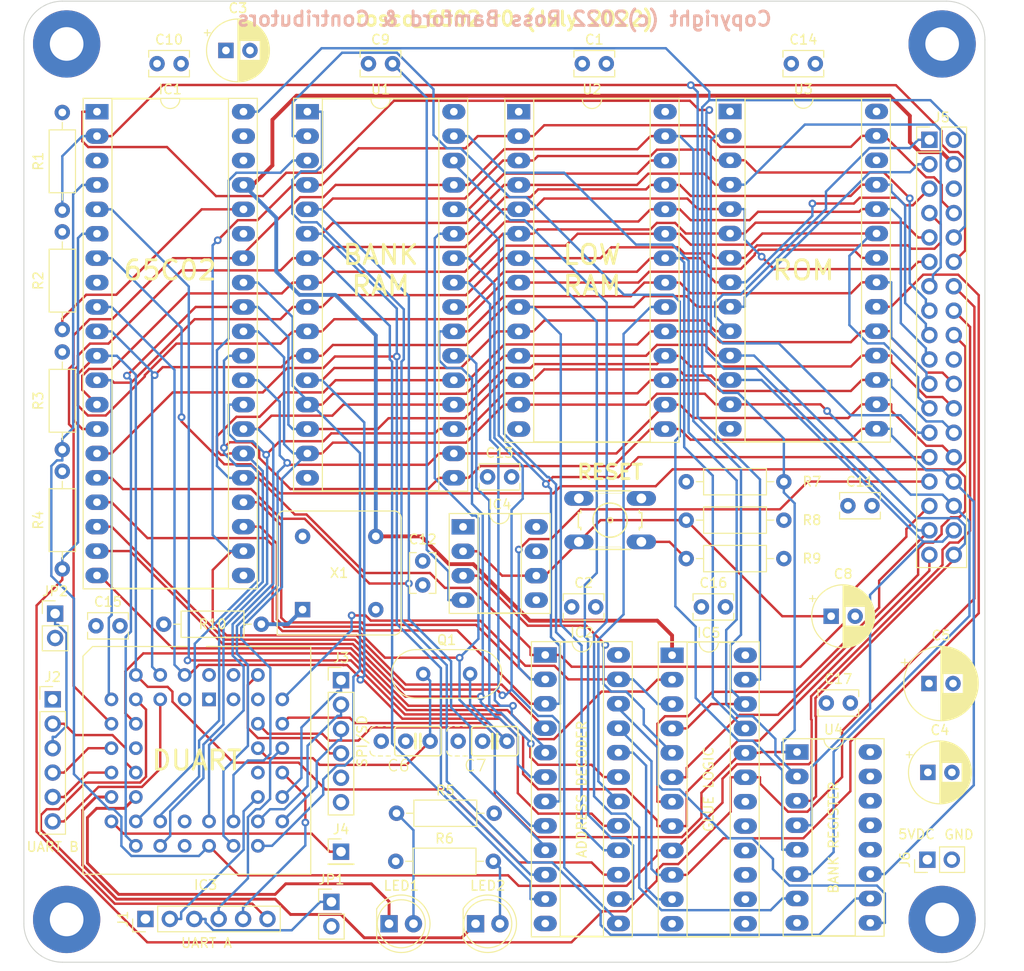
<source format=kicad_pcb>
(kicad_pcb (version 20211014) (generator pcbnew)
  (title_block (title "rosco_6502") (date "2022-06-19") (rev "0") (company "The Really Old-School Company Limited") (comment 1 "Copyright (c)2022 Ross Bamford & Contributors") (comment 2 "Open Source Hardware (CERN OHL)"))
  (layers (0 "F.Cu" signal) (1 "In1.Cu" signal) (2 "In2.Cu" signal) (31 "B.Cu" signal) (34 "B.Paste" user) (35 "F.Paste" user) (36 "B.SilkS" user "B.Silkscreen") (37 "F.SilkS" user "F.Silkscreen") (38 "B.Mask" user) (39 "F.Mask" user) (44 "Edge.Cuts" user))
  (net 0 "")
  (net 1 "GND")
  (net 2 "VCC")
  (net 3 "Net-(C6-Pad2)")
  (net 4 "Net-(C7-Pad2)")
  (net 5 "Net-(C8-Pad1)")
  (net 6 "~{VP}")
  (net 7 "RDY")
  (net 8 "A12")
  (net 10 "A13")
  (net 11 "IRQ")
  (net 12 "A14")
  (net 13 "~{ML}")
  (net 14 "A15")
  (net 15 "NMI")
  (net 16 "D7")
  (net 17 "SYNC")
  (net 18 "D6")
  (net 19 "D5")
  (net 20 "A0")
  (net 21 "D4")
  (net 22 "A1")
  (net 23 "D3")
  (net 24 "A2")
  (net 25 "D2")
  (net 26 "A3")
  (net 27 "D1")
  (net 28 "A4")
  (net 29 "D0")
  (net 30 "A5")
  (net 31 "R{slash}~{W}")
  (net 32 "A6")
  (net 34 "A7")
  (net 35 "Net-(IC1-Pad36)")
  (net 36 "A8")
  (net 37 "CLK")
  (net 38 "A9")
  (net 39 "A10")
  (net 41 "A11")
  (net 42 "~{RESET}")
  (net 43 "~{LOWRAM}")
  (net 44 "~{BANKRAM}")
  (net 45 "~{IO}")
  (net 46 "~{ROM}")
  (net 47 "BANKSEL")
  (net 48 "~{DUASEL}")
  (net 50 "CTSB")
  (net 54 "CTSA")
  (net 55 "~{DUADTACK}")
  (net 57 "RTSB")
  (net 58 "Net-(IC3-Pad16)")
  (net 59 "RXDB")
  (net 60 "TXDB")
  (net 61 "Net-(IC3-Pad15)")
  (net 62 "SPICS2")
  (net 64 "SPIMOSI")
  (net 65 "SPICLK")
  (net 66 "RTSA")
  (net 68 "SPIMISO")
  (net 69 "SPICS")
  (net 70 "TXDA")
  (net 71 "RXDA")
  (net 72 "HWRST")
  (net 74 "Net-(C9-Pad2)")
  (net 81 "W{slash}~{R}")
  (net 82 "VCCUA")
  (net 83 "VCCUB")
  (net 84 "BE")
  (net 85 "Net-(LED2-Pad2)")
  (net 86 "Net-(R9-Pad1)")
  (net 87 "Net-(R10-Pad2)")
  (net 90 "BANK3")
  (net 91 "BANK1")
  (net 92 "BANK2")
  (net 93 "BANK0")
  (net 98 "Net-(LED1-Pad2)")
  (footprint "Capacitor_THT:C_Rect_L4.0mm_W2.5mm_P2.50mm" (layer "F.Cu") (at 91.5 114)
    (fp_text reference "C15")
    (fp_text value "100nF")
  )
  (footprint "Capacitor_THT:C_Rect_L4.0mm_W2.5mm_P2.50mm" (layer "F.Cu") (at 167.5 122.03)
    (fp_text reference "C17")
    (fp_text value "100nF")
  )
  (footprint "LED_THT:LED_D5.0mm" (layer "F.Cu") (at 122 145)
    (fp_text reference "LED1")
    (fp_text value "GREEN")
  )
  (footprint "Capacitor_THT:C_Rect_L4.0mm_W2.5mm_P2.50mm" (layer "F.Cu") (at 119.8583 55.5)
    (fp_text reference "C9")
    (fp_text value "100nF")
  )
  (footprint "Connector_PinHeader_2.54mm:PinHeader_1x06_P2.54mm_Vertical" (layer "F.Cu") (at 96.65 144.5 90)
    (fp_text reference "J1")
    (fp_text value "UART_A")
  )
  (footprint "Capacitor_THT:C_Rect_L4.0mm_W2.5mm_P2.50mm" (layer "F.Cu") (at 142.1083 55.5)
    (fp_text reference "C1")
    (fp_text value "100nF")
  )
  (footprint "Resistor_THT:R_Axial_DIN0207_L6.3mm_D2.5mm_P10.16mm_Horizontal" (layer "F.Cu") (at 152.92 107)
    (fp_text reference "R9")
    (fp_text value "330R")
  )
  (footprint "Capacitor_THT:C_Rect_L4.0mm_W2.5mm_P2.50mm" (layer "F.Cu") (at 132.25 98.5)
    (fp_text reference "C13")
    (fp_text value "100nF")
  )
  (footprint "Resistor_THT:R_Axial_DIN0207_L6.3mm_D2.5mm_P10.16mm_Horizontal" (layer "F.Cu") (at 98.55 113.83)
    (fp_text reference "R10")
    (fp_text value "4K7")
  )
  (footprint "Capacitor_THT:C_Rect_L4.0mm_W2.5mm_P2.50mm" (layer "F.Cu") (at 97.8583 55.5)
    (fp_text reference "C10")
    (fp_text value "100nF")
  )
  (footprint "Package_DIP:DIP-16_W7.62mm_Socket_LongPads" (layer "F.Cu") (at 164.45 127.13)
    (fp_text reference "U4")
    (fp_text value "74HCT174")
  )
  (footprint "Package_DIP:DIP-28_W15.24mm_Socket_LongPads" (layer "F.Cu") (at 135.4917 60.5)
    (fp_text reference "U2")
    (fp_text value "AS6C62256-55PCN")
  )
  (footprint "Package_DIP:DIP-24_W7.62mm_Socket_LongPads" (layer "F.Cu") (at 138.25 117.03)
    (fp_text reference "IC2")
    (fp_text value "ATF22V10C-7PX")
  )
  (footprint "Oscillator:Oscillator_DIP-8" (layer "F.Cu") (at 113 112.31)
    (fp_text reference "X1")
    (fp_text value "14MHz")
  )
  (footprint "Resistor_THT:R_Axial_DIN0207_L6.3mm_D2.5mm_P10.16mm_Horizontal" (layer "F.Cu") (at 88 60.58 -90)
    (fp_text reference "R1")
    (fp_text value "3K3")
  )
  (footprint "MountingHole:MountingHole_3.5mm_Pad" (layer "F.Cu") (at 179.55 144.55)
    (fp_text reference "H4" hide)
    (fp_text value "MountingHole_Pad")
  )
  (footprint "Capacitor_THT:CP_Radial_D6.3mm_P2.50mm" (layer "F.Cu") (at 168 113)
    (fp_text reference "C8")
    (fp_text value "10uF")
  )
  (footprint "Connector_PinHeader_2.54mm:PinHeader_1x06_P2.54mm_Vertical" (layer "F.Cu") (at 117 119.65)
    (fp_text reference "J3")
    (fp_text value "Conn_01x06")
  )
  (footprint "Connector_PinHeader_2.54mm:PinHeader_1x02_P2.54mm_Vertical" (layer "F.Cu") (at 87.25 112.725)
    (fp_text reference "JP2")
    (fp_text value "Jumper")
  )
  (footprint "Resistor_THT:R_Axial_DIN0207_L6.3mm_D2.5mm_P10.16mm_Horizontal" (layer "F.Cu") (at 152.92 103)
    (fp_text reference "R8")
    (fp_text value "2K2")
  )
  (footprint "Crystal:Crystal_HC49-4H_Vertical" (layer "F.Cu") (at 125.55 119)
    (fp_text reference "Q1")
    (fp_text value "3.6864MHz")
  )
  (footprint "Package_DIP:DIP-24_W7.62mm_Socket_LongPads" (layer "F.Cu") (at 151.45 117.055)
    (fp_text reference "IC5")
    (fp_text value "ATF22V10C-7PX")
  )
  (footprint "Capacitor_THT:C_Rect_L4.0mm_W2.5mm_P2.50mm" (layer "F.Cu") (at 163.8583 55.5)
    (fp_text reference "C14")
    (fp_text value "100nF")
  )
  (footprint "Capacitor_THT:C_Rect_L4.0mm_W2.5mm_P2.50mm" (layer "F.Cu") (at 154.5 112.03)
    (fp_text reference "C16")
    (fp_text value "100nF")
  )
  (footprint "MountingHole:MountingHole_3.5mm_Pad" (layer "F.Cu") (at 88.45 53.45)
    (fp_text reference "H1" hide)
    (fp_text value "MountingHole_Pad")
  )
  (footprint "Resistor_THT:R_Axial_DIN0207_L6.3mm_D2.5mm_P10.16mm_Horizontal" (layer "F.Cu") (at 88 97.92 -90)
    (fp_text reference "R4")
    (fp_text value "3K3")
  )
  (footprint "rosco_6502:C2.5_or_3.5-3" (layer "F.Cu") (at 125 126)
    (fp_text reference "C6")
    (fp_text value "7pF")
  )
  (footprint "Resistor_THT:R_Axial_DIN0207_L6.3mm_D2.5mm_P10.16mm_Horizontal" (layer "F.Cu") (at 88 85.5 -90)
    (fp_text reference "R3")
    (fp_text value "3K3")
  )
  (footprint "Capacitor_THT:CP_Radial_D6.3mm_P2.50mm" (layer "F.Cu") (at 105.026 54.125)
    (fp_text reference "C3")
    (fp_text value "100uF")
  )
  (footprint "Connector_PinHeader_2.54mm:PinHeader_2x18_P2.54mm_Vertical" (layer "F.Cu") (at 178.225 63.425)
    (fp_text reference "J5")
    (fp_text value "Conn_02x18_Odd_Even")
  )
  (footprint "Capacitor_THT:CP_Radial_D7.5mm_P2.50mm" (layer "F.Cu") (at 178.1824 120)
    (fp_text reference "C5")
    (fp_text value "470uF")
  )
  (footprint "Resistor_THT:R_Axial_DIN0207_L6.3mm_D2.5mm_P10.16mm_Horizontal" (layer "F.Cu") (at 152.92 99)
    (fp_text reference "R7")
    (fp_text value "3K3")
  )
  (footprint "Package_DIP:DIP-8_W7.62mm_Socket_LongPads" (layer "F.Cu") (at 129.7 103.7)
    (fp_text reference "IC4")
    (fp_text value "NE555P")
  )
  (footprint "Connector_PinHeader_2.54mm:PinHeader_1x06_P2.54mm_Vertical" (layer "F.Cu") (at 87 121.65)
    (fp_text reference "J2")
    (fp_text value "UART_B")
  )
  (footprint "Package_DIP:DIP-28_W15.24mm_Socket_LongPads" (layer "F.Cu") (at 157.4833 60.475)
    (fp_text reference "U3")
    (fp_text value "AT28C64B-15PU")
  )
  (footprint "rosco_6502:C2.5_or_3.5-3" (layer "F.Cu") (at 133 126)
    (fp_text reference "C7")
    (fp_text value "7pF")
  )
  (footprint "Capacitor_THT:CP_Radial_D6.3mm_P2.50mm" (layer "F.Cu") (at 178.067621 129.25)
    (fp_text reference "C4")
    (fp_text value "100uF")
  )
  (footprint "MountingHole:MountingHole_3.5mm_Pad" (layer "F.Cu") (at 88.45 144.55)
    (fp_text reference "H3" hide)
    (fp_text value "MountingHole_Pad")
  )
  (footprint "Connector_PinHeader_2.54mm:PinHeader_1x02_P2.54mm_Vertical" (layer "F.Cu") (at 116 142.725)
    (fp_text reference "JP1")
    (fp_text value "Jumper")
  )
  (footprint "rosco_6502:B3F-10XX" (layer "F.Cu") (at 145 103)
    (fp_text reference "SW1" hide)
    (fp_text value "SW_DPST" hide)
  )
  (footprint "MountingHole:MountingHole_3.5mm_Pad" (layer "F.Cu") (at 179.55 53.45)
    (fp_text reference "H2" hide)
    (fp_text value "MountingHole_Pad")
  )
  (footprint "Resistor_THT:R_Axial_DIN0207_L6.3mm_D2.5mm_P10.16mm_Horizontal" (layer "F.Cu") (at 122.775 133.5)
    (fp_text reference "R5")
    (fp_text value "330R")
  )
  (footprint "Resistor_THT:R_Axial_DIN0207_L6.3mm_D2.5mm_P10.16mm_Horizontal" (layer "F.Cu") (at 122.695 138.5)
    (fp_text reference "R6")
    (fp_text value "330R")
  )
  (footprint "Connector_PinHeader_2.54mm:PinHeader_1x01_P2.54mm_Vertical" (layer "F.Cu") (at 117 137.5)
    (fp_text reference "J4")
    (fp_text value "Conn_01x01_Male")
  )
  (footprint "Package_LCC:PLCC-44_THT-Socket" (layer "F.Cu") (at 103.27 121.65)
    (fp_text reference "IC3")
    (fp_text value "XR68C681CJTR-F")
  )
  (footprint "Capacitor_THT:C_Rect_L4.0mm_W2.5mm_P2.50mm" (layer "F.Cu") (at 169.75 101.5)
    (fp_text reference "C11")
    (fp_text value "100nF")
  )
  (footprint "Capacitor_THT:C_Rect_L4.0mm_W2.5mm_P2.50mm" (layer "F.Cu") (at 125.5 109.75 90)
    (fp_text reference "C12")
    (fp_text value "100nF")
  )
  (footprint "Capacitor_THT:C_Rect_L4.0mm_W2.5mm_P2.50mm" (layer "F.Cu") (at 141 112.03)
    (fp_text reference "C2")
    (fp_text value "100nF")
  )
  (footprint "Resistor_THT:R_Axial_DIN0207_L6.3mm_D2.5mm_P10.16mm_Horizontal" (layer "F.Cu") (at 88 73 -90)
    (fp_text reference "R2")
    (fp_text value "3K3")
  )
  (footprint "Connector_PinHeader_2.54mm:PinHeader_1x02_P2.54mm_Vertical" (layer "F.Cu") (at 178.015 138.33 90)
    (fp_text reference "J6")
    (fp_text value "Conn_01x02_Male")
  )
  (footprint "Package_DIP:DIP-40_W15.24mm_Socket_LongPads" (layer "F.Cu") (at 91.6083 60.5)
    (fp_text reference "IC1")
    (fp_text value "W65C02SxP")
  )
  (footprint "LED_THT:LED_D5.0mm" (layer "F.Cu") (at 131 145)
    (fp_text reference "LED2")
    (fp_text value "RED")
  )
  (footprint "Package_DIP:DIP-32_W15.24mm_Socket_LongPads" (layer "F.Cu") (at 113.5 60.5)
    (fp_text reference "U1")
    (fp_text value "AS6C4008-55PCN")
  )
  (gr_arc (start 180 49) (mid 182.828427 50.171573) (end 184 53) (layer "Edge.Cuts") (width 0.1))
  (gr_line (start 184 145) (end 184 53) (layer "Edge.Cuts") (width 0.1))
  (gr_arc (start 88 149) (mid 85.171573 147.828427) (end 84 145) (layer "Edge.Cuts") (width 0.1))
  (gr_arc (start 184 145) (mid 182.828427 147.828427) (end 180 149) (layer "Edge.Cuts") (width 0.1))
  (gr_line (start 84 53) (end 84 145) (layer "Edge.Cuts") (width 0.1))
  (gr_line (start 88 149) (end 180 149) (layer "Edge.Cuts") (width 0.1))
  (gr_arc (start 84 53) (mid 85.171573 50.171573) (end 88 49) (layer "Edge.Cuts") (width 0.1))
  (gr_line (start 88 49) (end 180 49) (layer "Edge.Cuts") (width 0.1))
  (gr_text "Copyright (c)2022 Ross Bamford & Contributors" (at 134 50.84) (layer "B.SilkS") (effects (font (size 1.5 1.5) (thickness 0.3)) (justify mirror)))
  (gr_text "5VDC" (at 176.885238 135.69) (layer "F.SilkS") (effects (font (size 1 1))))
  (gr_text "ROM" (at 165.1083 77) (layer "F.SilkS") (effects (font (size 2 2) (thickness 0.3))))
  (gr_text "BANK\nRAM" (at 121.125 77) (layer "F.SilkS") (effects (font (size 2 2) (thickness 0.3))))
  (gr_text "UART B" (at 87 137) (layer "F.SilkS") (effects (font (size 1 1))))
  (gr_text "UART A" (at 103 147) (layer "F.SilkS") (effects (font (size 1 1))))
  (gr_text "DUART" (at 102 128) (layer "F.SilkS") (effects (font (size 2 2) (thickness 0.3))))
  (gr_text "rosco_6502 r0 (July 2022)" (at 134 50.84) (layer "F.SilkS") (effects (font (size 1.5 1.5) (thickness 0.3))))
  (gr_text "BANK REGISTER" (at 168.25 136.030001 90) (layer "F.SilkS") (effects (font (size 1 1))))
  (gr_text "LOW\nRAM" (at 143.1167 77) (layer "F.SilkS") (effects (font (size 2 2) (thickness 0.3))))
  (gr_text "RESET" (at 145 98) (layer "F.SilkS") (effects (font (size 1.5 1.5) (thickness 0.3))))
  (gr_text "SPI/SD" (at 119.2 126.000001 90) (layer "F.SilkS") (effects (font (size 1 1))))
  (gr_text "GLUE LOGIC" (at 155.25 131.030001 90) (layer "F.SilkS") (effects (font (size 1 1))))
  (gr_text "65C02" (at 99.2083 77) (layer "F.SilkS") (effects (font (size 2 2) (thickness 0.3))))
  (gr_text "ADDRESS DECODER" (at 142.05 131.005 90) (layer "F.SilkS") (effects (font (size 1 1))))
  (gr_text "GND" (at 181.303809 135.72) (layer "F.SilkS") (effects (font (size 1 1))))
  (segment (start 114.0711 127.7665) (end 114.7688 128.4642) (width 0.25) (layer "F.Cu") (net 3))
  (segment (start 108.35 126.73) (end 109.3865 127.7665) (width 0.25) (layer "F.Cu") (net 3))
  (segment (start 123.8058 128.4642) (end 126.27 126) (width 0.25) (layer "F.Cu") (net 3))
  (segment (start 114.7688 128.4642) (end 123.8058 128.4642) (width 0.25) (layer "F.Cu") (net 3))
  (segment (start 109.3865 127.7665) (end 114.0711 127.7665) (width 0.25) (layer "F.Cu") (net 3))
  (segment (start 126.27 119.72) (end 125.55 119) (width 0.25) (layer "B.Cu") (net 3))
  (segment (start 126.27 126) (end 126.27 119.72) (width 0.25) (layer "B.Cu") (net 3))
  (segment (start 134.27 126) (end 132.3862 124.1162) (width 0.25) (layer "F.Cu") (net 4))
  (segment (start 117.8939 123.5546) (end 111.5254 123.5546) (width 0.25) (layer "F.Cu") (net 4))
  (segment (start 111.5254 123.5546) (end 110.89 124.19) (width 0.25) (layer "F.Cu") (net 4))
  (segment (start 118.4555 124.1162) (end 117.8939 123.5546) (width 0.25) (layer "F.Cu") (net 4))
  (segment (start 132.3862 124.1162) (end 118.4555 124.1162) (width 0.25) (layer "F.Cu") (net 4))
  (segment (start 134.27 126) (end 130.43 122.16) (width 0.25) (layer "B.Cu") (net 4))
  (segment (start 130.43 122.16) (end 130.43 119) (width 0.25) (layer "B.Cu") (net 4))
  (segment (start 137.32 108.78) (end 138.2294 108.78) (width 0.25) (layer "F.Cu") (net 5))
  (segment (start 138.2294 108.78) (end 141.7488 105.2606) (width 0.25) (layer "F.Cu") (net 5))
  (segment (start 162.92 113) (end 168 113) (width 0.25) (layer "F.Cu") (net 5))
  (segment (start 152.92 103) (end 162.92 113) (width 0.25) (layer "F.Cu") (net 5))
  (segment (start 152.92 103) (end 144.0094 103) (width 0.25) (layer "F.Cu") (net 5))
  (segment (start 144.0094 103) (end 141.7488 105.2606) (width 0.25) (layer "F.Cu") (net 5))
  (segment (start 129.7 106.24) (end 131.2253 106.24) (width 0.25) (layer "F.Cu") (net 5))
  (segment (start 137.32 108.78) (end 133.7653 108.78) (width 0.25) (layer "F.Cu") (net 5))
  (segment (start 133.7653 108.78) (end 131.2253 106.24) (width 0.25) (layer "F.Cu") (net 5))
  (segment (start 153.306 59.3633) (end 154.267 60.3243) (width 0.25) (layer "F.Cu") (net 6))
  (segment (start 90.6876 64.1781) (end 98.8909 64.1781) (width 0.25) (layer "F.Cu") (net 6))
  (segment (start 151.45 132.295) (end 149.9247 132.295) (width 0.25) (layer "F.Cu") (net 6))
  (segment (start 111.3042 66.85) (end 115.0254 66.85) (width 0.25) (layer "F.Cu") (net 6))
  (segment (start 149.9247 124.1849) (end 149.9247 132.295) (width 0.25) (layer "F.Cu") (net 6))
  (segment (start 172.9952 112.101) (end 164.2312 120.865) (width 0.25) (layer "F.Cu") (net 6))
  (segment (start 155.6553 120.865) (end 153.1153 123.405) (width 0.25) (layer "F.Cu") (net 6))
  (segment (start 98.8909 64.1781) (end 103.9912 69.2784) (width 0.25) (layer "F.Cu") (net 6))
  (segment (start 90.083 60.5) (end 90.083 63.5735) (width 0.25) (layer "F.Cu") (net 6))
  (segment (start 103.9912 69.2784) (end 108.8758 69.2784) (width 0.25) (layer "F.Cu") (net 6))
  (segment (start 91.6083 60.5) (end 90.083 60.5) (width 0.25) (layer "F.Cu") (net 6))
  (segment (start 172.9952 109.2948) (end 172.9952 112.101) (width 0.25) (layer "F.Cu") (net 6))
  (segment (start 90.083 63.5735) (end 90.6876 64.1781) (width 0.25) (layer "F.Cu") (net 6))
  (segment (start 115.0254 66.85) (end 122.5121 59.3633) (width 0.25) (layer "F.Cu") (net 6))
  (segment (start 153.1153 123.405) (end 150.7046 123.405) (width 0.25) (layer "F.Cu") (net 6))
  (segment (start 154.267 60.3243) (end 155.3214 60.3243) (width 0.25) (layer "F.Cu") (net 6))
  (segment (start 122.5121 59.3633) (end 153.306 59.3633) (width 0.25) (layer "F.Cu") (net 6))
  (segment (start 150.7046 123.405) (end 149.9247 124.1849) (width 0.25) (layer "F.Cu") (net 6))
  (segment (start 164.2312 120.865) (end 155.6553 120.865) (width 0.25) (layer "F.Cu") (net 6))
  (segment (start 108.8758 69.2784) (end 111.3042 66.85) (width 0.25) (layer "F.Cu") (net 6))
  (segment (start 178.225 104.065) (end 172.9952 109.2948) (width 0.25) (layer "F.Cu") (net 6))
  (via (at 155.3214 60.3243) (size 0.8) (drill 0.4) (layers "F.Cu" "B.Cu") (net 6))
  (segment (start 178.225 104.065) (end 177.0497 104.065) (width 0.25) (layer "B.Cu") (net 6))
  (segment (start 156.8363 87.2462) (end 160.2309 87.2462) (width 0.25) (layer "B.Cu") (net 6))
  (segment (start 155.0277 60.618) (end 155.0277 85.4376) (width 0.25) (layer "B.Cu") (net 6))
  (segment (start 155.3214 60.3243) (end 155.0277 60.618) (width 0.25) (layer "B.Cu") (net 6))
  (segment (start 155.0277 85.4376) (end 156.8363 87.2462) (width 0.25) (layer "B.Cu") (net 6))
  (segment (start 160.2309 87.2462) (end 177.0497 104.065) (width 0.25) (layer "B.Cu") (net 6))
  (segment (start 174.7375 57.74) (end 179.495 62.4975) (width 0.25) (layer "F.Cu") (net 7))
  (segment (start 153.65 57.74) (end 174.7375 57.74) (width 0.25) (layer "F.Cu") (net 7))
  (segment (start 179.495 62.4975) (end 179.495 63.9033) (width 0.25) (layer "F.Cu") (net 7))
  (segment (start 180.2867 64.695) (end 181.217 64.695) (width 0.25) (layer "F.Cu") (net 7))
  (segment (start 98.4536 57.72) (end 153.5804 57.72) (width 0.25) (layer "F.Cu") (net 7))
  (segment (start 91.6083 63.04) (end 93.1336 63.04) (width 0.25) (layer "F.Cu") (net 7))
  (segment (start 181.217 64.695) (end 181.9403 65.4183) (width 0.25) (layer "F.Cu") (net 7))
  (segment (start 93.1336 63.04) (end 98.4536 57.72) (width 0.25) (layer "F.Cu") (net 7))
  (segment (start 181.9403 65.4183) (end 181.9403 74.9497) (width 0.25) (layer "F.Cu") (net 7))
  (segment (start 181.9403 74.9497) (end 180.765 76.125) (width 0.25) (layer "F.Cu") (net 7))
  (segment (start 179.495 63.9033) (end 180.2867 64.695) (width 0.25) (layer "F.Cu") (net 7))
  (via (at 153.4 57.74) (size 0.8) (drill 0.4) (layers "F.Cu" "B.Cu") (net 7))
  (segment (start 159.07 119.595) (end 160.5953 119.595) (width 0.25) (layer "B.Cu") (net 7))
  (segment (start 88 70.74) (end 88 65.123) (width 0.25) (layer "B.Cu") (net 7))
  (segment (start 154.1123 58.4523) (end 153.4 57.74) (width 0.25) (layer "B.Cu") (net 7))
  (segment (start 154.1123 92.2776) (end 154.1123 58.4523) (width 0.25) (layer "B.Cu") (net 7))
  (segment (start 91.6083 63.04) (end 90.083 63.04) (width 0.25) (layer "B.Cu") (net 7))
  (segment (start 88 65.123) (end 90.083 63.04) (width 0.25) (layer "B.Cu") (net 7))
  (segment (start 160.5953 98.7606) (end 154.1123 92.2776) (width 0.25) (layer "B.Cu") (net 7))
  (segment (start 160.5953 119.595) (end 160.5953 98.7606) (width 0.25) (layer "B.Cu") (net 7))
  (segment (start 157.4833 63.015) (end 155.958 63.015) (width 0.25) (layer "F.Cu") (net 8))
  (segment (start 135.4917 63.04) (end 137.017 63.04) (width 0.25) (layer "F.Cu") (net 8))
  (segment (start 133.7095 120.1095) (end 123.7245 120.1095) (width 0.25) (layer "F.Cu") (net 8))
  (segment (start 103.65 108.19) (end 105.62 106.22) (width 0.25) (layer "F.Cu") (net 8))
  (segment (start 131.2296 63.04) (end 135.4917 63.04) (width 0.25) (layer "F.Cu") (net 8))
  (segment (start 115.0253 68.12) (end 118.8353 64.31) (width 0.25) (layer "F.Cu") (net 8))
  (segment (start 111.9747 68.12) (end 108.3093 71.7854) (width 0.25) (layer "F.Cu") (net 8))
  (segment (start 113.5507 68.12) (end 113.5 68.12) (width 0.25) (layer "F.Cu") (net 8))
  (segment (start 106.2631 71.7854) (end 104.1733 73.8752) (width 0.25) (layer "F.Cu") (net 8))
  (segment (start 123.7245 120.1095) (end 118.60614 114.99114) (width 0.25) (layer "F.Cu") (net 8))
  (segment (start 129.9596 64.31) (end 131.2296 63.04) (width 0.25) (layer "F.Cu") (net 8))
  (segment (start 105.080558 114.99114) (end 103.65 113.560582) (width 0.25) (layer "F.Cu") (net 8))
  (segment (start 138.1492 61.9078) (end 154.8508 61.9078) (width 0.25) (layer "F.Cu") (net 8))
  (segment (start 118.8353 64.31) (end 129.9596 64.31) (width 0.25) (layer "F.Cu") (net 8))
  (segment (start 105.62 106.22) (end 106.8483 106.22) (width 0.25) (layer "F.Cu") (net 8))
  (segment (start 118.60614 114.99114) (end 105.080558 114.99114) (width 0.25) (layer "F.Cu") (net 8))
  (segment (start 137.017 63.04) (end 138.1492 61.9078) (width 0.25) (layer "F.Cu") (net 8))
  (segment (start 113.5 68.12) (end 111.9747 68.12) (width 0.25) (layer "F.Cu") (net 8))
  (segment (start 103.65 113.560582) (end 103.65 108.19) (width 0.25) (layer "F.Cu") (net 8))
  (segment (start 108.3093 71.7854) (end 106.2631 71.7854) (width 0.25) (layer "F.Cu") (net 8))
  (segment (start 113.5507 68.12) (end 115.0253 68.12) (width 0.25) (layer "F.Cu") (net 8))
  (segment (start 138.25 124.65) (end 133.7095 120.1095) (width 0.25) (layer "F.Cu") (net 8))
  (segment (start 154.8508 61.9078) (end 155.958 63.015) (width 0.25) (layer "F.Cu") (net 8))
  (via (at 104.1733 73.8752) (size 0.8) (drill 0.4) (layers "F.Cu" "B.Cu") (net 8))
  (segment (start 104.1733 73.8752) (end 103.641 74.4075) (width 0.25) (layer "B.Cu") (net 8))
  (segment (start 178.225 93.905) (end 177.0497 93.905) (width 0.25) (layer "B.Cu") (net 8))
  (segment (start 103.641 74.4075) (end 103.641 104.538) (width 0.25) (layer "B.Cu") (net 8))
  (segment (start 103.641 104.538) (end 105.323 106.22) (width 0.25) (layer "B.Cu") (net 8))
  (segment (start 170.029 92.0804) (end 175.2251 92.0804) (width 0.25) (layer "B.Cu") (net 8))
  (segment (start 162.5536 84.605) (end 170.029 92.0804) (width 0.25) (layer "B.Cu") (net 8))
  (segment (start 155.4781 63.4949) (end 155.4781 83.3487) (width 0.25) (layer "B.Cu") (net 8))
  (segment (start 155.4781 83.3487) (end 156.7344 84.605) (width 0.25) (layer "B.Cu") (net 8))
  (segment (start 157.4833 63.015) (end 155.958 63.015) (width 0.25) (layer "B.Cu") (net 8))
  (segment (start 175.2251 92.0804) (end 177.0497 93.905) (width 0.25) (layer "B.Cu") (net 8))
  (segment (start 106.8483 106.22) (end 105.323 106.22) (width 0.25) (layer "B.Cu") (net 8))
  (segment (start 156.7344 84.605) (end 162.5536 84.605) (width 0.25) (layer "B.Cu") (net 8))
  (segment (start 155.958 63.015) (end 155.4781 63.4949) (width 0.25) (layer "B.Cu") (net 8))
  (segment (start 133.9851 66.9401) (end 133.9851 66.9402) (width 0.25) (layer "F.Cu") (net 10))
  (segment (start 110.32952 105.44072) (end 109.372141 104.483341) (width 0.25) (layer "F.Cu") (net 10))
  (segment (start 136.7247 122.11) (end 129.0918 114.4771) (width 0.25) (layer "F.Cu") (net 10))
  (segment (start 133.9851 66.9402) (end 130.2653 70.66) (width 0.25) (layer "F.Cu") (net 10))
  (segment (start 111.087818 114.0921) (end 110.32952 113.333802) (width 0.25) (layer "F.Cu") (net 10))
  (segment (start 109.372141 104.477859) (end 108.574282 103.68) (width 0.25) (layer "F.Cu") (net 10))
  (segment (start 138.25 122.11) (end 136.7247 122.11) (width 0.25) (layer "F.Cu") (net 10))
  (segment (start 110.32952 113.333802) (end 110.32952 105.44072) (width 0.25) (layer "F.Cu") (net 10))
  (segment (start 147.9429 96.445) (end 145.8737 98.5142) (width 0.25) (layer "F.Cu") (net 10))
  (segment (start 150.7317 65.58) (end 149.2064 65.58) (width 0.25) (layer "F.Cu") (net 10))
  (segment (start 119.3659 114.4771) (end 118.9809 114.0921) (width 0.25) (layer "F.Cu") (net 10))
  (segment (start 145.8737 98.5142) (end 139.0384 98.5142) (width 0.25) (layer "F.Cu") (net 10))
  (segment (start 147.8463 66.9401) (end 133.9851 66.9401) (width 0.25) (layer "F.Cu") (net 10))
  (segment (start 118.9809 114.0921) (end 111.087818 114.0921) (width 0.25) (layer "F.Cu") (net 10))
  (segment (start 178.225 96.445) (end 147.9429 96.445) (width 0.25) (layer "F.Cu") (net 10))
  (segment (start 149.2064 65.58) (end 147.8463 66.9401) (width 0.25) (layer "F.Cu") (net 10))
  (segment (start 108.574282 103.68) (end 106.8483 103.68) (width 0.25) (layer "F.Cu") (net 10))
  (segment (start 128.74 70.66) (end 130.2653 70.66) (width 0.25) (layer "F.Cu") (net 10))
  (segment (start 109.372141 104.483341) (end 109.372141 104.477859) (width 0.25) (layer "F.Cu") (net 10))
  (segment (start 129.0918 114.4771) (end 119.3659 114.4771) (width 0.25) (layer "F.Cu") (net 10))
  (segment (start 139.0384 98.5142) (end 138.3135 99.2391) (width 0.25) (layer "F.Cu") (net 10))
  (via (at 138.3135 99.2391) (size 0.8) (drill 0.4) (layers "F.Cu" "B.Cu") (net 10))
  (segment (start 138.3135 99.2391) (end 138.8454 99.771) (width 0.25) (layer "B.Cu") (net 10))
  (segment (start 133.4148 73.8095) (end 133.4148 94.1814) (width 0.25) (layer "B.Cu") (net 10))
  (segment (start 138.3135 99.0801) (end 138.3135 99.2391) (width 0.25) (layer "B.Cu") (net 10))
  (segment (start 139.7753 116.0952) (end 139.7753 122.11) (width 0.25) (layer "B.Cu") (net 10))
  (segment (start 128.74 70.66) (end 130.2653 70.66) (width 0.25) (layer "B.Cu") (net 10))
  (segment (start 138.8454 115.1653) (end 139.7753 116.0952) (width 0.25) (layer "B.Cu") (net 10))
  (segment (start 138.8454 99.771) (end 138.8454 115.1653) (width 0.25) (layer "B.Cu") (net 10))
  (segment (start 130.2653 70.66) (end 133.4148 73.8095) (width 0.25) (layer "B.Cu") (net 10))
  (segment (start 138.25 122.11) (end 139.7753 122.11) (width 0.25) (layer "B.Cu") (net 10))
  (segment (start 133.4148 94.1814) (end 138.3135 99.0801) (width 0.25) (layer "B.Cu") (net 10))
  (segment (start 165.9148 123.7304) (end 165.9148 121.3325) (width 0.25) (layer "F.Cu") (net 11))
  (segment (start 165.9148 121.3325) (end 179.5896 107.6577) (width 0.25) (layer "F.Cu") (net 11))
  (segment (start 181.2287 105.335) (end 182.4567 104.107) (width 0.25) (layer "F.Cu") (net 11))
  (segment (start 158.203 128.4003) (end 165.6771 128.4003) (width 0.25) (layer "F.Cu") (net 11))
  (segment (start 135.4815 141.0515) (end 134.39 139.96) (width 0.25) (layer "F.Cu") (net 11))
  (segment (start 182.4567 82.8967) (end 180.765 81.205) (width 0.25) (layer "F.Cu") (net 11))
  (segment (start 182.4567 104.107) (end 182.4567 82.8967) (width 0.25) (layer "F.Cu") (net 11))
  (segment (start 180.334 105.335) (end 181.2287 105.335) (width 0.25) (layer "F.Cu") (net 11))
  (segment (start 156.6943 129.909) (end 158.203 128.4003) (width 0.25) (layer "F.Cu") (net 11))
  (segment (start 106.34 139.96) (end 103.27 136.89) (width 0.25) (layer "F.Cu") (net 11))
  (segment (start 146.7249 141.0515) (end 135.4815 141.0515) (width 0.25) (layer "F.Cu") (net 11))
  (segment (start 149.9247 137.375) (end 149.9247 137.8517) (width 0.25) (layer "F.Cu") (net 11))
  (segment (start 165.9753 123.7909) (end 165.9148 123.7304) (width 0.25) (layer "F.Cu") (net 11))
  (segment (start 151.45 137.375) (end 149.9247 137.375) (width 0.25) (layer "F.Cu") (net 11))
  (segment (start 179.5896 107.6577) (end 179.5896 106.0794) (width 0.25) (layer "F.Cu") (net 11))
  (segment (start 134.39 139.96) (end 106.34 139.96) (width 0.25) (layer "F.Cu") (net 11))
  (segment (start 179.5896 106.0794) (end 180.334 105.335) (width 0.25) (layer "F.Cu") (net 11))
  (segment (start 151.45 137.375) (end 151.7177 137.375) (width 0.25) (layer "F.Cu") (net 11))
  (segment (start 156.6943 132.3984) (end 156.6943 129.909) (width 0.25) (layer "F.Cu") (net 11))
  (segment (start 165.6771 128.4003) (end 165.9753 128.1021) (width 0.25) (layer "F.Cu") (net 11))
  (segment (start 151.7177 137.375) (end 156.6943 132.3984) (width 0.25) (layer "F.Cu") (net 11))
  (segment (start 149.9247 137.8517) (end 146.7249 141.0515) (width 0.25) (layer "F.Cu") (net 11))
  (segment (start 165.9753 128.1021) (end 165.9753 123.7909) (width 0.25) (layer "F.Cu") (net 11))
  (segment (start 86.858 108.8101) (end 89.208 111.1601) (width 0.25) (layer "B.Cu") (net 11))
  (segment (start 89.208 129.4272) (end 92.8608 133.08) (width 0.25) (layer "B.Cu") (net 11))
  (segment (start 90.083 68.12) (end 89.1253 69.0777) (width 0.25) (layer "B.Cu") (net 11))
  (segment (start 89.1253 93.4094) (end 88 94.5347) (width 0.25) (layer "B.Cu") (net 11))
  (segment (start 91.6083 68.12) (end 90.083 68.12) (width 0.25) (layer "B.Cu") (net 11))
  (segment (start 88 96.7853) (end 87.4374 96.7853) (width 0.25) (layer "B.Cu") (net 11))
  (segment (start 94.1465 136.9024) (end 95.1897 137.9456) (width 0.25) (layer "B.Cu") (net 11))
  (segment (start 88 95.66) (end 88 94.5347) (width 0.25) (layer "B.Cu") (net 11))
  (segment (start 92.8608 133.08) (end 93.3431 133.08) (width 0.25) (layer "B.Cu") (net 11))
  (segment (start 88 95.66) (end 88 96.7853) (width 0.25) (layer "B.Cu") (net 11))
  (segment (start 86.858 97.3647) (end 86.858 108.8101) (width 0.25) (layer "B.Cu") (net 11))
  (segment (start 95.1897 137.9456) (end 102.2144 137.9456) (width 0.25) (layer "B.Cu") (net 11))
  (segment (start 87.4374 96.7853) (end 86.858 97.3647) (width 0.25) (layer "B.Cu") (net 11))
  (segment (start 102.2144 137.9456) (end 103.27 136.89) (width 0.25) (layer "B.Cu") (net 11))
  (segment (start 89.208 111.1601) (end 89.208 129.4272) (width 0.25) (layer "B.Cu") (net 11))
  (segment (start 94.1465 133.8834) (end 94.1465 136.9024) (width 0.25) (layer "B.Cu") (net 11))
  (segment (start 89.1253 69.0777) (end 89.1253 93.4094) (width 0.25) (layer "B.Cu") (net 11))
  (segment (start 93.3431 133.08) (end 94.1465 133.8834) (width 0.25) (layer "B.Cu") (net 11))
  (segment (start 110.77904 113.147604) (end 110.77904 103.54544) (width 0.25) (layer "F.Cu") (net 12))
  (segment (start 119.167097 113.64258) (end 111.274016 113.64258) (width 0.25) (layer "F.Cu") (net 12))
  (segment (start 138.25 119.57) (end 136.7247 119.57) (width 0.25) (layer "F.Cu") (net 12))
  (segment (start 165.57 98.985) (end 178.225 98.985) (width 0.25) (layer "F.Cu") (net 12))
  (segment (start 136.7247 119.57) (end 131.05682 113.90212) (width 0.25) (layer "F.Cu") (net 12))
  (segment (start 110.77904 103.54544) (end 108.3736 101.14) (width 0.25) (layer "F.Cu") (net 12))
  (segment (start 138.8454 104.97) (end 141.9408 101.8746) (width 0.25) (layer "F.Cu") (net 12))
  (segment (start 136.5872 104.97) (end 138.8454 104.97) (width 0.25) (layer "F.Cu") (net 12))
  (segment (start 131.05682 113.90212) (end 119.426638 113.90212) (width 0.25) (layer "F.Cu") (net 12))
  (segment (start 141.9408 101.8746) (end 162.6804 101.8746) (width 0.25) (layer "F.Cu") (net 12))
  (segment (start 111.274016 113.64258) (end 110.77904 113.147604) (width 0.25) (layer "F.Cu") (net 12))
  (segment (start 135.4951 106.0621) (end 136.5872 104.97) (width 0.25) (layer "F.Cu") (net 12))
  (segment (start 162.6804 101.8746) (end 165.57 98.985) (width 0.25) (layer "F.Cu") (net 12))
  (segment (start 108.3736 101.14) (end 106.8483 101.14) (width 0.25) (layer "F.Cu") (net 12))
  (segment (start 119.426638 113.90212) (end 119.167097 113.64258) (width 0.25) (layer "F.Cu") (net 12))
  (via (at 135.4951 106.0621) (size 0.8) (drill 0.4) (layers "F.Cu" "B.Cu") (net 12))
  (segment (start 135.4951 118.3404) (end 135.4951 106.0621) (width 0.25) (layer "B.Cu") (net 12))
  (segment (start 138.25 119.57) (end 136.7247 119.57) (width 0.25) (layer "B.Cu") (net 12))
  (segment (start 136.7247 119.57) (end 135.4951 118.3404) (width 0.25) (layer "B.Cu") (net 12))
  (segment (start 146.6617 131) (end 137.5171 131) (width 0.25) (layer "F.Cu") (net 13))
  (segment (start 160.538 125.945) (end 178.225 108.258) (width 0.25) (layer "F.Cu") (net 13))
  (segment (start 149.9247 134.835) (end 149.9247 134.263) (width 0.25) (layer "F.Cu") (net 13))
  (segment (start 135.9485 129.4314) (end 135.9485 125.3867) (width 0.25) (layer "F.Cu") (net 13))
  (segment (start 158.3131 125.945) (end 160.538 125.945) (width 0.25) (layer "F.Cu") (net 13))
  (segment (start 133.77896 123.21716) (end 123.64756 123.21716) (width 0.25) (layer "F.Cu") (net 13))
  (segment (start 178.225 106.605) (end 178.225 107.7803) (width 0.25) (layer "F.Cu") (net 13))
  (segment (start 152.9753 131.2828) (end 158.3131 125.945) (width 0.25) (layer "F.Cu") (net 13))
  (segment (start 135.9485 125.3867) (end 133.77896 123.21716) (width 0.25) (layer "F.Cu") (net 13))
  (segment (start 151.45 134.835) (end 149.9247 134.835) (width 0.25) (layer "F.Cu") (net 13))
  (segment (start 118.0248 117.5944) (end 101.0322 117.5944) (width 0.25) (layer "F.Cu") (net 13))
  (segment (start 178.225 108.258) (end 178.225 107.7803) (width 0.25) (layer "F.Cu") (net 13))
  (segment (start 149.9247 134.263) (end 146.6617 131) (width 0.25) (layer "F.Cu") (net 13))
  (segment (start 137.5171 131) (end 135.9485 129.4314) (width 0.25) (layer "F.Cu") (net 13))
  (segment (start 123.64756 123.21716) (end 118.0248 117.5944) (width 0.25) (layer "F.Cu") (net 13))
  (segment (start 152.9753 134.835) (end 152.9753 131.2828) (width 0.25) (layer "F.Cu") (net 13))
  (segment (start 151.7982 134.835) (end 152.9753 134.835) (width 0.25) (layer "F.Cu") (net 13))
  (segment (start 151.7982 134.835) (end 151.45 134.835) (width 0.25) (layer "F.Cu") (net 13))
  (via (at 101.0322 117.5944) (size 0.8) (drill 0.4) (layers "F.Cu" "B.Cu") (net 13))
  (segment (start 101.161 117.4656) (end 101.0322 117.5944) (width 0.25) (layer "B.Cu") (net 13))
  (segment (start 101.161 78.6874) (end 101.161 117.4656) (width 0.25) (layer "B.Cu") (net 13))
  (segment (start 91.6083 70.66) (end 93.1336 70.66) (width 0.25) (layer "B.Cu") (net 13))
  (segment (start 93.1336 70.66) (end 101.161 78.6874) (width 0.25) (layer "B.Cu") (net 13))
  (segment (start 175.829 104.729) (end 175.829 103.921) (width 0.25) (layer "F.Cu") (net 14))
  (segment (start 164.8065 118.2542) (end 169.3505 113.7102) (width 0.25) (layer "F.Cu") (net 14))
  (segment (start 113.4036 102.4089) (end 119.4947 108.5) (width 0.25) (layer "F.Cu") (net 14))
  (segment (start 119.4947 108.5) (end 126.2582 108.5) (width 0.25) (layer "F.Cu") (net 14))
  (segment (start 138.25 117.03) (end 136.7247 117.03) (width 0.25) (layer "F.Cu") (net 14))
  (segment (start 126.2582 108.5) (end 127.8082 110.05) (width 0.25) (layer "F.Cu") (net 14))
  (segment (start 130.448 110.05) (end 136.7247 116.3267) (width 0.25) (layer "F.Cu") (net 14))
  (segment (start 127.8082 110.05) (end 130.448 110.05) (width 0.25) (layer "F.Cu") (net 14))
  (segment (start 138.25 117.03) (end 139.7753 117.03) (width 0.25) (layer "F.Cu") (net 14))
  (segment (start 108.3736 98.6) (end 112.1825 102.4089) (width 0.25) (layer "F.Cu") (net 14))
  (segment (start 112.1825 102.4089) (end 113.4036 102.4089) (width 0.25) (layer "F.Cu") (net 14))
  (segment (start 139.7753 117.03) (end 140.9995 118.2542) (width 0.25) (layer "F.Cu") (net 14))
  (segment (start 140.9995 118.2542) (end 164.8065 118.2542) (width 0.25) (layer "F.Cu") (net 14))
  (segment (start 136.7247 116.3267) (end 136.7247 117.03) (width 0.25) (layer "F.Cu") (net 14))
  (segment (start 175.829 103.921) (end 178.225 101.525) (width 0.25) (layer "F.Cu") (net 14))
  (segment (start 169.3505 113.7102) (end 169.3505 111.2075) (width 0.25) (layer "F.Cu") (net 14))
  (segment (start 169.3505 111.2075) (end 175.829 104.729) (width 0.25) (layer "F.Cu") (net 14))
  (segment (start 106.8483 98.6) (end 108.3736 98.6) (width 0.25) (layer "F.Cu") (net 14))
  (segment (start 105.302 67.6602) (end 105.302 84.1031) (width 0.25) (layer "B.Cu") (net 14))
  (segment (start 104.0913 97.3683) (end 105.323 98.6) (width 0.25) (layer "B.Cu") (net 14))
  (segment (start 113.5 65.58) (end 111.9747 65.58) (width 0.25) (layer "B.Cu") (net 14))
  (segment (start 106.8483 98.6) (end 105.323 98.6) (width 0.25) (layer "B.Cu") (net 14))
  (segment (start 106.1122 66.85) (end 105.302 67.6602) (width 0.25) (layer "B.Cu") (net 14))
  (segment (start 111.9747 65.58) (end 110.7047 66.85) (width 0.25) (layer "B.Cu") (net 14))
  (segment (start 104.0913 85.3138) (end 104.0913 97.3683) (width 0.25) (layer "B.Cu") (net 14))
  (segment (start 110.7047 66.85) (end 106.1122 66.85) (width 0.25) (layer "B.Cu") (net 14))
  (segment (start 105.302 84.1031) (end 104.0913 85.3138) (width 0.25) (layer "B.Cu") (net 14))
  (segment (start 88 109.2053) (end 85.3216 111.8837) (width 0.25) (layer "F.Cu") (net 15))
  (segment (start 150.5178 138.7896) (end 152.0926 138.7896) (width 0.25) (layer "F.Cu") (net 15))
  (segment (start 163.5135 133.3405) (end 165.5324 133.3405) (width 0.25) (layer "F.Cu") (net 15))
  (segment (start 152.0926 138.7896) (end 157.5447 133.3375) (width 0.25) (layer "F.Cu") (net 15))
  (segment (start 160.5953 129.755) (end 160.5953 130.4223) (width 0.25) (layer "F.Cu") (net 15))
  (segment (start 157.5447 133.3375) (end 157.5447 129.755) (width 0.25) (layer "F.Cu") (net 15))
  (segment (start 140.9739 146.9308) (end 144.2047 143.7) (width 0.25) (layer "F.Cu") (net 15))
  (segment (start 146.6728 143.7) (end 149.8785 140.4943) (width 0.25) (layer "F.Cu") (net 15))
  (segment (start 165.5324 133.3405) (end 169.1387 129.7342) (width 0.25) (layer "F.Cu") (net 15))
  (segment (start 182.9071 80.8071) (end 180.765 78.665) (width 0.25) (layer "F.Cu") (net 15))
  (segment (start 144.2047 143.7) (end 146.6728 143.7) (width 0.25) (layer "F.Cu") (net 15))
  (segment (start 149.8785 139.4289) (end 150.5178 138.7896) (width 0.25) (layer "F.Cu") (net 15))
  (segment (start 96.8424 146.9308) (end 140.9739 146.9308) (width 0.25) (layer "F.Cu") (net 15))
  (segment (start 85.3216 111.8837) (end 85.3216 135.41) (width 0.25) (layer "F.Cu") (net 15))
  (segment (start 169.1387 129.7342) (end 169.1387 124.9265) (width 0.25) (layer "F.Cu") (net 15))
  (segment (start 149.8785 140.4943) (end 149.8785 139.4289) (width 0.25) (layer "F.Cu") (net 15))
  (segment (start 159.07 129.755) (end 157.5447 129.755) (width 0.25) (layer "F.Cu") (net 15))
  (segment (start 160.5953 130.4223) (end 163.5135 133.3405) (width 0.25) (layer "F.Cu") (net 15))
  (segment (start 88 108.08) (end 88 109.2053) (width 0.25) (layer "F.Cu") (net 15))
  (segment (start 169.1387 124.9265) (end 182.9071 111.1581) (width 0.25) (layer "F.Cu") (net 15))
  (segment (start 159.07 129.755) (end 160.5953 129.755) (width 0.25) (layer "F.Cu") (net 15))
  (segment (start 182.9071 111.1581) (end 182.9071 80.8071) (width 0.25) (layer "F.Cu") (net 15))
  (segment (start 85.3216 135.41) (end 96.8424 146.9308) (width 0.25) (layer "F.Cu") (net 15))
  (segment (start 89.6326 105.3221) (end 89.6326 73.6504) (width 0.25) (layer "B.Cu") (net 15))
  (segment (start 91.6083 73.2) (end 90.083 73.2) (width 0.25) (layer "B.Cu") (net 15))
  (segment (start 88 106.9547) (end 89.6326 105.3221) (width 0.25) (layer "B.Cu") (net 15))
  (segment (start 89.6326 73.6504) (end 90.083 73.2) (width 0.25) (layer "B.Cu") (net 15))
  (segment (start 88 108.08) (end 88 106.9547) (width 0.25) (layer "B.Cu") (net 15))
  (segment (start 172.3751 83.335) (end 172.7233 83.335) (width 0.25) (layer "F.Cu") (net 16))
  (segment (start 129.5027 88.44) (end 130.2653 88.44) (width 0.25) (layer "F.Cu") (net 16))
  (segment (start 105.1757 96.2073) (end 105.323 96.06) (width 0.25) (layer "F.Cu") (net 16))
  (segment (start 174.2486 84.0023) (end 177.896 87.6497) (width 0.25) (layer "F.Cu") (net 16))
  (segment (start 147.8461 84.7203) (end 149.2064 83.36) (width 0.25) (layer "F.Cu") (net 16))
  (segment (start 155.3461 83.36) (end 150.7317 83.36) (width 0.25) (layer "F.Cu") (net 16))
  (segment (start 179.5897 87.6497) (end 180.765 88.825) (width 0.25) (layer "F.Cu") (net 16))
  (segment (start 130.2653 88.44) (end 133.985 84.7203) (width 0.25) (layer "F.Cu") (net 16))
  (segment (start 104.0913 94.2766) (end 104.0913 95.7824) (width 0.25) (layer "F.Cu") (net 16))
  (segment (start 106.8483 96.06) (end 105.323 96.06) (width 0.25) (layer "F.Cu") (net 16))
  (segment (start 133.985 84.7203) (end 147.8461 84.7203) (width 0.25) (layer "F.Cu") (net 16))
  (segment (start 111.0536 89.71) (end 108.5136 92.25) (width 0.25) (layer "F.Cu") (net 16))
  (segment (start 172.3751 83.335) (end 171.198 83.335) (width 0.25) (layer "F.Cu") (net 16))
  (segment (start 104.0913 95.7824) (end 104.5162 96.2073) (width 0.25) (layer "F.Cu") (net 16))
  (segment (start 116.4353 88.44) (end 115.1653 89.71) (width 0.25) (layer "F.Cu") (net 16))
  (segment (start 170.0549 84.4781) (end 156.4642 84.4781) (width 0.25) (layer "F.Cu") (net 16))
  (segment (start 106.1179 92.25) (end 104.0913 94.2766) (width 0.25) (layer "F.Cu") (net 16))
  (segment (start 150.7317 83.36) (end 149.2064 83.36) (width 0.25) (layer "F.Cu") (net 16))
  (segment (start 172.7233 83.335) (end 174.2486 83.335) (width 0.25) (layer "F.Cu") (net 16))
  (segment (start 104.5162 96.2073) (end 105.1757 96.2073) (width 0.25) (layer "F.Cu") (net 16))
  (segment (start 108.5136 92.25) (end 106.1179 92.25) (width 0.25) (layer "F.Cu") (net 16))
  (segment (start 128.74 88.44) (end 116.4353 88.44) (width 0.25) (layer "F.Cu") (net 16))
  (segment (start 177.896 87.6497) (end 179.5897 87.6497) (width 0.25) (layer "F.Cu") (net 16))
  (segment (start 171.198 83.335) (end 170.0549 84.4781) (width 0.25) (layer "F.Cu") (net 16))
  (segment (start 174.2486 83.335) (end 174.2486 84.0023) (width 0.25) (layer "F.Cu") (net 16))
  (segment (start 115.1653 89.71) (end 111.0536 89.71) (width 0.25) (layer "F.Cu") (net 16))
  (segment (start 129.5027 88.44) (end 128.74 88.44) (width 0.25) (layer "F.Cu") (net 16))
  (segment (start 156.4642 84.4781) (end 155.3461 83.36) (width 0.25) (layer "F.Cu") (net 16))
  (segment (start 98.19 134.35) (end 98.19 133.7131) (width 0.25) (layer "B.Cu") (net 16))
  (segment (start 108.8598 109.4226) (end 108.8598 97.898482) (width 0.25) (layer "B.Cu") (net 16))
  (segment (start 98.19 133.7131) (end 102.2337 129.6694) (width 0.25) (layer "B.Cu") (net 16))
  (segment (start 107.021318 96.06) (end 106.8483 96.06) (width 0.25) (layer "B.Cu") (net 16))
  (segment (start 104.318 123.8514) (end 104.318 113.9644) (width 0.25) (layer "B.Cu") (net 16))
  (segment (start 102.2337 125.9357) (end 104.318 123.8514) (width 0.25) (layer "B.Cu") (net 16))
  (segment (start 102.2337 129.6694) (end 102.2337 125.9357) (width 0.25) (layer "B.Cu") (net 16))
  (segment (start 104.318 113.9644) (end 108.8598 109.4226) (width 0.25) (layer "B.Cu") (net 16))
  (segment (start 108.8598 97.898482) (end 107.021318 96.06) (width 0.25) (layer "B.Cu") (net 16))
  (segment (start 104.8574 97.1854) (end 107.5959 97.1854) (width 0.25) (layer "F.Cu") (net 17))
  (segment (start 152.9753 128.775) (end 158.4899 123.2604) (width 0.25) (layer "F.Cu") (net 17))
  (segment (start 100.4065 92.7345) (end 104.8574 97.1854) (width 0.25) (layer "F.Cu") (net 17))
  (segment (start 179.495 104.4598) (end 179.495 103.6707) (width 0.25) (layer "F.Cu") (net 17))
  (segment (start 107.5959 97.1854) (end 110.6256 100.2151) (width 0.25) (layer "F.Cu") (net 17))
  (segment (start 181.9663 84.9463) (end 180.765 83.745) (width 0.25) (layer "F.Cu") (net 17))
  (segment (start 181.325 102.7003) (end 181.9553 102.07) (width 0.25) (layer "F.Cu") (net 17))
  (segment (start 151.5041 97.7124) (end 181.1601 97.7124) (width 0.25) (layer "F.Cu") (net 17))
  (segment (start 110.6256 100.2151) (end 139.1046 100.2151) (width 0.25) (layer "F.Cu") (net 17))
  (segment (start 152.9753 129.755) (end 152.9753 128.775) (width 0.25) (layer "F.Cu") (net 17))
  (segment (start 179.495 103.6707) (end 180.4654 102.7003) (width 0.25) (layer "F.Cu") (net 17))
  (segment (start 177.0497 106.0219) (end 177.7366 105.335) (width 0.25) (layer "F.Cu") (net 17))
  (segment (start 181.9553 102.07) (end 181.9553 98.5076) (width 0.25) (layer "F.Cu") (net 17))
  (segment (start 180.4654 102.7003) (end 181.325 102.7003) (width 0.25) (layer "F.Cu") (net 17))
  (segment (start 177.0497 108.6863) (end 177.0497 106.0219) (width 0.25) (layer "F.Cu") (net 17))
  (segment (start 158.4899 123.2604) (end 162.4756 123.2604) (width 0.25) (layer "F.Cu") (net 17))
  (segment (start 151.45 129.755) (end 152.9753 129.755) (width 0.25) (layer "F.Cu") (net 17))
  (segment (start 100.4065 92.2904) (end 100.4065 92.7345) (width 0.25) (layer "F.Cu") (net 17))
  (segment (start 139.8521 99.4676) (end 149.7489 99.4676) (width 0.25) (layer "F.Cu") (net 17))
  (segment (start 149.7489 99.4676) (end 151.5041 97.7124) (width 0.25) (layer "F.Cu") (net 17))
  (segment (start 139.1046 100.2151) (end 139.8521 99.4676) (width 0.25) (layer "F.Cu") (net 17))
  (segment (start 181.1601 97.7124) (end 181.9663 96.9062) (width 0.25) (layer "F.Cu") (net 17))
  (segment (start 162.4756 123.2604) (end 177.0497 108.6863) (width 0.25) (layer "F.Cu") (net 17))
  (segment (start 181.9553 98.5076) (end 181.1601 97.7124) (width 0.25) (layer "F.Cu") (net 17))
  (segment (start 177.7366 105.335) (end 178.6198 105.335) (width 0.25) (layer "F.Cu") (net 17))
  (segment (start 181.9663 96.9062) (end 181.9663 84.9463) (width 0.25) (layer "F.Cu") (net 17))
  (segment (start 178.6198 105.335) (end 179.495 104.4598) (width 0.25) (layer "F.Cu") (net 17))
  (via (at 100.4065 92.2904) (size 0.8) (drill 0.4) (layers "F.Cu" "B.Cu") (net 17))
  (segment (start 100.4065 83.0129) (end 100.4065 92.2904) (width 0.25) (layer "B.Cu") (net 17))
  (segment (start 93.1336 75.74) (end 100.4065 83.0129) (width 0.25) (layer "B.Cu") (net 17))
  (segment (start 91.6083 75.74) (end 93.1336 75.74) (width 0.25) (layer "B.Cu") (net 17))
  (segment (start 137.1147 86.7666) (end 149.8651 86.7666) (width 0.25) (layer "F.Cu") (net 18))
  (segment (start 152.257 85.9) (end 153.367 87.01) (width 0.25) (layer "F.Cu") (net 18))
  (segment (start 108.3736 93.52) (end 109.7642 92.1294) (width 0.25) (layer "F.Cu") (net 18))
  (segment (start 172.7233 85.875) (end 174.2486 85.875) (width 0.25) (layer "F.Cu") (net 18))
  (segment (start 109.7642 92.1294) (end 116.0976 92.1294) (width 0.25) (layer "F.Cu") (net 18))
  (segment (start 179.5897 90.1897) (end 180.765 91.365) (width 0.25) (layer "F.Cu") (net 18))
  (segment (start 177.896 90.1897) (end 179.5897 90.1897) (width 0.25) (layer "F.Cu") (net 18))
  (segment (start 136.7113 87.17) (end 137.1147 86.7666) (width 0.25) (layer "F.Cu") (net 18))
  (segment (start 172.7233 85.875) (end 171.198 85.875) (width 0.25) (layer "F.Cu") (net 18))
  (segment (start 153.367 87.01) (end 170.063 87.01) (width 0.25) (layer "F.Cu") (net 18))
  (segment (start 170.063 87.01) (end 171.198 85.875) (width 0.25) (layer "F.Cu") (net 18))
  (segment (start 117.247 90.98) (end 128.74 90.98) (width 0.25) (layer "F.Cu") (net 18))
  (segment (start 174.2486 86.5423) (end 177.896 90.1897) (width 0.25) (layer "F.Cu") (net 18))
  (segment (start 150.7317 85.9) (end 152.257 85.9) (width 0.25) (layer "F.Cu") (net 18))
  (segment (start 128.74 90.98) (end 130.2653 90.98) (width 0.25) (layer "F.Cu") (net 18))
  (segment (start 130.2653 90.98) (end 134.0753 87.17) (width 0.25) (layer "F.Cu") (net 18))
  (segment (start 174.2486 85.875) (end 174.2486 86.5423) (width 0.25) (layer "F.Cu") (net 18))
  (segment (start 149.8651 86.7666) (end 150.7317 85.9) (width 0.25) (layer "F.Cu") (net 18))
  (segment (start 134.0753 87.17) (end 136.7113 87.17) (width 0.25) (layer "F.Cu") (net 18))
  (segment (start 116.0976 92.1294) (end 117.247 90.98) (width 0.25) (layer "F.Cu") (net 18))
  (segment (start 106.8483 93.52) (end 108.3736 93.52) (width 0.25) (layer "F.Cu") (net 18))
  (segment (start 106.863 122.8055) (end 106.863 118.231283) (width 0.25) (layer "B.Cu") (net 18))
  (segment (start 108.3736 93.52) (end 106.8483 93.52) (width 0.25) (layer "B.Cu") (net 18))
  (segment (start 109.952 109.601836) (end 109.952 95.0984) (width 0.25) (layer "B.Cu") (net 18))
  (segment (start 106.863 118.231283) (end 105.72 117.088283) (width 0.25) (layer "B.Cu") (net 18))
  (segment (start 109.952 95.0984) (end 108.3736 93.52) (width 0.25) (layer "B.Cu") (net 18))
  (segment (start 105.72 113.833836) (end 109.952 109.601836) (width 0.25) (layer "B.Cu") (net 18))
  (segment (start 105.72 117.088283) (end 105.72 113.833836) (width 0.25) (layer "B.Cu") (net 18))
  (segment (start 103.27 126.3985) (end 106.863 122.8055) (width 0.25) (layer "B.Cu") (net 18))
  (segment (start 103.27 134.35) (end 103.27 126.3985) (width 0.25) (layer "B.Cu") (net 18))
  (segment (start 171.198 88.415) (end 170.0549 89.5581) (width 0.25) (layer "F.Cu") (net 19))
  (segment (start 156.4642 89.5581) (end 155.3461 88.44) (width 0.25) (layer "F.Cu") (net 19))
  (segment (start 110.6168 94.79) (end 109.2127 96.1941) (width 0.25) (layer "F.Cu") (net 19))
  (segment (start 147.8463 89.8001) (end 133.9851 89.8001) (width 0.25) (layer "F.Cu") (net 19))
  (segment (start 133.9851 89.8001) (end 133.9851 89.8002) (width 0.25) (layer "F.Cu") (net 19))
  (segment (start 170.0549 89.5581) (end 156.4642 89.5581) (width 0.25) (layer "F.Cu") (net 19))
  (segment (start 126.7643 93.9704) (end 115.9849 93.9704) (width 0.25) (layer "F.Cu") (net 19))
  (segment (start 115.9849 93.9704) (end 115.1653 94.79) (width 0.25) (layer "F.Cu") (net 19))
  (segment (start 133.9851 89.8002) (end 130.2653 93.52) (width 0.25) (layer "F.Cu") (net 19))
  (segment (start 155.3461 88.44) (end 150.7317 88.44) (width 0.25) (layer "F.Cu") (net 19))
  (segment (start 172.3751 88.415) (end 172.7233 88.415) (width 0.25) (layer "F.Cu") (net 19))
  (segment (start 129.5027 93.52) (end 128.74 93.52) (width 0.25) (layer "F.Cu") (net 19))
  (segment (start 150.7317 88.44) (end 149.2064 88.44) (width 0.25) (layer "F.Cu") (net 19))
  (segment (start 172.3751 88.415) (end 171.198 88.415) (width 0.25) (layer "F.Cu") (net 19))
  (segment (start 129.5027 93.52) (end 130.2653 93.52) (width 0.25) (layer "F.Cu") (net 19))
  (segment (start 128.74 93.52) (end 127.2147 93.52) (width 0.25) (layer "F.Cu") (net 19))
  (segment (start 115.1653 94.79) (end 110.6168 94.79) (width 0.25) (layer "F.Cu") (net 19))
  (segment (start 149.2064 88.44) (end 147.8463 89.8001) (width 0.25) (layer "F.Cu") (net 19))
  (segment (start 127.2147 93.52) (end 126.7643 93.9704) (width 0.25) (layer "F.Cu") (net 19))
  (via (at 109.2127 96.1941) (size 0.8) (drill 0.4) (layers "F.Cu" "B.Cu") (net 19))
  (segment (start 109.2127 96.1941) (end 109.3111 96.2925) (width 0.25) (layer "B.Cu") (net 19))
  (segment (start 172.7233 88.415) (end 174.2486 88.415) (width 0.25) (layer "B.Cu") (net 19))
  (segment (start 179.5897 92.7297) (end 180.765 93.905) (width 0.25) (layer "B.Cu") (net 19))
  (segment (start 104.7684 124.2632) (end 102.684 126.3476) (width 0.25) (layer "B.Cu") (net 19))
  (segment (start 99.2265 133.3135) (end 99.2265 135.8535) (width 0.25) (layer "B.Cu") (net 19))
  (segment (start 99.2265 135.8535) (end 98.19 136.89) (width 0.25) (layer "B.Cu") (net 19))
  (segment (start 106.8483 90.98) (end 105.323 90.98) (width 0.25) (layer "B.Cu") (net 19))
  (segment (start 102.684 126.3476) (end 102.684 129.856) (width 0.25) (layer "B.Cu") (net 19))
  (segment (start 174.2486 88.415) (end 174.2486 89.0725) (width 0.25) (layer "B.Cu") (net 19))
  (segment (start 106.0945 94.79) (end 105.323 94.0185) (width 0.25) (layer "B.Cu") (net 19))
  (segment (start 107.8086 94.79) (end 106.0945 94.79) (width 0.25) (layer "B.Cu") (net 19))
  (segment (start 104.7684 114.149718) (end 104.7684 124.2632) (width 0.25) (layer "B.Cu") (net 19))
  (segment (start 177.9058 92.7297) (end 179.5897 92.7297) (width 0.25) (layer "B.Cu") (net 19))
  (segment (start 174.2486 89.0725) (end 177.9058 92.7297) (width 0.25) (layer "B.Cu") (net 19))
  (segment (start 109.3111 96.2925) (end 109.3111 109.607018) (width 0.25) (layer "B.Cu") (net 19))
  (segment (start 105.323 94.0185) (end 105.323 90.98) (width 0.25) (layer "B.Cu") (net 19))
  (segment (start 109.2127 96.1941) (end 107.8086 94.79) (width 0.25) (layer "B.Cu") (net 19))
  (segment (start 102.684 129.856) (end 99.2265 133.3135) (width 0.25) (layer "B.Cu") (net 19))
  (segment (start 109.3111 109.607018) (end 104.7684 114.149718) (width 0.25) (layer "B.Cu") (net 19))
  (segment (start 133.2731 83.36) (end 135.4917 83.36) (width 0.25) (layer "F.Cu") (net 20))
  (segment (start 123.38888 123.66668) (end 119.2531 119.5309) (width 0.25) (layer "F.Cu") (net 20))
  (segment (start 143.0747 133.54) (end 137.529689 133.54) (width 0.25) (layer "F.Cu") (net 20))
  (segment (start 119.0943 119.5309) (end 119.0148 119.6104) (width 0.25) (layer "F.Cu") (net 20))
  (segment (start 117.6428 118.0795) (end 119.0943 119.5309) (width 0.25) (layer "F.Cu") (net 20))
  (segment (start 102.2165 118.0674) (end 117.2239 118.0674) (width 0.25) (layer "F.Cu") (net 20))
  (segment (start 117.2239 118.0674) (end 117.236 118.0795) (width 0.25) (layer "F.Cu") (net 20))
  (segment (start 115.0253 88.44) (end 116.2953 87.17) (width 0.25) (layer "F.Cu") (net 20))
  (segment (start 113.5 88.44) (end 115.0253 88.44) (width 0.25) (layer "F.Cu") (net 20))
  (segment (start 144.3447 134.81) (end 143.0747 133.54) (width 0.25) (layer "F.Cu") (net 20))
  (segment (start 129.4631 87.17) (end 133.2731 83.36) (width 0.25) (layer "F.Cu") (net 20))
  (segment (start 100.73 119.11) (end 101.1739 119.11) (width 0.25) (layer "F.Cu") (net 20))
  (segment (start 117.236 118.0795) (end 117.6428 118.0795) (width 0.25) (layer "F.Cu") (net 20))
  (segment (start 101.1739 119.11) (end 102.2165 118.0674) (width 0.25) (layer "F.Cu") (net 20))
  (segment (start 137.017 83.36) (end 138.1492 82.2278) (width 0.25) (layer "F.Cu") (net 20))
  (segment (start 154.8508 82.2278) (end 155.958 83.335) (width 0.25) (layer "F.Cu") (net 20))
  (segment (start 138.1492 82.2278) (end 154.8508 82.2278) (width 0.25) (layer "F.Cu") (net 20))
  (segment (start 133.53488 123.66668) (end 123.38888 123.66668) (width 0.25) (layer "F.Cu") (net 20))
  (segment (start 116.2953 87.17) (end 129.4631 87.17) (width 0.25) (layer "F.Cu") (net 20))
  (segment (start 157.4833 83.335) (end 155.958 83.335) (width 0.25) (layer "F.Cu") (net 20))
  (segment (start 145.87 134.81) (end 144.3447 134.81) (width 0.25) (layer "F.Cu") (net 20))
  (segment (start 135.3954 131.405711) (end 135.3954 125.5272) (width 0.25) (layer "F.Cu") (net 20))
  (segment (start 135.4917 83.36) (end 137.017 83.36) (width 0.25) (layer "F.Cu") (net 20))
  (segment (start 137.529689 133.54) (end 135.3954 131.405711) (width 0.25) (layer "F.Cu") (net 20))
  (segment (start 135.3954 125.5272) (end 133.53488 123.66668) (width 0.25) (layer "F.Cu") (net 20))
  (segment (start 119.2531 119.5309) (end 119.0943 119.5309) (width 0.25) (layer "F.Cu") (net 20))
  (via (at 119.0148 119.6104) (size 0.8) (drill 0.4) (layers "F.Cu" "B.Cu") (net 20))
  (segment (start 167.4652 70.6342) (end 167.4652 68.8112) (width 0.25) (layer "B.Cu") (net 20))
  (segment (start 155.929 81.7807) (end 155.929 80.335) (width 0.25) (layer "B.Cu") (net 20))
  (segment (start 171.9914 64.285) (end 176.1897 64.285) (width 0.25) (layer "B.Cu") (net 20))
  (segment (start 157.4833 83.335) (end 155.929 81.7807) (width 0.25) (layer "B.Cu") (net 20))
  (segment (start 156.739 79.525) (end 158.5744 79.525) (width 0.25) (layer "B.Cu") (net 20))
  (segment (start 99.674511 118.054511) (end 100.73 119.11) (width 0.25) (layer "B.Cu") (net 20))
  (segment (start 119.4227 92.8374) (end 115.0253 88.44) (width 0.25) (layer "B.Cu") (net 20))
  (segment (start 176.1897 64.285) (end 177.0497 63.425) (width 0.25) (layer "B.Cu") (net 20))
  (segment (start 91.6083 80.82) (end 93.1336 80.82) (width 0.25) (layer "B.Cu") (net 20))
  (segment (start 99.674511 87.360911) (end 99.674511 118.054511) (width 0.25) (layer "B.Cu") (net 20))
  (segment (start 119.0148 119.6104) (end 119.4227 119.2025) (width 0.25) (layer "B.Cu") (net 20))
  (segment (start 178.225 63.425) (end 177.0497 63.425) (width 0.25) (layer "B.Cu") (net 20))
  (segment (start 119.4227 119.2025) (end 119.4227 92.8374) (width 0.25) (layer "B.Cu") (net 20))
  (segment (start 167.4652 68.8112) (end 171.9914 64.285) (width 0.25) (layer "B.Cu") (net 20))
  (segment (start 155.929 80.335) (end 156.739 79.525) (width 0.25) (layer "B.Cu") (net 20))
  (segment (start 113.5 88.44) (end 115.0253 88.44) (width 0.25) (layer "B.Cu") (net 20))
  (segment (start 158.5744 79.525) (end 167.4652 70.6342) (width 0.25) (layer "B.Cu") (net 20))
  (segment (start 93.1336 80.82) (end 99.674511 87.360911) (width 0.25) (layer "B.Cu") (net 20))
  (segment (start 128.74 96.06) (end 127.2147 96.06) (width 0.25) (layer "F.Cu") (net 21))
  (segment (start 172.7233 90.955) (end 171.198 90.955) (width 0.25) (layer "F.Cu") (net 21))
  (segment (start 127.2147 96.06) (end 126.0356 97.2391) (width 0.25) (layer "F.Cu") (net 21))
  (segment (start 150.7317 90.98) (end 145.6517 96.06) (width 0.25) (layer "F.Cu") (net 21))
  (segment (start 172.7233 90.955) (end 174.2486 90.955) (width 0.25) (layer "F.Cu") (net 21))
  (segment (start 169.7788 92.3742) (end 171.198 90.955) (width 0.25) (layer "F.Cu") (net 21))
  (segment (start 165.8679 92.3742) (end 169.7788 92.3742) (width 0.25) (layer "F.Cu") (net 21))
  (segment (start 152.257 90.98) (end 153.6465 92.3695) (width 0.25) (layer "F.Cu") (net 21))
  (segment (start 177.896 95.2697) (end 179.5897 95.2697) (width 0.25) (layer "F.Cu") (net 21))
  (segment (start 145.6517 96.06) (end 130.2653 96.06) (width 0.25) (layer "F.Cu") (net 21))
  (segment (start 174.2486 91.6223) (end 177.896 95.2697) (width 0.25) (layer "F.Cu") (net 21))
  (segment (start 126.0356 97.2391) (end 111.5976 97.2391) (width 0.25) (layer "F.Cu") (net 21))
  (segment (start 129.5027 96.06) (end 128.74 96.06) (width 0.25) (layer "F.Cu") (net 21))
  (segment (start 150.7317 90.98) (end 152.257 90.98) (width 0.25) (layer "F.Cu") (net 21))
  (segment (start 129.5027 96.06) (end 130.2653 96.06) (width 0.25) (layer "F.Cu") (net 21))
  (segment (start 165.8632 92.3695) (end 165.8679 92.3742) (width 0.25) (layer "F.Cu") (net 21))
  (segment (start 174.2486 90.955) (end 174.2486 91.6223) (width 0.25) (layer "F.Cu") (net 21))
  (segment (start 179.5897 95.2697) (end 180.765 96.445) (width 0.25) (layer "F.Cu") (net 21))
  (segment (start 153.6465 92.3695) (end 165.8632 92.3695) (width 0.25) (layer "F.Cu") (net 21))
  (segment (start 111.5976 97.2391) (end 111.4019 97.0434) (width 0.25) (layer "F.Cu") (net 21))
  (via (at 111.4019 97.0434) (size 0.8) (drill 0.4) (layers "F.Cu" "B.Cu") (net 21))
  (segment (start 111.4019 97.0434) (end 110.40152 98.04378) (width 0.25) (layer "B.Cu") (net 21))
  (segment (start 107.3134 126.4907) (end 104.7682 129.0359) (width 0.25) (layer "B.Cu") (net 21))
  (segment (start 106.16952 116.902085) (end 107.3134 118.045965) (width 0.25) (layer "B.Cu") (net 21))
  (segment (start 110.40152 109.788034) (end 106.16952 114.020034) (width 0.25) (layer "B.Cu") (net 21))
  (segment (start 108.3736 88.44) (end 110.6234 90.6898) (width 0.25) (layer "B.Cu") (net 21))
  (segment (start 107.3134 118.045965) (end 107.3134 126.4907) (width 0.25) (layer "B.Cu") (net 21))
  (segment (start 104.7682 129.0359) (end 104.7682 135.8482) (width 0.25) (layer "B.Cu") (net 21))
  (segment (start 110.40152 98.04378) (end 110.40152 109.788034) (width 0.25) (layer "B.Cu") (net 21))
  (segment (start 106.16952 114.020034) (end 106.16952 116.902085) (width 0.25) (layer "B.Cu") (net 21))
  (segment (start 110.6234 96.2649) (end 111.4019 97.0434) (width 0.25) (layer "B.Cu") (net 21))
  (segment (start 104.7682 135.8482) (end 105.81 136.89) (width 0.25) (layer "B.Cu") (net 21))
  (segment (start 110.6234 90.6898) (end 110.6234 96.2649) (width 0.25) (layer "B.Cu") (net 21))
  (segment (start 106.8483 88.44) (end 108.3736 88.44) (width 0.25) (layer "B.Cu") (net 21))
  (segment (start 147.4779 80.82) (end 148.6035 79.6944) (width 0.25) (layer "F.Cu") (net 22))
  (segment (start 148.6035 79.6944) (end 152.9543 79.6944) (width 0.25) (layer "F.Cu") (net 22))
  (segment (start 112.7374 85.9) (end 113.5 85.9) (width 0.25) (layer "F.Cu") (net 22))
  (segment (start 135.4917 80.82) (end 147.4779 80.82) (width 0.25) (layer "F.Cu") (net 22))
  (segment (start 110.7961 87.0786) (end 111.9747 85.9) (width 0.25) (layer "F.Cu") (net 22))
  (segment (start 135.4917 80.82) (end 133.9664 80.82) (width 0.25) (layer "F.Cu") (net 22))
  (segment (start 130.0118 84.7746) (end 133.9664 80.82) (width 0.25) (layer "F.Cu") (net 22))
  (segment (start 115.0253 85.9) (end 116.1507 84.7746) (width 0.25) (layer "F.Cu") (net 22))
  (segment (start 97.6122 87.9153) (end 98.4489 87.0786) (width 0.25) (layer "F.Cu") (net 22))
  (segment (start 98.4489 87.0786) (end 110.7961 87.0786) (width 0.25) (layer "F.Cu") (net 22))
  (segment (start 113.5 85.9) (end 115.0253 85.9) (width 0.25) (layer "F.Cu") (net 22))
  (segment (start 152.9543 79.6944) (end 154.0549 80.795) (width 0.25) (layer "F.Cu") (net 22))
  (segment (start 116.1507 84.7746) (end 130.0118 84.7746) (width 0.25) (layer "F.Cu") (net 22))
  (segment (start 154.0549 80.795) (end 157.4833 80.795) (width 0.25) (layer "F.Cu") (net 22))
  (segment (start 112.7374 85.9) (end 111.9747 85.9) (width 0.25) (layer "F.Cu") (net 22))
  (via (at 97.6122 87.9153) (size 0.8) (drill 0.4) (layers "F.Cu" "B.Cu") (net 22))
  (segment (start 93.1336 83.36) (end 97.3453 87.5717) (width 0.25) (layer "B.Cu") (net 22))
  (segment (start 142.0311 135.0364) (end 144.3447 137.35) (width 0.25) (layer "B.Cu") (net 22))
  (segment (start 91.6083 83.36) (end 93.1336 83.36) (width 0.25) (layer "B.Cu") (net 22))
  (segment (start 139.8673 83.6703) (end 139.8673 113.8758) (width 0.25) (layer "B.Cu") (net 22))
  (segment (start 172.0305 66.7961) (end 176.2186 66.7961) (width 0.25) (layer "B.Cu") (net 22))
  (segment (start 178.225 65.965) (end 177.0497 65.965) (width 0.25) (layer "B.Cu") (net 22))
  (segment (start 142.0311 116.0396) (end 142.0311 135.0364) (width 0.25) (layer "B.Cu") (net 22))
  (segment (start 135.4917 80.82) (end 137.017 80.82) (width 0.25) (layer "B.Cu") (net 22))
  (segment (start 97.3453 87.9153) (end 97.3453 118.2653) (width 0.25) (layer "B.Cu") (net 22))
  (segment (start 145.87 137.35) (end 144.3447 137.35) (width 0.25) (layer "B.Cu") (net 22))
  (segment (start 139.8673 113.8758) (end 142.0311 116.0396) (width 0.25) (layer "B.Cu") (net 22))
  (segment (start 97.3453 87.5717) (end 97.3453 87.9153) (width 0.25) (layer "B.Cu") (net 22))
  (segment (start 159.0086 79.818) (end 172.0305 66.7961) (width 0.25) (layer "B.Cu") (net 22))
  (segment (start 97.3453 87.9153) (end 97.6122 87.9153) (width 0.25) (layer "B.Cu") (net 22))
  (segment (start 97.3453 118.2653) (end 98.19 119.11) (width 0.25) (layer "B.Cu") (net 22))
  (segment (start 159.0086 80.795) (end 159.0086 79.818) (width 0.25) (layer "B.Cu") (net 22))
  (segment (start 137.017 80.82) (end 139.8673 83.6703) (width 0.25) (layer "B.Cu") (net 22))
  (segment (start 176.2186 66.7961) (end 177.0497 65.965) (width 0.25) (layer "B.Cu") (net 22))
  (segment (start 157.4833 80.795) (end 159.0086 80.795) (width 0.25) (layer "B.Cu") (net 22))
  (segment (start 128.74 98.6) (end 127.2147 98.6) (width 0.25) (layer "F.Cu") (net 23))
  (segment (start 129.5027 98.6) (end 128.74 98.6) (width 0.25) (layer "F.Cu") (net 23))
  (segment (start 105.4001 94.8985) (end 104.824 95.4746) (width 0.25) (layer "F.Cu") (net 23))
  (segment (start 172.7233 93.495) (end 171.198 93.495) (width 0.25) (layer "F.Cu") (net 23))
  (segment (start 107.6784 94.8985) (end 105.4001 94.8985) (width 0.25) (layer "F.Cu") (net 23))
  (segment (start 108.4873 95.7074) (end 107.6784 94.8985) (width 0.25) (layer "F.Cu") (net 23))
  (segment (start 171.198 93.495) (end 170.0628 94.6302) (width 0.25) (layer "F.Cu") (net 23))
  (segment (start 111.7336 99.7647) (end 108.4873 96.5184) (width 0.25) (layer "F.Cu") (net 23))
  (segment (start 126.05 99.7647) (end 111.7336 99.7647) (width 0.25) (layer "F.Cu") (net 23))
  (segment (start 150.7317 93.52) (end 152.257 93.52) (width 0.25) (layer "F.Cu") (net 23))
  (segment (start 108.4873 96.5184) (end 108.4873 95.7074) (width 0.25) (layer "F.Cu") (net 23))
  (segment (start 131.4907 97.3746) (end 145.3518 97.3746) (width 0.25) (layer "F.Cu") (net 23))
  (segment (start 170.0628 94.6302) (end 153.3672 94.6302) (width 0.25) (layer "F.Cu") (net 23))
  (segment (start 129.5027 98.6) (end 130.2653 98.6) (width 0.25) (layer "F.Cu") (net 23))
  (segment (start 150.7317 93.52) (end 149.2064 93.52) (width 0.25) (layer "F.Cu") (net 23))
  (segment (start 153.3672 94.6302) (end 152.257 93.52) (width 0.25) (layer "F.Cu") (net 23))
  (segment (start 127.2147 98.6) (end 126.05 99.7647) (width 0.25) (layer "F.Cu") (net 23))
  (segment (start 145.3518 97.3746) (end 149.2064 93.52) (width 0.25) (layer "F.Cu") (net 23))
  (segment (start 130.2653 98.6) (end 131.4907 97.3746) (width 0.25) (layer "F.Cu") (net 23))
  (via (at 104.824 95.4746) (size 0.8) (drill 0.4) (layers "F.Cu" "B.Cu") (net 23))
  (segment (start 174.2486 94.1623) (end 177.896 97.8097) (width 0.25) (layer "B.Cu") (net 23))
  (segment (start 108.3737 109.2717) (end 108.3737 98.0481) (width 0.25) (layer "B.Cu") (net 23))
  (segment (start 182.8439 101.0639) (end 180.765 98.985) (width 0.25) (layer "B.Cu") (net 23))
  (segment (start 108.3737 98.0481) (end 107.676 97.3504) (width 0.25) (layer "B.Cu") (net 23))
  (segment (start 177.896 97.8097) (end 179.5897 97.8097) (width 0.25) (layer "B.Cu") (net 23))
  (segment (start 101.7833 128.2167) (end 101.7833 115.8621) (width 0.25) (layer "B.Cu") (net 23))
  (segment (start 101.7833 115.8621) (end 108.3737 109.2717) (width 0.25) (layer "B.Cu") (net 23))
  (segment (start 172.07 139.83) (end 173.5953 139.83) (width 0.25) (layer "B.Cu") (net 23))
  (segment (start 182.8439 130.5814) (end 182.8439 101.0639) (width 0.25) (layer "B.Cu") (net 23))
  (segment (start 173.5953 139.83) (end 182.8439 130.5814) (width 0.25) (layer "B.Cu") (net 23))
  (segment (start 104.824 96.0336) (end 104.824 95.4746) (width 0.25) (layer "B.Cu") (net 23))
  (segment (start 95.65 134.35) (end 101.7833 128.2167) (width 0.25) (layer "B.Cu") (net 23))
  (segment (start 179.5897 97.8097) (end 180.765 98.985) (width 0.25) (layer "B.Cu") (net 23))
  (segment (start 106.8483 85.9) (end 105.323 85.9) (width 0.25) (layer "B.Cu") (net 23))
  (segment (start 104.824 86.399) (end 104.824 95.4746) (width 0.25) (layer "B.Cu") (net 23))
  (segment (start 106.1408 97.3504) (end 104.824 96.0336) (width 0.25) (layer "B.Cu") (net 23))
  (segment (start 105.323 85.9) (end 104.824 86.399) (width 0.25) (layer "B.Cu") (net 23))
  (segment (start 174.2486 93.495) (end 174.2486 94.1623) (width 0.25) (layer "B.Cu") (net 23))
  (segment (start 107.676 97.3504) (end 106.1408 97.3504) (width 0.25) (layer "B.Cu") (net 23))
  (segment (start 172.7233 93.495) (end 174.2486 93.495) (width 0.25) (layer "B.Cu") (net 23))
  (segment (start 113.5 83.36) (end 111.9747 83.36) (width 0.25) (layer "F.Cu") (net 24))
  (segment (start 170.9718 69.4512) (end 174.9122 69.4512) (width 0.25) (layer "F.Cu") (net 24))
  (segment (start 135.4973 138.62) (end 127.9014 131.0241) (width 0.25) (layer "F.Cu") (net 24))
  (segment (start 110.7047 84.63) (end 111.9747 83.36) (width 0.25) (layer "F.Cu") (net 24))
  (segment (start 90.6638 92.1109) (end 92.5242 92.1109) (width 0.25) (layer "F.Cu") (net 24))
  (segment (start 112.5885 128.2333) (end 105.8037 128.2333) (width 0.25) (layer "F.Cu") (net 24))
  (segment (start 147.9327 78.2799) (end 137.017 78.2799) (width 0.25) (layer "F.Cu") (net 24))
  (segment (start 166.0499 70.055) (end 170.368 70.055) (width 0.25) (layer "F.Cu") (net 24))
  (segment (start 98.96 120.35) (end 96.89 120.35) (width 0.25) (layer "F.Cu") (net 24))
  (segment (start 99.4601 120.8501) (end 98.96 120.35) (width 0.25) (layer "F.Cu") (net 24))
  (segment (start 89.6201 87.7972) (end 89.6201 91.0672) (width 0.25) (layer "F.Cu") (net 24))
  (segment (start 174.9122 69.4512) (end 175.6994 70.2384) (width 0.25) (layer "F.Cu") (net 24))
  (segment (start 135.4917 78.28) (end 137.017 78.28) (width 0.25) (layer "F.Cu") (net 24))
  (segment (start 149.0628 77.1498) (end 147.9327 78.2799) (width 0.25) (layer "F.Cu") (net 24))
  (segment (start 92.5242 92.1109) (end 96.5862 88.0489) (width 0.25) (layer "F.Cu") (net 24))
  (segment (start 154.8528 77.1498) (end 149.0628 77.1498) (width 0.25) (layer "F.Cu") (net 24))
  (segment (start 137.017 78.2799) (end 137.017 78.28) (width 0.25) (layer "F.Cu") (net 24))
  (segment (start 116.2952 82.0901) (end 130.0399 82.0901) (width 0.25) (layer "F.Cu") (net 24))
  (segment (start 170.368 70.055) (end 170.9718 69.4512) (width 0.25) (layer "F.Cu") (net 24))
  (segment (start 113.9335 83.36) (end 115.0253 83.36) (width 0.25) (layer "F.Cu") (net 24))
  (segment (start 96.5862 88.0489) (end 96.5862 87.9153) (width 0.25) (layer "F.Cu") (net 24))
  (segment (start 175.6994 70.2384) (end 176.4916 70.2384) (width 0.25) (layer "F.Cu") (net 24))
  (segment (start 91.6083 85.9) (end 91.5173 85.9) (width 0.25) (layer "F.Cu") (net 24))
  (segment (start 115.0253 83.36) (end 116.2952 82.0901) (width 0.25) (layer "F.Cu") (net 24))
  (segment (start 176.4916 70.2384) (end 178.225 68.505) (width 0.25) (layer "F.Cu") (net 24))
  (segment (start 155.958 78.255) (end 154.8528 77.1498) (width 0.25) (layer "F.Cu") (net 24))
  (segment (start 105.8037 128.2333) (end 99.4601 121.8897) (width 0.25) (layer "F.Cu") (net 24))
  (segment (start 99.8715 84.63) (end 110.7047 84.63) (width 0.25) (layer "F.Cu") (net 24))
  (segment (start 133.85 78.28) (end 135.4917 78.28) (width 0.25) (layer "F.Cu") (net 24))
  (segment (start 115.3793 131.0241) (end 112.5885 128.2333) (width 0.25) (layer "F.Cu") (net 24))
  (segment (start 96.5862 87.9153) (end 99.8715 84.63) (width 0.25) (layer "F.Cu") (net 24))
  (segment (start 99.4601 121.8897) (end 99.4601 120.8501) (width 0.25) (layer "F.Cu") (net 24))
  (segment (start 130.0399 82.0901) (end 133.85 78.28) (width 0.25) (layer "F.Cu") (net 24))
  (segment (start 145.87 139.89) (end 144.3447 139.89) (width 0.25) (layer "F.Cu") (net 24))
  (segment (start 144.3447 139.89) (end 143.0747 138.62) (width 0.25) (layer "F.Cu") (net 24))
  (segment (start 157.4833 78.255) (end 155.958 78.255) (width 0.25) (layer "F.Cu") (net 24))
  (segment (start 113.9335 83.36) (end 113.5 83.36) (width 0.25) (layer "F.Cu") (net 24))
  (segment (start 91.5173 85.9) (end 89.6201 87.7972) (width 0.25) (layer "F.Cu") (net 24))
  (segment (start 127.9014 131.0241) (end 115.3793 131.0241) (width 0.25) (layer "F.Cu") (net 24))
  (segment (start 96.89 120.35) (end 95.65 119.11) (width 0.25) (layer "F.Cu") (net 24))
  (segment (start 143.0747 138.62) (end 135.4973 138.62) (width 0.25) (layer "F.Cu") (net 24))
  (segment (start 89.6201 91.0672) (end 90.6638 92.1109) (width 0.25) (layer "F.Cu") (net 24))
  (via (at 166.0499 70.055) (size 0.8) (drill 0.4) (layers "F.Cu" "B.Cu") (net 24))
  (segment (start 95.65 87.873) (end 93.677 85.9) (width 0.25) (layer "B.Cu") (net 24))
  (segment (start 95.65 119.11) (end 95.65 87.873) (width 0.25) (layer "B.Cu") (net 24))
  (segment (start 157.4833 78.255) (end 159.0086 78.255) (width 0.25) (layer "B.Cu") (net 24))
  (segment (start 159.128 78.255) (end 166.0499 71.3331) (width 0.25) (layer "B.Cu") (net 24))
  (segment (start 166.0499 71.3331) (end 166.0499 70.055) (width 0.25) (layer "B.Cu") (net 24))
  (segment (start 91.6083 85.9) (end 93.1336 85.9) (width 0.25) (layer "B.Cu") (net 24))
  (segment (start 159.0086 78.255) (end 159.128 78.255) (width 0.25) (layer "B.Cu") (net 24))
  (segment (start 93.677 85.9) (end 93.1336 85.9) (width 0.25) (layer "B.Cu") (net 24))
  (segment (start 115.0253 96.06) (end 116.1507 94.9346) (width 0.25) (layer "F.Cu") (net 25))
  (segment (start 148.7401 90.98) (end 137.017 90.98) (width 0.25) (layer "F.Cu") (net 25))
  (segment (start 135.4917 90.98) (end 137.017 90.98) (width 0.25) (layer "F.Cu") (net 25))
  (segment (start 116.1507 94.9346) (end 130.0118 94.9346) (width 0.25) (layer "F.Cu") (net 25))
  (segment (start 156.7207 90.955) (end 157.4833 90.955) (width 0.25) (layer "F.Cu") (net 25))
  (segment (start 113.5 96.06) (end 115.0253 96.06) (width 0.25) (layer "F.Cu") (net 25))
  (segment (start 157.4833 90.955) (end 166.8892 90.955) (width 0.25) (layer "F.Cu") (net 25))
  (segment (start 149.8745 89.8456) (end 148.7401 90.98) (width 0.25) (layer "F.Cu") (net 25))
  (segment (start 154.8486 89.8456) (end 149.8745 89.8456) (width 0.25) (layer "F.Cu") (net 25))
  (segment (start 155.958 90.955) (end 154.8486 89.8456) (width 0.25) (layer "F.Cu") (net 25))
  (segment (start 166.8892 90.955) (end 167.5831 91.6489) (width 0.25) (layer "F.Cu") (net 25))
  (segment (start 130.0118 94.9346) (end 133.9664 90.98) (width 0.25) (layer "F.Cu") (net 25))
  (segment (start 135.4917 90.98) (end 133.9664 90.98) (width 0.25) (layer "F.Cu") (net 25))
  (segment (start 156.7207 90.955) (end 155.958 90.955) (width 0.25) (layer "F.Cu") (net 25))
  (via (at 167.5831 91.6489) (size 0.8) (drill 0.4) (layers "F.Cu" "B.Cu") (net 25))
  (segment (start 179.5897 100.3497) (end 180.765 101.525) (width 0.25) (layer "B.Cu") (net 25))
  (segment (start 106.61904 114.206232) (end 110.85104 109.974232) (width 0.25) (layer "B.Cu") (net 25))
  (segment (start 182.3935 103.1535) (end 182.3935 112.9728) (width 0.25) (layer "B.Cu") (net 25))
  (segment (start 167.5831 91.6489) (end 176.2839 100.3497) (width 0.25) (layer "B.Cu") (net 25))
  (segment (start 164.45 139.83) (end 165.9753 139.83) (width 0.25) (layer "B.Cu") (net 25))
  (segment (start 111.0739 95.0966) (end 111.0739 86.0603) (width 0.25) (layer "B.Cu") (net 25))
  (segment (start 168.26 137.5453) (end 165.9753 139.83) (width 0.25) (layer "B.Cu") (net 25))
  (segment (start 105.81 129.51) (end 107.31 128.01) (width 0.25) (layer "B.Cu") (net 25))
  (segment (start 176.2839 100.3497) (end 179.5897 100.3497) (width 0.25) (layer "B.Cu") (net 25))
  (segment (start 108.96 128.01) (end 109.65 127.32) (width 0.25) (layer "B.Cu") (net 25))
  (segment (start 111.0739 86.0603) (end 108.3736 83.36) (width 0.25) (layer "B.Cu") (net 25))
  (segment (start 112.0373 96.06) (end 111.0739 95.0966) (width 0.25) (layer "B.Cu") (net 25))
  (segment (start 106.8483 83.36) (end 108.3736 83.36) (width 0.25) (layer "B.Cu") (net 25))
  (segment (start 110.85104 98.70896) (end 113.5 96.06) (width 0.25) (layer "B.Cu") (net 25))
  (segment (start 105.81 134.35) (end 105.81 129.51) (width 0.25) (layer "B.Cu") (net 25))
  (segment (start 110.85104 109.974232) (end 110.85104 98.70896) (width 0.25) (layer "B.Cu") (net 25))
  (segment (start 182.3935 112.9728) (end 168.26 127.1063) (width 0.25) (layer "B.Cu") (net 25))
  (segment (start 106.61904 115.35904) (end 106.61904 114.206232) (width 0.25) (layer "B.Cu") (net 25))
  (segment (start 113.5 96.06) (end 112.0373 96.06) (width 0.25) (layer "B.Cu") (net 25))
  (segment (start 109.65 127.32) (end 109.65 118.39) (width 0.25) (layer "B.Cu") (net 25))
  (segment (start 180.765 101.525) (end 182.3935 103.1535) (width 0.25) (layer "B.Cu") (net 25))
  (segment (start 168.26 127.1063) (end 168.26 137.5453) (width 0.25) (layer "B.Cu") (net 25))
  (segment (start 107.31 128.01) (end 108.96 128.01) (width 0.25) (layer "B.Cu") (net 25))
  (segment (start 109.65 118.39) (end 106.61904 115.35904) (width 0.25) (layer "B.Cu") (net 25))
  (segment (start 101.7745 82.09) (end 110.7047 82.09) (width 0.25) (layer "F.Cu") (net 26))
  (segment (start 178.7506 74.7604) (end 179.4003 74.1107) (width 0.25) (layer "F.Cu") (net 26))
  (segment (start 113.8814 80.82) (end 113.5 80.82) (width 0.25) (layer "F.Cu") (net 26))
  (segment (start 152.0784 74.6089) (end 152.7182 75.2487) (width 0.25) (layer "F.Cu") (net 26))
  (segment (start 175.9702 74.4086) (end 176.322 74.7604) (width 0.25) (layer "F.Cu") (net 26))
  (segment (start 130.0036 79.5864) (end 133.85 75.74) (width 0.25) (layer "F.Cu") (net 26))
  (segment (start 115.0253 80.82) (end 116.2589 79.5864) (width 0.25) (layer "F.Cu") (net 26))
  (segment (start 157.4833 75.715) (end 155.958 75.715) (width 0.25) (layer "F.Cu") (net 26))
  (segment (start 135.4917 75.74) (end 144.0039 75.74) (width 0.25) (layer "F.Cu") (net 26))
  (segment (start 155.4917 75.2487) (end 155.958 75.715) (width 0.25) (layer "F.Cu") (net 26))
  (segment (start 179.4003 74.1107) (end 179.4003 72.2203) (width 0.25) (layer "F.Cu") (net 26))
  (segment (start 93.3885 88.6949) (end 95.1696 88.6949) (width 0.25) (layer "F.Cu") (net 26))
  (segment (start 157.4833 75.715) (end 159.0086 75.715) (width 0.25) (layer "F.Cu") (net 26))
  (segment (start 159.0086 75.6857) (end 160.2857 74.4086) (width 0.25) (layer "F.Cu") (net 26))
  (segment (start 159.0086 75.715) (end 159.0086 75.6857) (width 0.25) (layer "F.Cu") (net 26))
  (segment (start 152.7182 75.2487) (end 155.4917 75.2487) (width 0.25) (layer "F.Cu") (net 26))
  (segment (start 95.1696 88.6949) (end 101.7745 82.09) (width 0.25) (layer "F.Cu") (net 26))
  (segment (start 91.6083 88.44) (end 93.1336 88.44) (width 0.25) (layer "F.Cu") (net 26))
  (segment (start 160.2857 74.4086) (end 175.9702 74.4086) (width 0.25) (layer "F.Cu") (net 26))
  (segment (start 110.7047 82.09) (end 111.9747 80.82) (width 0.25) (layer "F.Cu") (net 26))
  (segment (start 113.5 80.82) (end 111.9747 80.82) (width 0.25) (layer "F.Cu") (net 26))
  (segment (start 179.4003 72.2203) (end 178.225 71.045) (width 0.25) (layer "F.Cu") (net 26))
  (segment (start 176.322 74.7604) (end 178.7506 74.7604) (width 0.25) (layer "F.Cu") (net 26))
  (segment (start 116.2589 79.5864) (end 130.0036 79.5864) (width 0.25) (layer "F.Cu") (net 26))
  (segment (start 93.1336 88.44) (end 93.3885 88.6949) (width 0.25) (layer "F.Cu") (net 26))
  (segment (start 144.0039 75.74) (end 145.135 74.6089) (width 0.25) (layer "F.Cu") (net 26))
  (segment (start 113.8814 80.82) (end 115.0253 80.82) (width 0.25) (layer "F.Cu") (net 26))
  (segment (start 133.85 75.74) (end 135.4917 75.74) (width 0.25) (layer "F.Cu") (net 26))
  (segment (start 145.135 74.6089) (end 152.0784 74.6089) (width 0.25) (layer "F.Cu") (net 26))
  (segment (start 147.3953 136.858) (end 147.3953 142.43) (width 0.25) (layer "B.Cu") (net 26))
  (segment (start 135.4917 75.74) (end 137.017 75.74) (width 0.25) (layer "B.Cu") (net 26))
  (segment (start 143.6165 108.4954) (end 142.3735 109.7384) (width 0.25) (layer "B.Cu") (net 26))
  (segment (start 142.3735 109.7384) (end 142.3735 115.0981) (width 0.25) (layer "B.Cu") (net 26))
  (segment (start 91.6083 88.44) (end 93.1336 88.44) (width 0.25) (layer "B.Cu") (net 26))
  (segment (start 145.87 142.43) (end 147.3953 142.43) (width 0.25) (layer "B.Cu") (net 26))
  (segment (start 92.84 121.38) (end 92.84 113.1683) (width 0.25) (layer "B.Cu") (net 26))
  (segment (start 93.1336 112.8747) (end 93.1336 88.44) (width 0.25) (layer "B.Cu") (net 26))
  (segment (start 142.7065 133.6548) (end 145.1317 136.08) (width 0.25) (layer "B.Cu") (net 26))
  (segment (start 92.84 113.1683) (end 93.1336 112.8747) (width 0.25) (layer "B.Cu") (net 26))
  (segment (start 146.6173 136.08) (end 147.3953 136.858) (width 0.25) (layer "B.Cu") (net 26))
  (segment (start 142.7065 115.4311) (end 142.7065 133.6548) (width 0.25) (layer "B.Cu") (net 26))
  (segment (start 137.017 75.74) (end 143.6165 82.3395) (width 0.25) (layer "B.Cu") (net 26))
  (segment (start 145.1317 136.08) (end 146.6173 136.08) (width 0.25) (layer "B.Cu") (net 26))
  (segment (start 142.3735 115.0981) (end 142.7065 115.4311) (width 0.25) (layer "B.Cu") (net 26))
  (segment (start 143.6165 82.3395) (end 143.6165 108.4954) (width 0.25) (layer "B.Cu") (net 26))
  (segment (start 93.11 121.65) (end 92.84 121.38) (width 0.25) (layer "B.Cu") (net 26))
  (segment (start 152.1113 87.3146) (end 152.7454 87.9487) (width 0.25) (layer "F.Cu") (net 27))
  (segment (start 101.8704 80.82) (end 106.8483 80.82) (width 0.25) (layer "F.Cu") (net 27))
  (segment (start 120.8208 93.52) (end 121.9462 92.3946) (width 0.25) (layer "F.Cu") (net 27))
  (segment (start 155.4917 87.9487) (end 155.958 88.415) (width 0.25) (layer "F.Cu") (net 27))
  (segment (start 135.4917 88.44) (end 137.017 88.44) (width 0.25) (layer "F.Cu") (net 27))
  (segment (start 113.5 93.52) (end 115.0253 93.52) (width 0.25) (layer "F.Cu") (net 27))
  (segment (start 157.4833 88.415) (end 155.958 88.415) (width 0.25) (layer "F.Cu") (net 27))
  (segment (start 152.7454 87.9487) (end 155.4917 87.9487) (width 0.25) (layer "F.Cu") (net 27))
  (segment (start 129.8954 92.3946) (end 133.85 88.44) (width 0.25) (layer "F.Cu") (net 27))
  (segment (start 115.0253 93.52) (end 120.8208 93.52) (width 0.25) (layer "F.Cu") (net 27))
  (segment (start 137.017 88.44) (end 138.1424 87.3146) (width 0.25) (layer "F.Cu") (net 27))
  (segment (start 133.85 88.44) (end 135.4917 88.44) (width 0.25) (layer "F.Cu") (net 27))
  (segment (start 121.9462 92.3946) (end 129.8954 92.3946) (width 0.25) (layer "F.Cu") (net 27))
  (segment (start 94.7208 87.9696) (end 101.8704 80.82) (width 0.25) (layer "F.Cu") (net 27))
  (segment (start 138.1424 87.3146) (end 152.1113 87.3146) (width 0.25) (layer "F.Cu") (net 27))
  (via (at 94.7208 87.9696) (size 0.8) (drill 0.4) (layers "F.Cu" "B.Cu") (net 27))
  (segment (start 165.9753 128.6773) (end 165.9753 134.75) (width 0.25) (layer "B.Cu") (net 27))
  (segment (start 177.5881 105.2403) (end 179.5897 105.2403) (width 0.25) (layer "B.Cu") (net 27))
  (segment (start 94.5969 135.8369) (end 95.65 136.89) (width 0.25) (layer "B.Cu") (net 27))
  (segment (start 94.5969 115.1419) (end 94.5969 135.8369) (width 0.25) (layer "B.Cu") (net 27))
  (segment (start 95.1397 114.5991) (end 94.5969 115.1419) (width 0.25) (layer "B.Cu") (net 27))
  (segment (start 160.7628 88.415) (end 177.5881 105.2403) (width 0.25) (layer "B.Cu") (net 27))
  (segment (start 179.5897 105.2403) (end 180.765 104.065) (width 0.25) (layer "B.Cu") (net 27))
  (segment (start 157.4833 88.415) (end 160.7628 88.415) (width 0.25) (layer "B.Cu") (net 27))
  (segment (start 177.5881 105.2403) (end 172.0514 110.777) (width 0.25) (layer "B.Cu") (net 27))
  (segment (start 172.0514 122.6012) (end 165.9753 128.6773) (width 0.25) (layer "B.Cu") (net 27))
  (segment (start 172.0514 110.777) (end 172.0514 122.6012) (width 0.25) (layer "B.Cu") (net 27))
  (segment (start 111.5243 83.9707) (end 108.3736 80.82) (width 0.25) (layer "B.Cu") (net 27))
  (segment (start 106.8483 80.82) (end 108.3736 80.82) (width 0.25) (layer "B.Cu") (net 27))
  (segment (start 111.5243 93.0696) (end 111.5243 83.9707) (width 0.25) (layer "B.Cu") (net 27))
  (segment (start 94.7208 87.9696) (end 95.1397 88.3885) (width 0.25) (layer "B.Cu") (net 27))
  (segment (start 95.1397 88.3885) (end 95.1397 114.5991) (width 0.25) (layer "B.Cu") (net 27))
  (segment (start 113.5 93.52) (end 111.9747 93.52) (width 0.25) (layer "B.Cu") (net 27))
  (segment (start 164.45 134.75) (end 165.9753 134.75) (width 0.25) (layer "B.Cu") (net 27))
  (segment (start 111.9747 93.52) (end 111.5243 93.0696) (width 0.25) (layer "B.Cu") (net 27))
  (segment (start 151.7686 72.0747) (end 152.8689 73.175) (width 0.25) (layer "F.Cu") (net 28))
  (segment (start 113.8482 78.28) (end 115.0253 78.28) (width 0.25) (layer "F.Cu") (net 28))
  (segment (start 101.0166 79.4054) (end 93.1544 87.2676) (width 0.25) (layer "F.Cu") (net 28))
  (segment (start 113.8482 78.28) (end 113.5 78.28) (width 0.25) (layer "F.Cu") (net 28))
  (segment (start 113.5 78.28) (end 111.9747 78.28) (width 0.25) (layer "F.Cu") (net 28))
  (segment (start 90.7866 87.2676) (end 90.0705 87.9837) (width 0.25) (layer "F.Cu") (net 28))
  (segment (start 93.1544 87.2676) (end 90.7866 87.2676) (width 0.25) (layer "F.Cu") (net 28))
  (segment (start 90.0705 87.9837) (end 90.0705 89.4422) (width 0.25) (layer "F.Cu") (net 28))
  (segment (start 160.1355 72.0481) (end 175.5128 72.0481) (width 0.25) (layer "F.Cu") (net 28))
  (segment (start 135.4917 73.2) (end 137.017 73.2) (width 0.25) (layer "F.Cu") (net 28))
  (segment (start 137.4674 72.7496) (end 149.1906 72.7496) (width 0.25) (layer "F.Cu") (net 28))
  (segment (start 149.8655 72.0747) (end 151.7686 72.0747) (width 0.25) (layer "F.Cu") (net 28))
  (segment (start 111.9747 78.28) (end 110.8493 79.4054) (width 0.25) (layer "F.Cu") (net 28))
  (segment (start 178.225 73.585) (end 177.0497 73.585) (width 0.25) (layer "F.Cu") (net 28))
  (segment (start 175.5128 72.0481) (end 177.0497 73.585) (width 0.25) (layer "F.Cu") (net 28))
  (segment (start 129.8954 77.1546) (end 133.85 73.2) (width 0.25) (layer "F.Cu") (net 28))
  (segment (start 110.8493 79.4054) (end 101.0166 79.4054) (width 0.25) (layer "F.Cu") (net 28))
  (segment (start 90.0705 89.4422) (end 91.6083 90.98) (width 0.25) (layer "F.Cu") (net 28))
  (segment (start 159.0086 73.175) (end 160.1355 72.0481) (width 0.25) (layer "F.Cu") (net 28))
  (segment (start 149.1906 72.7496) (end 149.8655 72.0747) (width 0.25) (layer "F.Cu") (net 28))
  (segment (start 133.85 73.2) (end 135.4917 73.2) (width 0.25) (layer "F.Cu") (net 28))
  (segment (start 157.4833 73.175) (end 159.0086 73.175) (width 0.25) (layer "F.Cu") (net 28))
  (segment (start 152.8689 73.175) (end 157.4833 73.175) (width 0.25) (layer "F.Cu") (net 28))
  (segment (start 137.017 73.2) (end 137.4674 72.7496) (width 0.25) (layer "F.Cu") (net 28))
  (segment (start 115.0253 78.28) (end 116.1507 77.1546) (width 0.25) (layer "F.Cu") (net 28))
  (segment (start 116.1507 77.1546) (end 129.8954 77.1546) (width 0.25) (layer "F.Cu") (net 28))
  (segment (start 133.9664 94.0166) (end 133.9664 73.2) (width 0.25) (layer "B.Cu") (net 28))
  (segment (start 140.2257 115.508) (end 139.377 114.6593) (width 0.25) (layer "B.Cu") (net 28))
  (segment (start 145.87 144.7866) (end 140.2257 139.1423) (width 0.25) (layer "B.Cu") (net 28))
  (segment (start 139.377 114.6593) (end 139.377 99.2768) (width 0.25) (layer "B.Cu") (net 28))
  (segment (start 139.377 99.2768) (end 138.614 98.5138) (width 0.25) (layer "B.Cu") (net 28))
  (segment (start 135.4917 73.2) (end 133.9664 73.2) (width 0.25) (layer "B.Cu") (net 28))
  (segment (start 138.4636 98.5138) (end 133.9664 94.0166) (width 0.25) (layer "B.Cu") (net 28))
  (segment (start 145.87 144.97) (end 145.87 144.7866) (width 0.25) (layer "B.Cu") (net 28))
  (segment (start 140.2257 139.1423) (end 140.2257 115.508) (width 0.25) (layer "B.Cu") (net 28))
  (segment (start 138.614 98.5138) (end 138.4636 98.5138) (width 0.25) (layer "B.Cu") (net 28))
  (segment (start 157.4833 85.875) (end 155.958 85.875) (width 0.25) (layer "F.Cu") (net 29))
  (segment (start 155.958 85.875) (end 154.8486 84.7656) (width 0.25) (layer "F.Cu") (net 29))
  (segment (start 166.4256 131.7597) (end 166.4256 123.4428) (width 0.25) (layer "F.Cu") (net 29))
  (segment (start 166.3693 123.3865) (end 166.3693 121.5149) (width 0.25) (layer "F.Cu") (net 29))
  (segment (start 130.0118 89.8546) (end 133.9664 85.9) (width 0.25) (layer "F.Cu") (net 29))
  (segment (start 166.4256 123.4428) (end 166.3693 123.3865) (width 0.25) (layer "F.Cu") (net 29))
  (segment (start 116.1507 89.8546) (end 130.0118 89.8546) (width 0.25) (layer "F.Cu") (net 29))
  (segment (start 164.45 132.21) (end 165.9753 132.21) (width 0.25) (layer "F.Cu") (net 29))
  (segment (start 165.9753 132.21) (end 166.4256 131.7597) (width 0.25) (layer "F.Cu") (net 29))
  (segment (start 115.0253 90.98) (end 116.1507 89.8546) (width 0.25) (layer "F.Cu") (net 29))
  (segment (start 154.8486 84.7656) (end 149.8745 84.7656) (width 0.25) (layer "F.Cu") (net 29))
  (segment (start 148.7401 85.9) (end 135.4917 85.9) (width 0.25) (layer "F.Cu") (net 29))
  (segment (start 149.8745 84.7656) (end 148.7401 85.9) (width 0.25) (layer "F.Cu") (net 29))
  (segment (start 166.3693 121.5149) (end 180.765 107.1192) (width 0.25) (layer "F.Cu") (net 29))
  (segment (start 180.765 107.1192) (end 180.765 106.605) (width 0.25) (layer "F.Cu") (net 29))
  (segment (start 135.4917 85.9) (end 133.9664 85.9) (width 0.25) (layer "F.Cu") (net 29))
  (segment (start 113.5 90.98) (end 115.0253 90.98) (width 0.25) (layer "F.Cu") (net 29))
  (segment (start 109.8214 136.89) (end 115.1493 131.5621) (width 0.25) (layer "B.Cu") (net 29))
  (segment (start 108.3736 78.28) (end 111.9747 81.8811) (width 0.25) (layer "B.Cu") (net 29))
  (segment (start 176.8994 102.795) (end 181.1748 102.795) (width 0.25) (layer "B.Cu") (net 29))
  (segment (start 181.9403 105.4297) (end 180.765 106.605) (width 0.25) (layer "B.Cu") (net 29))
  (segment (start 181.1748 102.795) (end 181.9403 103.5605) (width 0.25) (layer "B.Cu") (net 29))
  (segment (start 111.9747 81.8811) (end 111.9747 89.0212) (width 0.25) (layer "B.Cu") (net 29))
  (segment (start 117.3994 128.54) (end 118.2895 127.6499) (width 0.25) (layer "B.Cu") (net 29))
  (segment (start 118.9724 96.0189) (end 113.9335 90.98) (width 0.25) (layer "B.Cu") (net 29))
  (segment (start 118.2895 119.31) (end 118.9724 118.6271) (width 0.25) (layer "B.Cu") (net 29))
  (segment (start 181.9403 103.5605) (end 181.9403 105.4297) (width 0.25) (layer "B.Cu") (net 29))
  (segment (start 106.8483 78.28) (end 108.3736 78.28) (width 0.25) (layer "B.Cu") (net 29))
  (segment (start 113.5 90.98) (end 113.9335 90.98) (width 0.25) (layer "B.Cu") (net 29))
  (segment (start 108.35 136.89) (end 109.8214 136.89) (width 0.25) (layer "B.Cu") (net 29))
  (segment (start 115.1493 129.9657) (end 116.575 128.54) (width 0.25) (layer "B.Cu") (net 29))
  (segment (start 157.4833 85.875) (end 159.9794 85.875) (width 0.25) (layer "B.Cu") (net 29))
  (segment (start 111.9747 89.0212) (end 113.9335 90.98) (width 0.25) (layer "B.Cu") (net 29))
  (segment (start 118.2895 127.6499) (end 118.2895 119.31) (width 0.25) (layer "B.Cu") (net 29))
  (segment (start 159.9794 85.875) (end 176.8994 102.795) (width 0.25) (layer "B.Cu") (net 29))
  (segment (start 118.9724 118.6271) (end 118.9724 96.0189) (width 0.25) (layer "B.Cu") (net 29))
  (segment (start 115.1493 131.5621) (end 115.1493 129.9657) (width 0.25) (layer "B.Cu") (net 29))
  (segment (start 116.575 128.54) (end 117.3994 128.54) (width 0.25) (layer "B.Cu") (net 29))
  (segment (start 154.136282 70.635) (end 157.4833 70.635) (width 0.25) (layer "F.Cu") (net 30))
  (segment (start 91.6083 93.52) (end 90.083 93.52) (width 0.25) (layer "F.Cu") (net 30))
  (segment (start 111.9747 75.74) (end 110.7047 77.01) (width 0.25) (layer "F.Cu") (net 30))
  (segment (start 135.4917 70.66) (end 137.017 70.66) (width 0.25) (layer "F.Cu") (net 30))
  (segment (start 92.8012 84.63) (end 90.8735 84.63) (width 0.25) (layer "F.Cu") (net 30))
  (segment (start 115.0253 75.74) (end 116.1881 74.5772) (width 0.25) (layer "F.Cu") (net 30))
  (segment (start 113.5 75.74) (end 111.9747 75.74) (width 0.25) (layer "F.Cu") (net 30))
  (segment (start 116.1881 74.5772) (end 129.9328 74.5772) (width 0.25) (layer "F.Cu") (net 30))
  (segment (start 133.85 70.66) (end 135.4917 70.66) (width 0.25) (layer "F.Cu") (net 30))
  (segment (start 153.036762 69.53548) (end 154.136282 70.635) (width 0.25) (layer "F.Cu") (net 30))
  (segment (start 110.7047 77.01) (end 100.4212 77.01) (width 0.25) (layer "F.Cu") (net 30))
  (segment (start 129.9328 74.5772) (end 133.85 70.66) (width 0.25) (layer "F.Cu") (net 30))
  (segment (start 89.6201 86.9698) (end 89.1698 87.4201) (width 0.25) (layer "F.Cu") (net 30))
  (segment (start 177.0497 76.125) (end 176.2952 76.8795) (width 0.25) (layer "F.Cu") (net 30))
  (segment (start 137.017 70.66) (end 138.14152 69.53548) (width 0.25) (layer "F.Cu") (net 30))
  (segment (start 162.068 76.8795) (end 160.7727 75.5842) (width 0.25) (layer "F.Cu") (net 30))
  (segment (start 178.225 76.125) (end 177.0497 76.125) (width 0.25) (layer "F.Cu") (net 30))
  (segment (start 89.1698 92.6068) (end 90.083 93.52) (width 0.25) (layer "F.Cu") (net 30))
  (segment (start 138.14152 69.53548) (end 153.036762 69.53548) (width 0.25) (layer "F.Cu") (net 30))
  (segment (start 100.4212 77.01) (end 92.8012 84.63) (width 0.25) (layer "F.Cu") (net 30))
  (segment (start 90.8735 84.63) (end 89.6201 85.8834) (width 0.25) (layer "F.Cu") (net 30))
  (segment (start 176.2952 76.8795) (end 162.068 76.8795) (width 0.25) (layer "F.Cu") (net 30))
  (segment (start 89.1698 87.4201) (end 89.1698 92.6068) (width 0.25) (layer "F.Cu") (net 30))
  (segment (start 113.9335 75.74) (end 113.5 75.74) (width 0.25) (layer "F.Cu") (net 30))
  (segment (start 89.6201 85.8834) (end 89.6201 86.9698) (width 0.25) (layer "F.Cu") (net 30))
  (segment (start 113.9335 75.74) (end 115.0253 75.74) (width 0.25) (layer "F.Cu") (net 30))
  (via (at 160.7727 75.5842) (size 0.8) (drill 0.4) (layers "F.Cu" "B.Cu") (net 30))
  (segment (start 157.4833 70.635) (end 159.0086 70.635) (width 0.25) (layer "B.Cu") (net 30))
  (segment (start 122.0797 82.7944) (end 122.0797 86.2727) (width 0.25) (layer "B.Cu") (net 30))
  (segment (start 159.0086 73.8201) (end 160.7727 75.5842) (width 0.25) (layer "B.Cu") (net 30))
  (segment (start 115.0253 75.74) (end 122.0797 82.7944) (width 0.25) (layer "B.Cu") (net 30))
  (segment (start 138.25 142.43) (end 136.7247 142.43) (width 0.25) (layer "B.Cu") (net 30))
  (segment (start 122.3155 126.2433) (end 136.7247 140.6525) (width 0.25) (layer "B.Cu") (net 30))
  (segment (start 159.0086 70.635) (end 159.0086 73.8201) (width 0.25) (layer "B.Cu") (net 30))
  (segment (start 113.5 75.74) (end 115.0253 75.74) (width 0.25) (layer "B.Cu") (net 30))
  (segment (start 122.0797 86.2727) (end 122.3155 86.5085) (width 0.25) (layer "B.Cu") (net 30))
  (segment (start 122.3155 86.5085) (end 122.3155 126.2433) (width 0.25) (layer "B.Cu") (net 30))
  (segment (start 136.7247 140.6525) (end 136.7247 142.43) (width 0.25) (layer "B.Cu") (net 30))
  (segment (start 112.7459 69.39) (end 115.1653 69.39) (width 0.25) (layer "F.Cu") (net 31))
  (segment (start 99.5253 75.74) (end 106.8483 75.74) (width 0.25) (layer "F.Cu") (net 31))
  (segment (start 155.3461 63.04) (end 150.7317 63.04) (width 0.25) (layer "F.Cu") (net 31))
  (segment (start 170.0549 64.1581) (end 156.4642 64.1581) (width 0.25) (layer "F.Cu") (net 31))
  (segment (start 155.5153 122.135) (end 159.07 122.135) (width 0.25) (layer "F.Cu") (net 31))
  (segment (start 129.5027 68.12) (end 128.74 68.12) (width 0.25) (layer "F.Cu") (net 31))
  (segment (start 151.45 124.675) (end 152.9753 124.675) (width 0.25) (layer "F.Cu") (net 31))
  (segment (start 173.5704 63.015) (end 172.7233 63.015) (width 0.25) (layer "F.Cu") (net 31))
  (segment (start 171.198 63.015) (end 170.0549 64.1581) (width 0.25) (layer "F.Cu") (net 31))
  (segment (start 89.1698 83.7719) (end 90.8517 82.09) (width 0.25) (layer "F.Cu") (net 31))
  (segment (start 89.1732 93.4975) (end 88.6972 93.0215) (width 0.25) (layer "F.Cu") (net 31))
  (segment (start 179.5 68.11899) (end 179.5 69.78) (width 0.25) (layer "F.Cu") (net 31))
  (segment (start 150.7317 63.04) (end 149.2064 63.04) (width 0.25) (layer "F.Cu") (net 31))
  (segment (start 115.1653 69.39) (end 116.4353 68.12) (width 0.25) (layer "F.Cu") (net 31))
  (segment (start 90.8517 82.09) (end 93.1753 82.09) (width 0.25) (layer "F.Cu") (net 31))
  (segment (start 106.8483 75.74) (end 106.8483 75.2876) (width 0.25) (layer "F.Cu") (net 31))
  (segment (start 89.1732 120.2532) (end 89.1732 93.4975) (width 0.25) (layer "F.Cu") (net 31))
  (segment (start 172.2898 63.015) (end 172.7233 63.015) (width 0.25) (layer "F.Cu") (net 31))
  (segment (start 93.11 124.19) (end 89.1732 120.2532) (width 0.25) (layer "F.Cu") (net 31))
  (segment (start 156.4642 64.1581) (end 155.3461 63.04) (width 0.25) (layer "F.Cu") (net 31))
  (segment (start 133.9851 64.4001) (end 133.9851 64.4002) (width 0.25) (layer "F.Cu") (net 31))
  (segment (start 172.2898 63.015) (end 171.198 63.015) (width 0.25) (layer "F.Cu") (net 31))
  (segment (start 178.71061 67.3296) (end 179.5 68.11899) (width 0.25) (layer "F.Cu") (net 31))
  (segment (start 106.8483 75.2876) (end 112.7459 69.39) (width 0.25) (layer "F.Cu") (net 31))
  (segment (start 133.9851 64.4002) (end 130.2653 68.12) (width 0.25) (layer "F.Cu") (net 31))
  (segment (start 177.885 67.3296) (end 178.71061 67.3296) (width 0.25) (layer "F.Cu") (net 31))
  (segment (start 116.4353 68.12) (end 128.74 68.12) (width 0.25) (layer "F.Cu") (net 31))
  (segment (start 129.5027 68.12) (end 130.2653 68.12) (width 0.25) (layer "F.Cu") (net 31))
  (segment (start 152.9753 124.675) (end 155.5153 122.135) (width 0.25) (layer "F.Cu") (net 31))
  (segment (start 147.8463 64.4001) (end 133.9851 64.4001) (width 0.25) (layer "F.Cu") (net 31))
  (segment (start 179.5 69.78) (end 180.765 71.045) (width 0.25) (layer "F.Cu") (net 31))
  (segment (start 93.1753 82.09) (end 99.5253 75.74) (width 0.25) (layer "F.Cu") (net 31))
  (segment (start 88.6972 87.2558) (end 89.1698 86.7832) (width 0.25) (layer "F.Cu") (net 31))
  (segment (start 149.2064 63.04) (end 147.8463 64.4001) (width 0.25) (layer "F.Cu") (net 31))
  (segment (start 89.1698 86.7832) (end 89.1698 83.7719) (width 0.25) (layer "F.Cu") (net 31))
  (segment (start 177.885 67.3296) (end 173.5704 63.015) (width 0.25) (layer "F.Cu") (net 31))
  (segment (start 88.6972 93.0215) (end 88.6972 87.2558) (width 0.25) (layer "F.Cu") (net 31))
  (segment (start 153.662 92.6895) (end 153.662 64.445) (width 0.25) (layer "B.Cu") (net 31))
  (segment (start 157.5418 116.0093) (end 158.62 114.9311) (width 0.25) (layer "B.Cu") (net 31))
  (segment (start 158.62 97.6475) (end 153.662 92.6895) (width 0.25) (layer "B.Cu") (net 31))
  (segment (start 150.7317 63.04) (end 152.257 63.04) (width 0.25) (layer "B.Cu") (net 31))
  (segment (start 158.62 114.9311) (end 158.62 97.6475) (width 0.25) (layer "B.Cu") (net 31))
  (segment (start 153.662 64.445) (end 152.257 63.04) (width 0.25) (layer "B.Cu") (net 31))
  (segment (start 159.07 122.135) (end 157.5418 120.6068) (width 0.25) (layer "B.Cu") (net 31))
  (segment (start 157.5418 120.6068) (end 157.5418 116.0093) (width 0.25) (layer "B.Cu") (net 31))
  (segment (start 122.805 85.9723) (end 116.363 85.9723) (width 0.25) (layer "F.Cu") (net 32))
  (segment (start 154.8095 66.9465) (end 155.958 68.095) (width 0.25) (layer "F.Cu") (net 32))
  (segment (start 116.1507 72.0746) (end 130.0118 72.0746) (width 0.25) (layer "F.Cu") (net 32))
  (segment (start 113.5 73.2) (end 115.0253 73.2) (width 0.25) (layer "F.Cu") (net 32))
  (segment (start 148.9699 66.9465) (end 154.8095 66.9465) (width 0.25) (layer "F.Cu") (net 32))
  (segment (start 99.4836 89.71) (end 93.1336 96.06) (width 0.25) (layer "F.Cu") (net 32))
  (segment (start 135.4917 68.12) (end 133.9664 68.12) (width 0.25) (layer "F.Cu") (net 32))
  (segment (start 108.8632 89.71) (end 99.4836 89.71) (width 0.25) (layer "F.Cu") (net 32))
  (segment (start 130.0118 72.0746) (end 133.9664 68.12) (width 0.25) (layer "F.Cu") (net 32))
  (segment (start 147.7964 68.12) (end 148.9699 66.9465) (width 0.25) (layer "F.Cu") (net 32))
  (segment (start 135.4917 68.12) (end 147.7964 68.12) (width 0.25) (layer "F.Cu") (net 32))
  (segment (start 111.4032 87.17) (end 108.8632 89.71) (width 0.25) (layer "F.Cu") (net 32))
  (segment (start 115.0253 73.2) (end 116.1507 72.0746) (width 0.25) (layer "F.Cu") (net 32))
  (segment (start 115.1653 87.17) (end 111.4032 87.17) (width 0.25) (layer "F.Cu") (net 32))
  (segment (start 157.4833 68.095) (end 155.958 68.095) (width 0.25) (layer "F.Cu") (net 32))
  (segment (start 116.363 85.9723) (end 115.1653 87.17) (width 0.25) (layer "F.Cu") (net 32))
  (segment (start 91.6083 96.06) (end 93.1336 96.06) (width 0.25) (layer "F.Cu") (net 32))
  (via (at 122.805 85.9723) (size 0.8) (drill 0.4) (layers "F.Cu" "B.Cu") (net 32))
  (segment (start 178.5924 78.2976) (end 178.225 78.665) (width 0.25) (layer "B.Cu") (net 32))
  (segment (start 138.25 139.89) (end 136.7247 139.89) (width 0.25) (layer "B.Cu") (net 32))
  (segment (start 178.8107 61.8396) (end 179.4003 62.4292) (width 0.25) (layer "B.Cu") (net 32))
  (segment (start 179.4003 76.6818) (end 178.5924 77.4897) (width 0.25) (layer "B.Cu") (net 32))
  (segment (start 179.4003 62.4292) (end 179.4003 76.6818) (width 0.25) (layer "B.Cu") (net 32))
  (segment (start 127.3955 118.4018) (end 127.3955 130.5608) (width 0.25) (layer "B.Cu") (net 32))
  (segment (start 122.805 85.9723) (end 122.805 113.8113) (width 0.25) (layer "B.Cu") (net 32))
  (segment (start 127.3955 130.5608) (end 136.7247 139.89) (width 0.25) (layer "B.Cu") (net 32))
  (segment (start 157.4833 68.095) (end 159.0086 68.095) (width 0.25) (layer "B.Cu") (net 32))
  (segment (start 159.0086 68.095) (end 165.264 61.8396) (width 0.25) (layer "B.Cu") (net 32))
  (segment (start 115.0253 73.2) (end 122.805 80.9797) (width 0.25) (layer "B.Cu") (net 32))
  (segment (start 122.805 80.9797) (end 122.805 85.9723) (width 0.25) (layer "B.Cu") (net 32))
  (segment (start 178.5924 77.4897) (end 178.5924 78.2976) (width 0.25) (layer "B.Cu") (net 32))
  (segment (start 122.805 113.8113) (end 127.3955 118.4018) (width 0.25) (layer "B.Cu") (net 32))
  (segment (start 165.264 61.8396) (end 178.8107 61.8396) (width 0.25) (layer "B.Cu") (net 32))
  (segment (start 113.5 73.2) (end 115.0253 73.2) (width 0.25) (layer "B.Cu") (net 32))
  (segment (start 116.1507 69.5346) (end 129.8954 69.5346) (width 0.25) (layer "F.Cu") (net 34))
  (segment (start 137.4833 65.1137) (end 137.017 65.58) (width 0.25) (layer "F.Cu") (net 34))
  (segment (start 149.8745 64.4456) (end 149.2064 65.1137) (width 0.25) (layer "F.Cu") (net 34))
  (segment (start 156.7207 65.555) (end 157.4833 65.555) (width 0.25) (layer "F.Cu") (net 34))
  (segment (start 157.4833 65.555) (end 159.0086 65.555) (width 0.25) (layer "F.Cu") (net 34))
  (segment (start 119.951982 109.593) (end 124.0597 109.593) (width 0.25) (layer "F.Cu") (net 34))
  (segment (start 110.73952 102.85842) (end 113.217402 102.85842) (width 0.25) (layer "F.Cu") (net 34))
  (segment (start 159.0086 65.555) (end 160.2786 66.825) (width 0.25) (layer "F.Cu") (net 34))
  (segment (start 129.8954 69.5346) (end 133.85 65.58) (width 0.25) (layer "F.Cu") (net 34))
  (segment (start 113.5 70.66) (end 115.0253 70.66) (width 0.25) (layer "F.Cu") (net 34))
  (segment (start 93.1336 98.6) (end 94.2964 99.7628) (width 0.25) (layer "F.Cu") (net 34))
  (segment (start 91.6083 98.6) (end 93.1336 98.6) (width 0.25) (layer "F.Cu") (net 34))
  (segment (start 155.958 65.555) (end 154.8486 64.4456) (width 0.25) (layer "F.Cu") (net 34))
  (segment (start 149.2064 65.1137) (end 137.4833 65.1137) (width 0.25) (layer "F.Cu") (net 34))
  (segment (start 156.7207 65.555) (end 155.958 65.555) (width 0.25) (layer "F.Cu") (net 34))
  (segment (start 94.2964 99.7628) (end 107.6439 99.7628) (width 0.25) (layer "F.Cu") (net 34))
  (segment (start 115.0253 70.66) (end 116.1507 69.5346) (width 0.25) (layer "F.Cu") (net 34))
  (segment (start 135.4917 65.58) (end 137.017 65.58) (width 0.25) (layer "F.Cu") (net 34))
  (segment (start 107.6439 99.7628) (end 110.73952 102.85842) (width 0.25) (layer "F.Cu") (net 34))
  (segment (start 154.8486 64.4456) (end 149.8745 64.4456) (width 0.25) (layer "F.Cu") (net 34))
  (segment (start 160.2786 66.825) (end 173.4931 66.825) (width 0.25) (layer "F.Cu") (net 34))
  (segment (start 133.85 65.58) (end 135.4917 65.58) (width 0.25) (layer "F.Cu") (net 34))
  (segment (start 113.217402 102.85842) (end 119.951982 109.593) (width 0.25) (layer "F.Cu") (net 34))
  (segment (start 173.4931 66.825) (end 176.1799 69.5118) (width 0.25) (layer "F.Cu") (net 34))
  (via (at 176.1799 69.5118) (size 0.8) (drill 0.4) (layers "F.Cu" "B.Cu") (net 34))
  (via (at 124.0597 109.593) (size 0.8) (drill 0.4) (layers "F.Cu" "B.Cu") (net 34))
  (segment (start 124.0597 113.2947) (end 128.4543 117.6893) (width 0.25) (layer "B.Cu") (net 34))
  (segment (start 130.46 129.1822) (end 138.25 136.9722) (width 0.25) (layer "B.Cu") (net 34))
  (segment (start 113.5 70.66) (end 115.0253 70.66) (width 0.25) (layer "B.Cu") (net 34))
  (segment (start 128.4543 117.6893) (end 128.4543 122.4942) (width 0.25) (layer "B.Cu") (net 34))
  (segment (start 124.0597 109.593) (end 124.0597 113.2947) (width 0.25) (layer "B.Cu") (net 34))
  (segment (start 138.25 136.9722) (end 138.25 137.35) (width 0.25) (layer "B.Cu") (net 34))
  (segment (start 177.8577 80.8377) (end 178.225 81.205) (width 0.25) (layer "B.Cu") (net 34))
  (segment (start 124.0597 109.593) (end 124.0597 79.6944) (width 0.25) (layer "B.Cu") (net 34))
  (segment (start 176.1799 78.3519) (end 176.1799 69.5118) (width 0.25) (layer "B.Cu") (net 34))
  (segment (start 177.8577 80.0297) (end 177.8577 80.8377) (width 0.25) (layer "B.Cu") (net 34))
  (segment (start 177.8577 80.0297) (end 176.1799 78.3519) (width 0.25) (layer "B.Cu") (net 34))
  (segment (start 130.46 124.4999) (end 130.46 129.1822) (width 0.25) (layer "B.Cu") (net 34))
  (segment (start 128.4543 122.4942) (end 130.46 124.4999) (width 0.25) (layer "B.Cu") (net 34))
  (segment (start 124.0597 79.6944) (end 115.0253 70.66) (width 0.25) (layer "B.Cu") (net 34))
  (segment (start 93.6111 79.55) (end 90.4847 79.55) (width 0.25) (layer "F.Cu") (net 35))
  (segment (start 90.4847 79.55) (end 88 82.0347) (width 0.25) (layer "F.Cu") (net 35))
  (segment (start 106.8483 70.66) (end 102.5011 70.66) (width 0.25) (layer "F.Cu") (net 35))
  (segment (start 88 83.16) (end 88 82.0347) (width 0.25) (layer "F.Cu") (net 35))
  (segment (start 102.5011 70.66) (end 93.6111 79.55) (width 0.25) (layer "F.Cu") (net 35))
  (segment (start 109.122582 104.8695) (end 96.8631 104.8695) (width 0.25) (layer "F.Cu") (net 36))
  (segment (start 150.7317 68.12) (end 149.2064 68.12) (width 0.25) (layer "F.Cu") (net 36))
  (segment (start 148.7401 68.5863) (end 149.2064 68.12) (width 0.25) (layer "F.Cu") (net 36))
  (segment (start 153.4025 69.2655) (end 152.257 68.12) (width 0.25) (layer "F.Cu") (net 36))
  (segment (start 110.90162 114.54162) (end 109.88 113.52) (width 0.25) (layer "F.Cu") (net 36))
  (segment (start 150.7317 68.12) (end 152.257 68.12) (width 0.25) (layer "F.Cu") (net 36))
  (segment (start 109.88 113.52) (end 109.88 105.626918) (width 0.25) (layer "F.Cu") (net 36))
  (segment (start 172.7233 68.095) (end 171.198 68.095) (width 0.25) (layer "F.Cu") (net 36))
  (segment (start 129.3365 117.3147) (end 121.5666 117.3147) (width 0.25) (layer "F.Cu") (net 36))
  (segment (start 130.2653 73.2) (end 134.0753 69.39) (width 0.25) (layer "F.Cu") (net 36))
  (segment (start 170.0275 69.2655) (end 153.4025 69.2655) (width 0.25) (layer "F.Cu") (net 36))
  (segment (start 109.88 105.626918) (end 109.122582 104.8695) (width 0.25) (layer "F.Cu") (net 36))
  (segment (start 136.7113 69.39) (end 137.515 68.5863) (width 0.25) (layer "F.Cu") (net 36))
  (segment (start 137.515 68.5863) (end 148.7401 68.5863) (width 0.25) (layer "F.Cu") (net 36))
  (segment (start 96.8631 104.8695) (end 93.1336 101.14) (width 0.25) (layer "F.Cu") (net 36))
  (segment (start 171.198 68.095) (end 170.0275 69.2655) (width 0.25) (layer "F.Cu") (net 36))
  (segment (start 118.79352 114.54162) (end 110.90162 114.54162) (width 0.25) (layer "F.Cu") (net 36))
  (segment (start 128.74 73.2) (end 130.2653 73.2) (width 0.25) (layer "F.Cu") (net 36))
  (segment (start 134.0753 69.39) (end 136.7113 69.39) (width 0.25) (layer "F.Cu") (net 36))
  (segment (start 93.1336 101.14) (end 91.6083 101.14) (width 0.25) (layer "F.Cu") (net 36))
  (segment (start 121.5666 117.3147) (end 118.79352 114.54162) (width 0.25) (layer "F.Cu") (net 36))
  (via (at 129.3365 117.3147) (size 0.8) (drill 0.4) (layers "F.Cu" "B.Cu") (net 36))
  (segment (start 177.8577 82.5697) (end 177.8577 83.3777) (width 0.25) (layer "B.Cu") (net 36))
  (segment (start 127.2147 73.2) (end 126.7554 73.6593) (width 0.25) (layer "B.Cu") (net 36))
  (segment (start 133 125.3669) (end 133 131.0853) (width 0.25) (layer "B.Cu") (net 36))
  (segment (start 133 131.0853) (end 136.7247 134.81) (width 0.25) (layer "B.Cu") (net 36))
  (segment (start 172.7233 68.095) (end 174.2486 68.095) (width 0.25) (layer "B.Cu") (net 36))
  (segment (start 175.6988 80.4108) (end 177.8577 82.5697) (width 0.25) (layer "B.Cu") (net 36))
  (segment (start 129.3365 121.7034) (end 133 125.3669) (width 0.25) (layer "B.Cu") (net 36))
  (segment (start 177.8577 83.3777) (end 178.225 83.745) (width 0.25) (layer "B.Cu") (net 36))
  (segment (start 128.74 73.2) (end 127.2147 73.2) (width 0.25) (layer "B.Cu") (net 36))
  (segment (start 138.25 134.81) (end 136.7247 134.81) (width 0.25) (layer "B.Cu") (net 36))
  (segment (start 126.7554 73.6593) (end 126.7554 98.6301) (width 0.25) (layer "B.Cu") (net 36))
  (segment (start 131.2965 102.8121) (end 131.2965 115.3547) (width 0.25) (layer "B.Cu") (net 36))
  (segment (start 129.3365 117.3147) (end 129.3365 121.7034) (width 0.25) (layer "B.Cu") (net 36))
  (segment (start 126.7554 98.6301) (end 130.6509 102.5256) (width 0.25) (layer "B.Cu") (net 36))
  (segment (start 174.2486 68.7901) (end 175.6988 70.2403) (width 0.25) (layer "B.Cu") (net 36))
  (segment (start 174.2486 68.095) (end 174.2486 68.7901) (width 0.25) (layer "B.Cu") (net 36))
  (segment (start 175.6988 70.2403) (end 175.6988 80.4108) (width 0.25) (layer "B.Cu") (net 36))
  (segment (start 131.2965 115.3547) (end 129.3365 117.3147) (width 0.25) (layer "B.Cu") (net 36))
  (segment (start 130.6509 102.5256) (end 131.01 102.5256) (width 0.25) (layer "B.Cu") (net 36))
  (segment (start 131.01 102.5256) (end 131.2965 102.8121) (width 0.25) (layer "B.Cu") (net 36))
  (segment (start 149.91168 113.46168) (end 151.45 115) (width 0.4) (layer "F.Cu") (net 37))
  (segment (start 130.767564 107.58048) (end 136.648764 113.46168) (width 0.4) (layer "F.Cu") (net 37))
  (segment (start 120.62 104.69) (end 125.35 104.69) (width 0.4) (layer "F.Cu") (net 37))
  (segment (start 151.45 115) (end 151.45 117.055) (width 0.4) (layer "F.Cu") (net 37))
  (segment (start 177.235489 64.715489) (end 176.19 63.67) (width 0.4) (layer "F.Cu") (net 37))
  (segment (start 180.765 65.965) (end 179.515489 64.715489) (width 0.4) (layer "F.Cu") (net 37))
  (segment (start 109.86 61.340978) (end 109.86 66.09) (width 0.4) (layer "F.Cu") (net 37))
  (segment (start 176.19 60.93) (end 174.09878 58.83878) (width 0.4) (layer "F.Cu") (net 37))
  (segment (start 128.24048 107.58048) (end 130.767564 107.58048) (width 0.4) (layer "F.Cu") (net 37))
  (segment (start 109.86 66.09) (end 107.83 68.12) (width 0.4) (layer "F.Cu") (net 37))
  (segment (start 125.35 104.69) (end 128.24048 107.58048) (width 0.4) (layer "F.Cu") (net 37))
  (segment (start 179.515489 64.715489) (end 177.235489 64.715489) (width 0.4) (layer "F.Cu") (net 37))
  (segment (start 107.83 68.12) (end 106.8483 68.12) (width 0.4) (layer "F.Cu") (net 37))
  (segment (start 176.19 63.67) (end 176.19 60.93) (width 0.4) (layer "F.Cu") (net 37))
  (segment (start 174.09878 58.83878) (end 112.362198 58.83878) (width 0.4) (layer "F.Cu") (net 37))
  (segment (start 136.648764 113.46168) (end 149.91168 113.46168) (width 0.4) (layer "F.Cu") (net 37))
  (segment (start 112.362198 58.83878) (end 109.86 61.340978) (width 0.4) (layer "F.Cu") (net 37))
  (segment (start 120.62 104.69) (end 120.62 88.58) (width 0.4) (layer "B.Cu") (net 37))
  (segment (start 120.62 88.58) (end 120.62 83.77) (width 0.4) (layer "B.Cu") (net 37))
  (segment (start 120.62 83.77) (end 116.41 79.56) (width 0.4) (layer "B.Cu") (net 37))
  (segment (start 110.26 77.136377) (end 110.26 71.5317) (width 0.4) (layer "B.Cu") (net 37))
  (segment (start 110.26 71.5317) (end 106.8483 68.12) (width 0.4) (layer "B.Cu") (net 37))
  (segment (start 112.683623 79.56) (end 110.26 77.136377) (width 0.4) (layer "B.Cu") (net 37))
  (segment (start 116.41 79.56) (end 112.683623 79.56) (width 0.4) (layer "B.Cu") (net 37))
  (segment (start 152.257 70.66) (end 153.3823 71.7853) (width 0.25) (layer "F.Cu") (net 38))
  (segment (start 170.9162 70.9168) (end 171.198 70.635) (width 0.25) (layer "F.Cu") (net 38))
  (segment (start 118.41876 115.44066) (end 104.89436 115.44066) (width 0.25) (layer "F.Cu") (net 38))
  (segment (start 150.7317 70.66) (end 149.2064 70.66) (width 0.25) (layer "F.Cu") (net 38))
  (segment (start 150.7317 70.66) (end 152.257 70.66) (width 0.25) (layer "F.Cu") (net 38))
  (segment (start 130.2653 75.74) (end 134.0791 71.9262) (width 0.25) (layer "F.Cu") (net 38))
  (segment (start 160.387 70.9168) (end 170.9162 70.9168) (width 0.25) (layer "F.Cu") (net 38))
  (segment (start 172.7233 70.635) (end 171.198 70.635) (width 0.25) (layer "F.Cu") (net 38))
  (segment (start 133.7904 121.2218) (end 133.2023 120.6337) (width 0.25) (layer "F.Cu") (net 38))
  (segment (start 147.9402 71.9262) (end 149.2064 70.66) (width 0.25) (layer "F.Cu") (net 38))
  (segment (start 123.6118 120.6337) (end 118.41876 115.44066) (width 0.25) (layer "F.Cu") (net 38))
  (segment (start 93.1337 103.68) (end 91.6083 103.68) (width 0.25) (layer "F.Cu") (net 38))
  (segment (start 104.89436 115.44066) (end 93.1337 103.68) (width 0.25) (layer "F.Cu") (net 38))
  (segment (start 133.2023 120.6337) (end 123.6118 120.6337) (width 0.25) (layer "F.Cu") (net 38))
  (segment (start 128.74 75.74) (end 130.2653 75.74) (width 0.25) (layer "F.Cu") (net 38))
  (segment (start 159.5185 71.7853) (end 160.387 70.9168) (width 0.25) (layer "F.Cu") (net 38))
  (segment (start 153.3823 71.7853) (end 159.5185 71.7853) (width 0.25) (layer "F.Cu") (net 38))
  (segment (start 134.0791 71.9262) (end 147.9402 71.9262) (width 0.25) (layer "F.Cu") (net 38))
  (via (at 133.7904 121.2218) (size 0.8) (drill 0.4) (layers "F.Cu" "B.Cu") (net 38))
  (segment (start 175.2485 71.6349) (end 174.2486 70.635) (width 0.25) (layer "B.Cu") (net 38))
  (segment (start 134.1384 121.2218) (end 134.7452 120.615) (width 0.25) (layer "B.Cu") (net 38))
  (segment (start 177.8577 85.1097) (end 175.2485 82.5005) (width 0.25) (layer "B.Cu") (net 38))
  (segment (start 138.25 132.27) (end 139.7753 132.27) (width 0.25) (layer "B.Cu") (net 38))
  (segment (start 133.7904 121.2218) (end 134.1384 121.2218) (width 0.25) (layer "B.Cu") (net 38))
  (segment (start 177.8577 85.1097) (end 177.8577 85.9177) (width 0.25) (layer "B.Cu") (net 38))
  (segment (start 134.7452 120.615) (end 137.5102 123.38) (width 0.25) (layer "B.Cu") (net 38))
  (segment (start 138.9922 123.38) (end 139.7753 124.1631) (width 0.25) (layer "B.Cu") (net 38))
  (segment (start 137.5102 123.38) (end 138.9922 123.38) (width 0.25) (layer "B.Cu") (net 38))
  (segment (start 132.9644 78.4391) (end 132.9644 94.4474) (width 0.25) (layer "B.Cu") (net 38))
  (segment (start 139.7753 124.1631) (end 139.7753 132.27) (width 0.25) (layer "B.Cu") (net 38))
  (segment (start 130.2653 75.74) (end 132.9644 78.4391) (width 0.25) (layer "B.Cu") (net 38))
  (segment (start 175.2485 82.5005) (end 175.2485 71.6349) (width 0.25) (layer "B.Cu") (net 38))
  (segment (start 134.7452 101.9391) (end 134.7452 120.615) (width 0.25) (layer "B.Cu") (net 38))
  (segment (start 128.74 75.74) (end 130.2653 75.74) (width 0.25) (layer "B.Cu") (net 38))
  (segment (start 135.9076 97.3906) (end 135.9076 100.7767) (width 0.25) (layer "B.Cu") (net 38))
  (segment (start 172.7233 70.635) (end 174.2486 70.635) (width 0.25) (layer "B.Cu") (net 38))
  (segment (start 177.8577 85.9177) (end 178.225 86.285) (width 0.25) (layer "B.Cu") (net 38))
  (segment (start 132.9644 94.4474) (end 135.9076 97.3906) (width 0.25) (layer "B.Cu") (net 38))
  (segment (start 135.9076 100.7767) (end 134.7452 101.9391) (width 0.25) (layer "B.Cu") (net 38))
  (segment (start 148.5695 78.28) (end 150.7317 78.28) (width 0.25) (layer "F.Cu") (net 39))
  (segment (start 128.74 83.36) (end 130.2653 83.36) (width 0.25) (layer "F.Cu") (net 39))
  (segment (start 153.3655 79.3885) (end 170.0645 79.3885) (width 0.25) (layer "F.Cu") (net 39))
  (segment (start 172.7233 78.255) (end 171.198 78.255) (width 0.25) (layer "F.Cu") (net 39))
  (segment (start 133.9307 79.6946) (end 147.1549 79.6946) (width 0.25) (layer "F.Cu") (net 39))
  (segment (start 170.0645 79.3885) (end 171.198 78.255) (width 0.25) (layer "F.Cu") (net 39))
  (segment (start 95.0368 106.22) (end 91.6083 106.22) (width 0.25) (layer "F.Cu") (net 39))
  (segment (start 152.257 78.28) (end 153.3655 79.3885) (width 0.25) (layer "F.Cu") (net 39))
  (segment (start 130.2653 83.36) (end 133.9307 79.6946) (width 0.25) (layer "F.Cu") (net 39))
  (segment (start 131.551 121.359) (end 123.7002 121.359) (width 0.25) (layer "F.Cu") (net 39))
  (segment (start 104.70698 115.89018) (end 95.0368 106.22) (width 0.25) (layer "F.Cu") (net 39))
  (segment (start 150.7317 78.28) (end 152.257 78.28) (width 0.25) (layer "F.Cu") (net 39))
  (segment (start 123.7002 121.359) (end 118.23138 115.89018) (width 0.25) (layer "F.Cu") (net 39))
  (segment (start 147.1549 79.6946) (end 148.5695 78.28) (width 0.25) (layer "F.Cu") (net 39))
  (segment (start 118.23138 115.89018) (end 104.70698 115.89018) (width 0.25) (layer "F.Cu") (net 39))
  (via (at 131.551 121.359) (size 0.8) (drill 0.4) (layers "F.Cu" "B.Cu") (net 39))
  (segment (start 174.2486 78.255) (end 174.2486 83.9746) (width 0.25) (layer "B.Cu") (net 39))
  (segment (start 135.4051 125.5305) (end 133.365 123.4904) (width 0.25) (layer "B.Cu") (net 39))
  (segment (start 130.6289 88.2686) (end 129.5303 87.17) (width 0.25) (layer "B.Cu") (net 39))
  (segment (start 138.25 129.73) (end 136.7247 129.73) (width 0.25) (layer "B.Cu") (net 39))
  (segment (start 133.089 123.4904) (end 131.551 121.9524) (width 0.25) (layer "B.Cu") (net 39))
  (segment (start 133.365 123.4904) (end 133.089 123.4904) (width 0.25) (layer "B.Cu") (net 39))
  (segment (start 127.2147 86.3838) (end 127.2147 83.36) (width 0.25) (layer "B.Cu") (net 39))
  (segment (start 130.6289 101.2922) (end 130.6289 88.2686) (width 0.25) (layer "B.Cu") (net 39))
  (segment (start 131.551 121.359) (end 131.7469 121.1631) (width 0.25) (layer "B.Cu") (net 39))
  (segment (start 131.7469 121.1631) (end 131.7469 102.4102) (width 0.25) (layer "B.Cu") (net 39))
  (segment (start 177.9237 88.5237) (end 178.225 88.825) (width 0.25) (layer "B.Cu") (net 39))
  (segment (start 129.5303 87.17) (end 128.0009 87.17) (width 0.25) (layer "B.Cu") (net 39))
  (segment (start 128.74 83.36) (end 127.2147 83.36) (width 0.25) (layer "B.Cu") (net 39))
  (segment (start 172.7233 78.255) (end 174.2486 78.255) (width 0.25) (layer "B.Cu") (net 39))
  (segment (start 135.4051 128.4104) (end 135.4051 125.5305) (width 0.25) (layer "B.Cu") (net 39))
  (segment (start 128.0009 87.17) (end 127.2147 86.3838) (width 0.25) (layer "B.Cu") (net 39))
  (segment (start 131.7469 102.4102) (end 130.6289 101.2922) (width 0.25) (layer "B.Cu") (net 39))
  (segment (start 136.7247 129.73) (end 135.4051 128.4104) (width 0.25) (layer "B.Cu") (net 39))
  (segment (start 177.9237 87.6497) (end 177.9237 88.5237) (width 0.25) (layer "B.Cu") (net 39))
  (segment (start 131.551 121.9524) (end 131.551 121.359) (width 0.25) (layer "B.Cu") (net 39))
  (segment (start 174.2486 83.9746) (end 177.9237 87.6497) (width 0.25) (layer "B.Cu") (net 39))
  (segment (start 149.9691 73.2) (end 150.7317 73.2) (width 0.25) (layer "F.Cu") (net 41))
  (segment (start 149.9691 73.2) (end 149.2064 73.2) (width 0.25) (layer "F.Cu") (net 41))
  (segment (start 140.3811 74.4404) (end 134.1049 74.4404) (width 0.25) (layer "F.Cu") (net 41))
  (segment (start 160.8446 73.175) (end 159.6824 74.3372) (width 0.25) (layer "F.Cu") (net 41))
  (segment (start 118.0439 116.3397) (end 99.4694 116.3397) (width 0.25) (layer "F.Cu") (net 41))
  (segment (start 134.892701 122.317299) (end 134.890202 122.3148) (width 0.25) (layer "F.Cu") (net 41))
  (segment (start 124.019 122.3148) (end 118.0439 116.3397) (width 0.25) (layer "F.Cu") (net 41))
  (segment (start 171.198 73.175) (end 160.8446 73.175) (width 0.25) (layer "F.Cu") (net 41))
  (segment (start 141.6215 73.2) (end 140.3811 74.4404) (width 0.25) (layer "F.Cu") (net 41))
  (segment (start 99.4694 116.3397) (end 91.8897 108.76) (width 0.25) (layer "F.Cu") (net 41))
  (segment (start 149.2064 73.2) (end 141.6215 73.2) (width 0.25) (layer "F.Cu") (net 41))
  (segment (start 172.7233 73.175) (end 171.198 73.175) (width 0.25) (layer "F.Cu") (net 41))
  (segment (start 134.890202 122.3148) (end 124.019 122.3148) (width 0.25) (layer "F.Cu") (net 41))
  (segment (start 91.8897 108.76) (end 91.6083 108.76) (width 0.25) (layer "F.Cu") (net 41))
  (segment (start 128.74 78.28) (end 130.2653 78.28) (width 0.25) (layer "F.Cu") (net 41))
  (segment (start 159.6824 74.3372) (end 153.3942 74.3372) (width 0.25) (layer "F.Cu") (net 41))
  (segment (start 150.7317 73.2) (end 152.257 73.2) (width 0.25) (layer "F.Cu") (net 41))
  (segment (start 153.3942 74.3372) (end 152.257 73.2) (width 0.25) (layer "F.Cu") (net 41))
  (segment (start 134.1049 74.4404) (end 130.2653 78.28) (width 0.25) (layer "F.Cu") (net 41))
  (via (at 134.892701 122.317299) (size 0.8) (drill 0.4) (layers "F.Cu" "B.Cu") (net 41))
  (segment (start 172.225 73.175) (end 169.9 75.5) (width 0.25) (layer "B.Cu") (net 41))
  (segment (start 133.578499 122.317299) (end 134.892701 122.317299) (width 0.25) (layer "B.Cu") (net 41))
  (segment (start 177.0497 88.148) (end 177.0497 90.1897) (width 0.25) (layer "B.Cu") (net 41))
  (segment (start 133.0059 121.7447) (end 133.578499 122.317299) (width 0.25) (layer "B.Cu") (net 41))
  (segment (start 171.805 84.605) (end 173.5067 84.605) (width 0.25) (layer "B.Cu") (net 41))
  (segment (start 177.0497 90.1897) (end 178.225 91.365) (width 0.25) (layer "B.Cu") (net 41))
  (segment (start 172.7233 73.175) (end 172.225 73.175) (width 0.25) (layer "B.Cu") (net 41))
  (segment (start 133.0059 120.7983) (end 133.0059 121.7447) (width 0.25) (layer "B.Cu") (net 41))
  (segment (start 132.5141 94.6341) (end 133.3753 95.4953) (width 0.25) (layer "B.Cu") (net 41))
  (segment (start 134.892701 122.317299) (end 134.7608 122.4492) (width 0.25) (layer "B.Cu") (net 41))
  (segment (start 130.2653 78.28) (end 132.5141 80.5288) (width 0.25) (layer "B.Cu") (net 41))
  (segment (start 133.3753 120.4289) (end 133.0059 120.7983) (width 0.25) (layer "B.Cu") (net 41))
  (segment (start 134.7608 122.4492) (end 134.7608 123.2392) (width 0.25) (layer "B.Cu") (net 41))
  (segment (start 132.5141 80.5288) (end 132.5141 94.6341) (width 0.25) (layer "B.Cu") (net 41))
  (segment (start 134.7608 123.2392) (end 138.25 126.7284) (width 0.25) (layer "B.Cu") (net 41))
  (segment (start 133.3753 95.4953) (end 133.3753 120.4289) (width 0.25) (layer "B.Cu") (net 41))
  (segment (start 169.9 82.7) (end 171.805 84.605) (width 0.25) (layer "B.Cu") (net 41))
  (segment (start 128.74 78.28) (end 130.2653 78.28) (width 0.25) (layer "B.Cu") (net 41))
  (segment (start 173.5067 84.605) (end 177.0497 88.148) (width 0.25) (layer "B.Cu") (net 41))
  (segment (start 138.25 126.7284) (end 138.25 127.19) (width 0.25) (layer "B.Cu") (net 41))
  (segment (start 169.9 75.5) (end 169.9 82.7) (width 0.25) (layer "B.Cu") (net 41))
  (segment (start 154.5024 133.9534) (end 154.5024 131.3777) (width 0.25) (layer "F.Cu") (net 42))
  (segment (start 133 131.6104) (end 137.3741 135.9845) (width 0.25) (layer "F.Cu") (net 42))
  (segment (start 118.8074 125.9397) (end 120.18138 124.56572) (width 0.25) (layer "F.Cu") (net 42))
  (segment (start 115.7643 125.9397) (end 118.8074 125.9397) (width 0.25) (layer "F.Cu") (net 42))
  (segment (start 154.5024 131.3777) (end 158.6651 127.215) (width 0.25) (layer "F.Cu") (net 42))
  (segment (start 160.6803 127.13) (end 160.5953 127.215) (width 0.25) (layer "F.Cu") (net 42))
  (segment (start 159.07 127.215) (end 160.5953 127.215) (width 0.25) (layer "F.Cu") (net 42))
  (segment (start 109.3865 125.2265) (end 115.0511 125.2265) (width 0.25) (layer "F.Cu") (net 42))
  (segment (start 133 125.365718) (end 133 131.6104) (width 0.25) (layer "F.Cu") (net 42))
  (segment (start 158.6651 127.215) (end 159.07 127.215) (width 0.25) (layer "F.Cu") (net 42))
  (segment (start 137.3741 135.9845) (end 152.4713 135.9845) (width 0.25) (layer "F.Cu") (net 42))
  (segment (start 152.4713 135.9845) (end 154.5024 133.9534) (width 0.25) (layer "F.Cu") (net 42))
  (segment (start 108.35 124.19) (end 109.3865 125.2265) (width 0.25) (layer "F.Cu") (net 42))
  (segment (start 164.45 127.13) (end 160.6803 127.13) (width 0.25) (layer "F.Cu") (net 42))
  (segment (start 120.18138 124.56572) (end 132.200002 124.56572) (width 0.25) (layer "F.Cu") (net 42))
  (segment (start 115.0511 125.2265) (end 115.7643 125.9397) (width 0.25) (layer "F.Cu") (net 42))
  (segment (start 132.200002 124.56572) (end 133 125.365718) (width 0.25) (layer "F.Cu") (net 42))
  (segment (start 150.7996 53.8966) (end 114.977 53.8966) (width 0.25) (layer "B.Cu") (net 42))
  (segment (start 158.3068 89.7589) (end 163.08 94.5321) (width 0.25) (layer "B.Cu") (net 42))
  (segment (start 178.3315 59.3) (end 181.9403 62.9088) (width 0.25) (layer "B.Cu") (net 42))
  (segment (start 155.32 59.3) (end 178.3315 59.3) (width 0.25) (layer "B.Cu") (net 42))
  (segment (start 163.08 99) (end 163.08 100.1253) (width 0.25) (layer "B.Cu") (net 42))
  (segment (start 164.45 127.13) (end 162.9247 127.13) (width 0.25) (layer "B.Cu") (net 42))
  (segment (start 154.5774 87.5596) (end 156.7767 89.7589) (width 0.25) (layer "B.Cu") (net 42))
  (segment (start 164.2053 101.2506) (end 163.08 100.1253) (width 0.25) (layer "B.Cu") (net 42))
  (segment (start 155.32 59.3) (end 154.5774 60.0426) (width 0.25) (layer "B.Cu") (net 42))
  (segment (start 155.32 59.3) (end 155.32 58.417) (width 0.25) (layer "B.Cu") (net 42))
  (segment (start 155.32 58.417) (end 150.7996 53.8966) (width 0.25) (layer "B.Cu") (net 42))
  (segment (start 164.2053 124.8648) (end 164.2053 101.2506) (width 0.25) (layer "B.Cu") (net 42))
  (segment (start 163.08 99) (end 163.08 97.8747) (width 0.25) (layer "B.Cu") (net 42))
  (segment (start 162.9247 126.1454) (end 164.2053 124.8648) (width 0.25) (layer "B.Cu") (net 42))
  (segment (start 106.8483 60.5) (end 108.3736 60.5) (width 0.25) (layer "B.Cu") (net 42))
  (segment (start 181.9403 62.9088) (end 181.9403 72.4097) (width 0.25) (layer "B.Cu") (net 42))
  (segment (start 154.5774 60.0426) (end 154.5774 87.5596) (width 0.25) (layer "B.Cu") (net 42))
  (segment (start 162.9247 127.13) (end 162.9247 126.1454) (width 0.25) (layer "B.Cu") (net 42))
  (segment (start 114.977 53.8966) (end 108.3736 60.5) (width 0.25) (layer "B.Cu") (net 42))
  (segment (start 181.9403 72.4097) (end 180.765 73.585) (width 0.25) (layer "B.Cu") (net 42))
  (segment (start 163.08 94.5321) (end 163.08 97.8747) (width 0.25) (layer "B.Cu") (net 42))
  (segment (start 156.7767 89.7589) (end 158.3068 89.7589) (width 0.25) (layer "B.Cu") (net 42))
  (segment (start 149.2064 80.82) (end 146.4018 83.6246) (width 0.25) (layer "B.Cu") (net 43))
  (segment (start 146.4018 112.809) (end 143.7792 115.4316) (width 0.25) (layer "B.Cu") (net 43))
  (segment (start 143.7792 130.1792) (end 145.87 132.27) (width 0.25) (layer "B.Cu") (net 43))
  (segment (start 150.7317 80.82) (end 149.2064 80.82) (width 0.25) (layer "B.Cu") (net 43))
  (segment (start 146.4018 83.6246) (end 146.4018 112.809) (width 0.25) (layer "B.Cu") (net 43))
  (segment (start 143.7792 115.4316) (end 143.7792 130.1792) (width 0.25) (layer "B.Cu") (net 43))
  (segment (start 136.7026 127.6567) (end 137.5059 128.46) (width 0.25) (layer "F.Cu") (net 44))
  (segment (start 137.5059 128.46) (end 143.0747 128.46) (width 0.25) (layer "F.Cu") (net 44))
  (segment (start 136.7026 126.3176) (end 136.7026 127.6567) (width 0.25) (layer "F.Cu") (net 44))
  (segment (start 143.0747 128.46) (end 144.3447 129.73) (width 0.25) (layer "F.Cu") (net 44))
  (segment (start 145.87 129.73) (end 144.3447 129.73) (width 0.25) (layer "F.Cu") (net 44))
  (segment (start 136.7502 126.27) (end 136.7026 126.3176) (width 0.25) (layer "F.Cu") (net 44))
  (via (at 136.7502 126.27) (size 0.8) (drill 0.4) (layers "F.Cu" "B.Cu") (net 44))
  (segment (start 128.74 85.9) (end 130.2653 85.9) (width 0.25) (layer "B.Cu") (net 44))
  (segment (start 132.4325 100.9786) (end 132.4325 122.197) (width 0.25) (layer "B.Cu") (net 44))
  (segment (start 136.7502 126.1483) (end 136.7502 126.27) (width 0.25) (layer "B.Cu") (net 44))
  (segment (start 131.0793 99.6254) (end 132.4325 100.9786) (width 0.25) (layer "B.Cu") (net 44))
  (segment (start 131.0793 86.714) (end 131.0793 99.6254) (width 0.25) (layer "B.Cu") (net 44))
  (segment (start 133.642 123.0401) (end 136.7502 126.1483) (width 0.25) (layer "B.Cu") (net 44))
  (segment (start 130.2653 85.9) (end 131.0793 86.714) (width 0.25) (layer "B.Cu") (net 44))
  (segment (start 133.2756 123.0401) (end 133.642 123.0401) (width 0.25) (layer "B.Cu") (net 44))
  (segment (start 132.4325 122.197) (end 133.2756 123.0401) (width 0.25) (layer "B.Cu") (net 44))
  (segment (start 149.9247 142.455) (end 148.7463 141.2766) (width 0.25) (layer "B.Cu") (net 45))
  (segment (start 148.7463 128.541) (end 147.3953 127.19) (width 0.25) (layer "B.Cu") (net 45))
  (segment (start 145.87 127.19) (end 147.3953 127.19) (width 0.25) (layer "B.Cu") (net 45))
  (segment (start 151.45 142.455) (end 149.9247 142.455) (width 0.25) (layer "B.Cu") (net 45))
  (segment (start 148.7463 141.2766) (end 148.7463 128.541) (width 0.25) (layer "B.Cu") (net 45))
  (segment (start 170.0008 131.207) (end 165.1028 136.105) (width 0.25) (layer "F.Cu") (net 46))
  (segment (start 183.3575 79.5908) (end 183.3575 112.6909) (width 0.25) (layer "F.Cu") (net 46))
  (segment (start 181.2234 77.4567) (end 183.3575 79.5908) (width 0.25) (layer "F.Cu") (net 46))
  (segment (start 177.5869 77.4567) (end 181.2234 77.4567) (width 0.25) (layer "F.Cu") (net 46))
  (segment (start 165.1028 136.105) (end 156.7853 136.105) (width 0.25) (layer "F.Cu") (net 46))
  (segment (start 174.2486 80.795) (end 177.5869 77.4567) (width 0.25) (layer "F.Cu") (net 46))
  (segment (start 151.45 139.915) (end 152.9753 139.915) (width 0.25) (layer "F.Cu") (net 46))
  (segment (start 172.7233 80.795) (end 174.2486 80.795) (width 0.25) (layer "F.Cu") (net 46))
  (segment (start 170.0008 126.0476) (end 170.0008 131.207) (width 0.25) (layer "F.Cu") (net 46))
  (segment (start 183.3575 112.6909) (end 170.0008 126.0476) (width 0.25) (layer "F.Cu") (net 46))
  (segment (start 156.7853 136.105) (end 152.9753 139.915) (width 0.25) (layer "F.Cu") (net 46))
  (segment (start 151.45 139.915) (end 149.9247 139.915) (width 0.25) (layer "B.Cu") (net 46))
  (segment (start 149.9247 139.915) (end 149.3062 139.2965) (width 0.25) (layer "B.Cu") (net 46))
  (segment (start 149.3062 128.0862) (end 145.87 124.65) (width 0.25) (layer "B.Cu") (net 46))
  (segment (start 149.3062 139.2965) (end 149.3062 128.0862) (width 0.25) (layer "B.Cu") (net 46))
  (segment (start 149.9247 130.510971) (end 150.438729 131.025) (width 0.25) (layer "B.Cu") (net 47))
  (segment (start 173.5953 144.91) (end 172.07 144.91) (width 0.25) (layer "B.Cu") (net 47))
  (segment (start 152.2312 131.025) (end 157.3112 136.105) (width 0.25) (layer "B.Cu") (net 47))
  (segment (start 173.5953 141.8517) (end 173.5953 144.91) (width 0.25) (layer "B.Cu") (net 47))
  (segment (start 159.8023 136.105) (end 161.9471 138.2498) (width 0.25) (layer "B.Cu") (net 47))
  (segment (start 145.87 122.5847) (end 149.9247 126.6394) (width 0.25) (layer "B.Cu") (net 47))
  (segment (start 149.9247 126.6394) (end 149.9247 130.510971) (width 0.25) (layer "B.Cu") (net 47))
  (segment (start 157.3112 136.105) (end 159.8023 136.105) (width 0.25) (layer "B.Cu") (net 47))
  (segment (start 161.9471 139.3187) (end 163.6545 141.0261) (width 0.25) (layer "B.Cu") (net 47))
  (segment (start 145.87 122.11) (end 145.87 122.5847) (width 0.25) (layer "B.Cu") (net 47))
  (segment (start 161.9471 138.2498) (end 161.9471 139.3187) (width 0.25) (layer "B.Cu") (net 47))
  (segment (start 163.6545 141.0261) (end 172.7697 141.0261) (width 0.25) (layer "B.Cu") (net 47))
  (segment (start 150.438729 131.025) (end 152.2312 131.025) (width 0.25) (layer "B.Cu") (net 47))
  (segment (start 172.7697 141.0261) (end 173.5953 141.8517) (width 0.25) (layer "B.Cu") (net 47))
  (segment (start 139.2262 118.1554) (end 136.1765 118.1554) (width 0.25) (layer "F.Cu") (net 48))
  (segment (start 136.1765 118.1554) (end 131.4737 113.4526) (width 0.25) (layer "F.Cu") (net 48))
  (segment (start 118.11 112.91808) (end 119.55808 112.91808) (width 0.25) (layer "F.Cu") (net 48))
  (segment (start 131.4737 113.4526) (end 120.0926 113.4526) (width 0.25) (layer "F.Cu") (net 48))
  (segment (start 140.6408 119.57) (end 139.2262 118.1554) (width 0.25) (layer "F.Cu") (net 48))
  (segment (start 145.87 119.57) (end 140.6408 119.57) (width 0.25) (layer "F.Cu") (net 48))
  (segment (start 119.55808 112.91808) (end 120.0926 113.4526) (width 0.25) (layer "F.Cu") (net 48))
  (via (at 118.11 112.91808) (size 0.8) (drill 0.4) (layers "F.Cu" "B.Cu") (net 48))
  (segment (start 118.1011 114.4389) (end 118.1011 112.92698) (width 0.25) (layer "B.Cu") (net 48))
  (segment (start 149.9247 122.0994) (end 147.3953 119.57) (width 0.25) (layer "B.Cu") (net 48))
  (segment (start 118.1011 112.92698) (end 118.11 112.91808) (width 0.25) (layer "B.Cu") (net 48))
  (segment (start 110.89 121.65) (end 118.1011 114.4389) (width 0.25) (layer "B.Cu") (net 48))
  (segment (start 149.9247 122.135) (end 149.9247 122.0994) (width 0.25) (layer "B.Cu") (net 48))
  (segment (start 145.87 119.57) (end 147.3953 119.57) (width 0.25) (layer "B.Cu") (net 48))
  (segment (start 151.45 122.135) (end 149.9247 122.135) (width 0.25) (layer "B.Cu") (net 48))
  (segment (start 98.19 128.8556) (end 98.19 121.65) (width 0.25) (layer "F.Cu") (net 50))
  (segment (start 87 134.35) (end 88.1753 134.35) (width 0.25) (layer "F.Cu") (net 50))
  (segment (start 96.2847 130.7609) (end 98.19 128.8556) (width 0.25) (layer "F.Cu") (net 50))
  (segment (start 88.1753 134.35) (end 91.7644 130.7609) (width 0.25) (layer "F.Cu") (net 50))
  (segment (start 91.7644 130.7609) (end 96.2847 130.7609) (width 0.25) (layer "F.Cu") (net 50))
  (segment (start 85.77112 135.223802) (end 85.77112 133.68888) (width 0.25) (layer "F.Cu") (net 54))
  (segment (start 87.6302 133.08) (end 90.4036 130.3066) (width 0.25) (layer "F.Cu") (net 54))
  (segment (start 90.4036 130.3066) (end 96.1021 130.3066) (width 0.25) (layer "F.Cu") (net 54))
  (segment (start 96.1021 130.3066) (end 96.7092 129.6995) (width 0.25) (layer "F.Cu") (net 54))
  (segment (start 96.7092 122.7092) (end 95.65 121.65) (width 0.25) (layer "F.Cu") (net 54))
  (segment (start 109.35 144.5) (end 107.76412 142.91412) (width 0.25) (layer "F.Cu") (net 54))
  (segment (start 107.76412 142.91412) (end 93.461438 142.91412) (width 0.25) (layer "F.Cu") (net 54))
  (segment (start 86.38 133.08) (end 87.6302 133.08) (width 0.25) (layer "F.Cu") (net 54))
  (segment (start 96.7092 129.6995) (end 96.7092 122.7092) (width 0.25) (layer "F.Cu") (net 54))
  (segment (start 85.77112 133.68888) (end 86.38 133.08) (width 0.25) (layer "F.Cu") (net 54))
  (segment (start 93.461438 142.91412) (end 85.77112 135.223802) (width 0.25) (layer "F.Cu") (net 54))
  (segment (start 94.5631 118.7295) (end 94.5631 123.1031) (width 0.25) (layer "F.Cu") (net 55))
  (segment (start 134.834988 123.2842) (end 134.315108 122.76432) (width 0.25) (layer "F.Cu") (net 55))
  (segment (start 117.9345 116.8672) (end 96.4254 116.8672) (width 0.25) (layer "F.Cu") (net 55))
  (segment (start 151.45 119.595) (end 149.9247 119.595) (width 0.25) (layer "F.Cu") (net 55))
  (segment (start 96.4254 116.8672) (end 94.5631 118.7295) (width 0.25) (layer "F.Cu") (net 55))
  (segment (start 149.9247 119.595) (end 148.6797 120.84) (width 0.25) (layer "F.Cu") (net 55))
  (segment (start 134.8414 123.2842) (end 134.834988 123.2842) (width 0.25) (layer "F.Cu") (net 55))
  (segment (start 137.3436 125.7864) (end 134.8414 123.2842) (width 0.25) (layer "F.Cu") (net 55))
  (segment (start 139.1648 125.7864) (end 137.3436 125.7864) (width 0.25) (layer "F.Cu") (net 55))
  (segment (start 144.1112 120.84) (end 139.1648 125.7864) (width 0.25) (layer "F.Cu") (net 55))
  (segment (start 148.6797 120.84) (end 144.1112 120.84) (width 0.25) (layer "F.Cu") (net 55))
  (segment (start 134.315108 122.76432) (end 123.83162 122.76432) (width 0.25) (layer "F.Cu") (net 55))
  (segment (start 94.5631 123.1031) (end 95.65 124.19) (width 0.25) (layer "F.Cu") (net 55))
  (segment (start 123.83162 122.76432) (end 117.9345 116.8672) (width 0.25) (layer "F.Cu") (net 55))
  (segment (start 94.6051 128.2251) (end 95.65 129.27) (width 0.25) (layer "F.Cu") (net 57))
  (segment (start 93.222 125.3653) (end 94.6051 126.7484) (width 0.25) (layer "F.Cu") (net 57))
  (segment (start 89.3506 125.3653) (end 93.222 125.3653) (width 0.25) (layer "F.Cu") (net 57))
  (segment (start 87 124.19) (end 88.1753 124.19) (width 0.25) (layer "F.Cu") (net 57))
  (segment (start 94.6051 126.7484) (end 94.6051 128.2251) (width 0.25) (layer "F.Cu") (net 57))
  (segment (start 88.1753 124.19) (end 89.3506 125.3653) (width 0.25) (layer "F.Cu") (net 57))
  (segment (start 94.47 132.99) (end 91.57 132.99) (width 0.3) (layer "F.Cu") (net 58))
  (segment (start 120.15 140.84) (end 122 142.69) (width 0.3) (layer "F.Cu") (net 58))
  (segment (start 93.864899 141.940081) (end 110.149919 141.940081) (width 0.3) (layer "F.Cu") (net 58))
  (segment (start 122 142.69) (end 122 145) (width 0.3) (layer "F.Cu") (net 58))
  (segment (start 91.57 132.99) (end 90.60952 133.95048) (width 0.3) (layer "F.Cu") (net 58))
  (segment (start 111.25 140.84) (end 120.15 140.84) (width 0.3) (layer "F.Cu") (net 58))
  (segment (start 90.60952 138.684702) (end 93.864899 141.940081) (width 0.3) (layer "F.Cu") (net 58))
  (segment (start 95.65 131.81) (end 94.47 132.99) (width 0.3) (layer "F.Cu") (net 58))
  (segment (start 90.60952 133.95048) (end 90.60952 138.684702) (width 0.3) (layer "F.Cu") (net 58))
  (segment (start 110.149919 141.940081) (end 111.25 140.84) (width 0.3) (layer "F.Cu") (net 58))
  (segment (start 93.11 126.73) (end 90.7153 126.73) (width 0.25) (layer "F.Cu") (net 59))
  (segment (start 90.7153 126.73) (end 88.1753 129.27) (width 0.25) (layer "F.Cu") (net 59))
  (segment (start 87 129.27) (end 88.1753 129.27) (width 0.25) (layer "F.Cu") (net 59))
  (segment (start 90.7153 129.27) (end 88.1753 131.81) (width 0.25) (layer "F.Cu") (net 60))
  (segment (start 87 131.81) (end 88.1753 131.81) (width 0.25) (layer "F.Cu") (net 60))
  (segment (start 93.11 129.27) (end 90.7153 129.27) (width 0.25) (layer "F.Cu") (net 60))
  (segment (start 90.11 138.89161) (end 93.657991 142.439601) (width 0.3) (layer "F.Cu") (net 61))
  (segment (start 93.657991 142.439601) (end 110.159601 142.439601) (width 0.3) (layer "F.Cu") (net 61))
  (segment (start 116.99 144.03) (end 119.41628 146.45628) (width 0.3) (layer "F.Cu") (net 61))
  (segment (start 90.11 133.19) (end 90.11 138.89161) (width 0.3) (layer "F.Cu") (net 61))
  (segment (start 111.75 144.03) (end 116.99 144.03) (width 0.3) (layer "F.Cu") (net 61))
  (segment (start 110.159601 142.439601) (end 111.75 144.03) (width 0.3) (layer "F.Cu") (net 61))
  (segment (start 129.54372 146.45628) (end 131 145) (width 0.3) (layer "F.Cu") (net 61))
  (segment (start 93.11 131.81) (end 91.49 131.81) (width 0.3) (layer "F.Cu") (net 61))
  (segment (start 119.41628 146.45628) (end 129.54372 146.45628) (width 0.3) (layer "F.Cu") (net 61))
  (segment (start 91.49 131.81) (end 90.11 133.19) (width 0.3) (layer "F.Cu") (net 61))
  (segment (start 94.38 135.62) (end 113.9447 135.62) (width 0.25) (layer "F.Cu") (net 62))
  (segment (start 113.9447 135.62) (end 115.8247 137.5) (width 0.25) (layer "F.Cu") (net 62))
  (segment (start 117 137.5) (end 115.8247 137.5) (width 0.25) (layer "F.Cu") (net 62))
  (segment (start 93.11 134.35) (end 94.38 135.62) (width 0.25) (layer "F.Cu") (net 62))
  (segment (start 116.6987 125.9053) (end 117 125.9053) (width 0.25) (layer "B.Cu") (net 64))
  (segment (start 117 124.73) (end 117 125.9053) (width 0.25) (layer "B.Cu") (net 64))
  (segment (start 110.89 134.35) (end 114.4739 130.7661) (width 0.25) (layer "B.Cu") (net 64))
  (segment (start 114.4739 130.7661) (end 114.4739 128.1301) (width 0.25) (layer "B.Cu") (net 64))
  (segment (start 114.4739 128.1301) (end 116.6987 125.9053) (width 0.25) (layer "B.Cu") (net 64))
  (segment (start 113.5186 126.4794) (end 116.6327 123.3653) (width 0.25) (layer "B.Cu") (net 65))
  (segment (start 116.6327 123.3653) (end 117 123.3653) (width 0.25) (layer "B.Cu") (net 65))
  (segment (start 111.1153 133.08) (end 113.5186 130.6767) (width 0.25) (layer "B.Cu") (net 65))
  (segment (start 113.5186 130.6767) (end 113.5186 126.4794) (width 0.25) (layer "B.Cu") (net 65))
  (segment (start 108.35 134.35) (end 109.62 133.08) (width 0.25) (layer "B.Cu") (net 65))
  (segment (start 117 122.19) (end 117 123.3653) (width 0.25) (layer "B.Cu") (net 65))
  (segment (start 109.62 133.08) (end 111.1153 133.08) (width 0.25) (layer "B.Cu") (net 65))
  (segment (start 106.863 133.297) (end 106.863 137.3076) (width 0.25) (layer "B.Cu") (net 66))
  (segment (start 99.19 144.5) (end 100.3653 144.5) (width 0.25) (layer "B.Cu") (net 66))
  (segment (start 108.35 131.81) (end 106.863 133.297) (width 0.25) (layer "B.Cu") (net 66))
  (segment (start 106.863 137.3076) (end 100.3653 143.8053) (width 0.25) (layer "B.Cu") (net 66))
  (segment (start 100.3653 143.8053) (end 100.3653 144.5) (width 0.25) (layer "B.Cu") (net 66))
  (segment (start 107.2986 124.6243) (end 108.3512 125.6769) (width 0.25) (layer "F.Cu") (net 68))
  (segment (start 108.3512 125.6769) (end 114.2316 125.6769) (width 0.25) (layer "F.Cu") (net 68))
  (segment (start 114.2316 125.6769) (end 115.8247 127.27) (width 0.25) (layer "F.Cu") (net 68))
  (segment (start 107.2986 120.1614) (end 107.2986 124.6243) (width 0.25) (layer "F.Cu") (net 68))
  (segment (start 117 127.27) (end 115.8247 127.27) (width 0.25) (layer "F.Cu") (net 68))
  (segment (start 108.35 119.11) (end 107.2986 120.1614) (width 0.25) (layer "F.Cu") (net 68))
  (segment (start 112.8818 129.8182) (end 112.8818 124.5762) (width 0.25) (layer "B.Cu") (net 69))
  (segment (start 117 119.65) (end 117 120.8253) (width 0.25) (layer "B.Cu") (net 69))
  (segment (start 112.8818 124.5762) (end 116.6327 120.8253) (width 0.25) (layer "B.Cu") (net 69))
  (segment (start 116.6327 120.8253) (end 117 120.8253) (width 0.25) (layer "B.Cu") (net 69))
  (segment (start 110.89 131.81) (end 112.8818 129.8182) (width 0.25) (layer "B.Cu") (net 69))
  (segment (start 113.2885 131.6685) (end 113.2885 134.4624) (width 0.25) (layer "F.Cu") (net 70))
  (segment (start 110.89 129.27) (end 113.2885 131.6685) (width 0.25) (layer "F.Cu") (net 70))
  (via (at 113.2885 134.4624) (size 0.8) (drill 0.4) (layers "F.Cu" "B.Cu") (net 70))
  (segment (start 106.81 144.5) (end 106.81 143.3247) (width 0.25) (layer "B.Cu") (net 70))
  (segment (start 106.81 143.3247) (end 113.2885 136.8462) (width 0.25) (layer "B.Cu") (net 70))
  (segment (start 113.2885 136.8462) (end 113.2885 134.4624) (width 0.25) (layer "B.Cu") (net 70))
  (segment (start 107.3135 140.2812) (end 107.3135 133.9029) (width 0.25) (layer "B.Cu") (net 71))
  (segment (start 108.1364 133.08) (end 108.5559 133.08) (width 0.25) (layer "B.Cu") (net 71))
  (segment (start 104.27 144.5) (end 104.27 143.3247) (width 0.25) (layer "B.Cu") (net 71))
  (segment (start 109.62 128) (end 110.89 126.73) (width 0.25) (layer "B.Cu") (net 71))
  (segment (start 104.27 143.3247) (end 107.3135 140.2812) (width 0.25) (layer "B.Cu") (net 71))
  (segment (start 108.5559 133.08) (end 109.62 132.0159) (width 0.25) (layer "B.Cu") (net 71))
  (segment (start 107.3135 133.9029) (end 108.1364 133.08) (width 0.25) (layer "B.Cu") (net 71))
  (segment (start 109.62 132.0159) (end 109.62 128) (width 0.25) (layer "B.Cu") (net 71))
  (segment (start 136.4315 113.9862) (end 142.5111 113.9862) (width 0.25) (layer "F.Cu") (net 72))
  (segment (start 131.2253 108.78) (end 136.4315 113.9862) (width 0.25) (layer "F.Cu") (net 72))
  (segment (start 142.5111 113.9862) (end 144.5045 115.9796) (width 0.25) (layer "F.Cu") (net 72))
  (segment (start 129.7 108.78) (end 131.2253 108.78) (width 0.25) (layer "F.Cu") (net 72))
  (via (at 144.5045 115.9796) (size 0.8) (drill 0.4) (layers "F.Cu" "B.Cu") (net 72))
  (segment (start 146.6687 120.84) (end 148.5007 122.672) (width 0.25) (layer "B.Cu") (net 72))
  (segment (start 144.5045 115.9796) (end 144.313 116.1711) (width 0.25) (layer "B.Cu") (net 72))
  (segment (start 148.5007 124.2657) (end 151.45 127.215) (width 0.25) (layer "B.Cu") (net 72))
  (segment (start 144.313 116.1711) (end 144.313 120.0414) (width 0.25) (layer "B.Cu") (net 72))
  (segment (start 148.5007 122.672) (end 148.5007 124.2657) (width 0.25) (layer "B.Cu") (net 72))
  (segment (start 144.313 120.0414) (end 145.1116 120.84) (width 0.25) (layer "B.Cu") (net 72))
  (segment (start 145.1116 120.84) (end 146.6687 120.84) (width 0.25) (layer "B.Cu") (net 72))
  (segment (start 122.3583 55.5) (end 125.92 59.0617) (width 0.25) (layer "B.Cu") (net 74))
  (segment (start 128.1747 108.3332) (end 128.1747 111.32) (width 0.25) (layer "B.Cu") (net 74))
  (segment (start 125.92 106.0785) (end 128.1747 108.3332) (width 0.25) (layer "B.Cu") (net 74))
  (segment (start 129.7 111.32) (end 128.1747 111.32) (width 0.25) (layer "B.Cu") (net 74))
  (segment (start 125.92 59.0617) (end 125.92 106.0785) (width 0.25) (layer "B.Cu") (net 74))
  (segment (start 171.198 75.715) (end 170.3419 74.8589) (width 0.25) (layer "F.Cu") (net 81))
  (segment (start 160.0474 75.4105) (end 158.6175 76.8404) (width 0.25) (layer "F.Cu") (net 81))
  (segment (start 170.3419 74.8589) (end 160.4723 74.8589) (width 0.25) (layer "F.Cu") (net 81))
  (segment (start 160.0474 75.2838) (end 160.0474 75.4105) (width 0.25) (layer "F.Cu") (net 81))
  (segment (start 172.7233 75.715) (end 171.198 75.715) (width 0.25) (layer "F.Cu") (net 81))
  (segment (start 154.3859 75.74) (end 150.7317 75.74) (width 0.25) (layer "F.Cu") (net 81))
  (segment (start 147.7929 77.1535) (end 133.9318 77.1535) (width 0.25) (layer "F.Cu") (net 81))
  (segment (start 160.4723 74.8589) (end 160.0474 75.2838) (width 0.25) (layer "F.Cu") (net 81))
  (segment (start 155.4863 76.8404) (end 154.3859 75.74) (width 0.25) (layer "F.Cu") (net 81))
  (segment (start 149.2064 75.74) (end 147.7929 77.1535) (width 0.25) (layer "F.Cu") (net 81))
  (segment (start 133.9318 77.1535) (end 130.2653 80.82) (width 0.25) (layer "F.Cu") (net 81))
  (segment (start 158.6175 76.8404) (end 155.4863 76.8404) (width 0.25) (layer "F.Cu") (net 81))
  (segment (start 149.9691 75.74) (end 150.7317 75.74) (width 0.25) (layer "F.Cu") (net 81))
  (segment (start 128.74 80.82) (end 130.2653 80.82) (width 0.25) (layer "F.Cu") (net 81))
  (segment (start 149.9691 75.74) (end 149.2064 75.74) (width 0.25) (layer "F.Cu") (net 81))
  (segment (start 152.7074 95.3964) (end 155.6854 98.3744) (width 0.25) (layer "B.Cu") (net 81))
  (segment (start 155.6854 98.3744) (end 155.6854 121.4098) (width 0.25) (layer "B.Cu") (net 81))
  (segment (start 152.257 75.74) (end 152.7074 76.1904) (width 0.25) (layer "B.Cu") (net 81))
  (segment (start 152.7074 76.1904) (end 152.7074 95.3964) (width 0.25) (layer "B.Cu") (net 81))
  (segment (start 158.9506 124.675) (end 159.07 124.675) (width 0.25) (layer "B.Cu") (net 81))
  (segment (start 155.6854 121.4098) (end 158.9506 124.675) (width 0.25) (layer "B.Cu") (net 81))
  (segment (start 150.7317 75.74) (end 152.257 75.74) (width 0.25) (layer "B.Cu") (net 81))
  (segment (start 103.7132 145.6753) (end 102.9053 144.8674) (width 0.25) (layer "B.Cu") (net 82))
  (segment (start 111.8744 145.6753) (end 103.7132 145.6753) (width 0.25) (layer "B.Cu") (net 82))
  (segment (start 114.8247 142.725) (end 111.8744 145.6753) (width 0.25) (layer "B.Cu") (net 82))
  (segment (start 102.9053 144.8674) (end 102.9053 144.5) (width 0.25) (layer "B.Cu") (net 82))
  (segment (start 116 142.725) (end 114.8247 142.725) (width 0.25) (layer "B.Cu") (net 82))
  (segment (start 101.73 144.5) (end 102.9053 144.5) (width 0.25) (layer "B.Cu") (net 82))
  (segment (start 87 126.73) (end 87 125.5547) (width 0.25) (layer "B.Cu") (net 83))
  (segment (start 87 125.5547) (end 87.2975 125.5547) (width 0.25) (layer "B.Cu") (net 83))
  (segment (start 87.2975 125.5547) (end 88.4285 124.4237) (width 0.25) (layer "B.Cu") (net 83))
  (segment (start 87.5531 113.9003) (end 87.25 113.9003) (width 0.25) (layer "B.Cu") (net 83))
  (segment (start 88.4285 114.7757) (end 87.5531 113.9003) (width 0.25) (layer "B.Cu") (net 83))
  (segment (start 87.25 112.725) (end 87.25 113.9003) (width 0.25) (layer "B.Cu") (net 83))
  (segment (start 88.4285 124.4237) (end 88.4285 114.7757) (width 0.25) (layer "B.Cu") (net 83))
  (segment (start 133.54 145) (end 133.54 139.185) (width 0.25) (layer "B.Cu") (net 85))
  (segment (start 133.54 139.185) (end 132.855 138.5) (width 0.25) (layer "B.Cu") (net 85))
  (segment (start 151.1806 105.2606) (end 152.92 107) (width 0.25) (layer "F.Cu") (net 86))
  (segment (start 148.2512 105.2606) (end 151.1806 105.2606) (width 0.25) (layer "F.Cu") (net 86))
  (segment (start 111.48 113.83) (end 113 112.31) (width 0.4) (layer "B.Cu") (net 87))
  (segment (start 108.71 113.83) (end 111.48 113.83) (width 0.4) (layer "B.Cu") (net 87))
  (segment (start 144.0141 145.1199) (end 144.0141 143.6575) (width 0.25) (layer "B.Cu") (net 90))
  (segment (start 114.4785 72.0039) (end 112.8402 72.0039) (width 0.25) (layer "B.Cu") (net 90))
  (segment (start 123.2944 86.5087) (end 123.5303 86.2728) (width 0.25) (layer "B.Cu") (net 90))
  (segment (start 112.8402 72.0039) (end 111.9392 71.1029) (width 0.25) (layer "B.Cu") (net 90))
  (segment (start 111.9392 71.1029) (end 111.9392 67.6082) (width 0.25) (layer "B.Cu") (net 90))
  (segment (start 138.9766 138.62) (end 136.4508 138.62) (width 0.25) (layer "B.Cu") (net 90))
  (segment (start 128.0039 130.1731) (end 128.0039 118.0912) (width 0.25) (layer "B.Cu") (net 90))
  (segment (start 145.0473 146.1531) (end 144.0141 145.1199) (width 0.25) (layer "B.Cu") (net 90))
  (segment (start 166.7616 146.1531) (end 145.0473 146.1531) (width 0.25) (layer "B.Cu") (net 90))
  (segment (start 128.0039 118.0912) (end 123.2944 113.3817) (width 0.25) (layer "B.Cu") (net 90))
  (segment (start 112.842 66.7054) (end 114.4092 66.7054) (width 0.25) (layer "B.Cu") (net 90))
  (segment (start 144.0141 143.6575) (end 138.9766 138.62) (width 0.25) (layer "B.Cu") (net 90))
  (segment (start 123.5303 86.2728) (end 123.5303 81.0557) (width 0.25) (layer "B.Cu") (net 90))
  (segment (start 136.4508 138.62) (end 128.0039 130.1731) (width 0.25) (layer "B.Cu") (net 90))
  (segment (start 123.2944 113.3817) (end 123.2944 86.5087) (width 0.25) (layer "B.Cu") (net 90))
  (segment (start 172.07 142.37) (end 170.5447 142.37) (width 0.25) (layer "B.Cu") (net 90))
  (segment (start 111.9392 67.6082) (end 112.842 66.7054) (width 0.25) (layer "B.Cu") (net 90))
  (segment (start 123.5303 81.0557) (end 114.4785 72.0039) (width 0.25) (layer "B.Cu") (net 90))
  (segment (start 115.0253 66.0893) (end 115.0253 60.5) (width 0.25) (layer "B.Cu") (net 90))
  (segment (start 170.5447 142.37) (end 166.7616 146.1531) (width 0.25) (layer "B.Cu") (net 90))
  (segment (start 113.5 60.5) (end 115.0253 60.5) (width 0.25) (layer "B.Cu") (net 90))
  (segment (start 114.4092 66.7054) (end 115.0253 66.0893) (width 0.25) (layer "B.Cu") (net 90))
  (segment (start 126.6238 62.9264) (end 128.0074 64.31) (width 0.25) (layer "B.Cu") (net 91))
  (segment (start 134.545 69.39) (end 136.2882 69.39) (width 0.25) (layer "B.Cu") (net 91))
  (segment (start 162.9247 129.0242) (end 162.9247 137.29) (width 0.25) (layer "B.Cu") (net 91))
  (segment (start 151.7909 94.7264) (end 151.7909 111.9709) (width 0.25) (layer "B.Cu") (net 91))
  (segment (start 136.2882 69.39) (end 146.4482 79.55) (width 0.25) (layer "B.Cu") (net 91))
  (segment (start 129.465 64.31) (end 134.545 69.39) (width 0.25) (layer "B.Cu") (net 91))
  (segment (start 164.45 137.29) (end 162.9247 137.29) (width 0.25) (layer "B.Cu") (net 91))
  (segment (start 152.257 94.2603) (end 151.7909 94.7264) (width 0.25) (layer "B.Cu") (net 91))
  (segment (start 126.6238 58.1697) (end 126.6238 62.9264) (width 0.25) (layer "B.Cu") (net 91))
  (segment (start 151.7909 111.9709) (end 153.9047 114.0847) (width 0.25) (layer "B.Cu") (net 91))
  (segment (start 122.8193 54.3652) (end 126.6238 58.1697) (width 0.25) (layer "B.Cu") (net 91))
  (segment (start 146.4482 79.55) (end 151.5309 79.55) (width 0.25) (layer "B.Cu") (net 91))
  (segment (start 113.5 63.04) (end 111.9747 63.04) (width 0.25) (layer "B.Cu") (net 91))
  (segment (start 151.5309 79.55) (end 152.257 80.2761) (width 0.25) (layer "B.Cu") (net 91))
  (segment (start 153.9047 121.5043) (end 158.3454 125.945) (width 0.25) (layer "B.Cu") (net 91))
  (segment (start 111.9747 63.04) (end 111.9747 59.5032) (width 0.25) (layer "B.Cu") (net 91))
  (segment (start 128.0074 64.31) (end 129.465 64.31) (width 0.25) (layer "B.Cu") (net 91))
  (segment (start 111.9747 59.5032) (end 117.1127 54.3652) (width 0.25) (layer "B.Cu") (net 91))
  (segment (start 158.3454 125.945) (end 159.8455 125.945) (width 0.25) (layer "B.Cu") (net 91))
  (segment (start 117.1127 54.3652) (end 122.8193 54.3652) (width 0.25) (layer "B.Cu") (net 91))
  (segment (start 152.257 80.2761) (end 152.257 94.2603) (width 0.25) (layer "B.Cu") (net 91))
  (segment (start 159.8455 125.945) (end 162.9247 129.0242) (width 0.25) (layer "B.Cu") (net 91))
  (segment (start 153.9047 114.0847) (end 153.9047 121.5043) (width 0.25) (layer "B.Cu") (net 91))
  (segment (start 143.3289 131.7302) (end 145.1387 133.54) (width 0.25) (layer "B.Cu") (net 92))
  (segment (start 150.3568 143.5845) (end 161.7102 143.5845) (width 0.25) (layer "B.Cu") (net 92))
  (segment (start 148.0323 141.26) (end 150.3568 143.5845) (width 0.25) (layer "B.Cu") (net 92))
  (segment (start 144.6489 80.3597) (end 144.6489 113.5694) (width 0.25) (layer "B.Cu") (net 92))
  (segment (start 146.608 133.54) (end 148.0323 134.9643) (width 0.25) (layer "B.Cu") (net 92))
  (segment (start 128.74 65.9162) (end 134.6092 71.7854) (width 0.25) (layer "B.Cu") (net 92))
  (segment (start 144.6489 113.5694) (end 143.3289 114.8894) (width 0.25) (layer "B.Cu") (net 92))
  (segment (start 164.45 142.37) (end 162.9247 142.37) (width 0.25) (layer "B.Cu") (net 92))
  (segment (start 161.7102 143.5845) (end 162.9247 142.37) (width 0.25) (layer "B.Cu") (net 92))
  (segment (start 148.0323 134.9643) (end 148.0323 141.26) (width 0.25) (layer "B.Cu") (net 92))
  (segment (start 128.74 65.58) (end 128.74 65.9162) (width 0.25) (layer "B.Cu") (net 92))
  (segment (start 145.1387 133.54) (end 146.608 133.54) (width 0.25) (layer "B.Cu") (net 92))
  (segment (start 143.3289 114.8894) (end 143.3289 131.7302) (width 0.25) (layer "B.Cu") (net 92))
  (segment (start 134.6092 71.7854) (end 136.0746 71.7854) (width 0.25) (layer "B.Cu") (net 92))
  (segment (start 136.0746 71.7854) (end 144.6489 80.3597) (width 0.25) (layer "B.Cu") (net 92))
  (segment (start 164.45 129.67) (end 162.2027 127.4227) (width 0.25) (layer "B.Cu") (net 93))
  (segment (start 158.1696 113.3449) (end 158.1696 98.873) (width 0.25) (layer "B.Cu") (net 93))
  (segment (start 140.2102 66.85) (end 134.0753 66.85) (width 0.25) (layer "B.Cu") (net 93))
  (segment (start 157.0797 122.1491) (end 157.0797 114.4348) (width 0.25) (layer "B.Cu") (net 93))
  (segment (start 157.0797 114.4348) (end 158.1696 113.3449) (width 0.25) (layer "B.Cu") (net 93))
  (segment (start 151.4793 74.3254) (end 147.6856 74.3254) (width 0.25) (layer "B.Cu") (net 93))
  (segment (start 159.8376 123.405) (end 158.3356 123.405) (width 0.25) (layer "B.Cu") (net 93))
  (segment (start 158.1696 98.873) (end 153.172 93.8754) (width 0.25) (layer "B.Cu") (net 93))
  (segment (start 147.6856 74.3254) (end 140.2102 66.85) (width 0.25) (layer "B.Cu") (net 93))
  (segment (start 128.74 63.04) (end 130.2653 63.04) (width 0.25) (layer "B.Cu") (net 93))
  (segment (start 134.0753 66.85) (end 130.2653 63.04) (width 0.25) (layer "B.Cu") (net 93))
  (segment (start 153.172 93.8754) (end 153.172 76.0181) (width 0.25) (layer "B.Cu") (net 93))
  (segment (start 162.2027 125.7701) (end 159.8376 123.405) (width 0.25) (layer "B.Cu") (net 93))
  (segment (start 153.172 76.0181) (end 151.4793 74.3254) (width 0.25) (layer "B.Cu") (net 93))
  (segment (start 158.3356 123.405) (end 157.0797 122.1491) (width 0.25) (layer "B.Cu") (net 93))
  (segment (start 162.2027 127.4227) (end 162.2027 125.7701) (width 0.25) (layer "B.Cu") (net 93))
  (segment (start 124.54 145) (end 124.54 135.265) (width 0.25) (layer "B.Cu") (net 98))
  (segment (start 124.54 135.265) (end 122.775 133.5) (width 0.25) (layer "B.Cu") (net 98))
)
</source>
